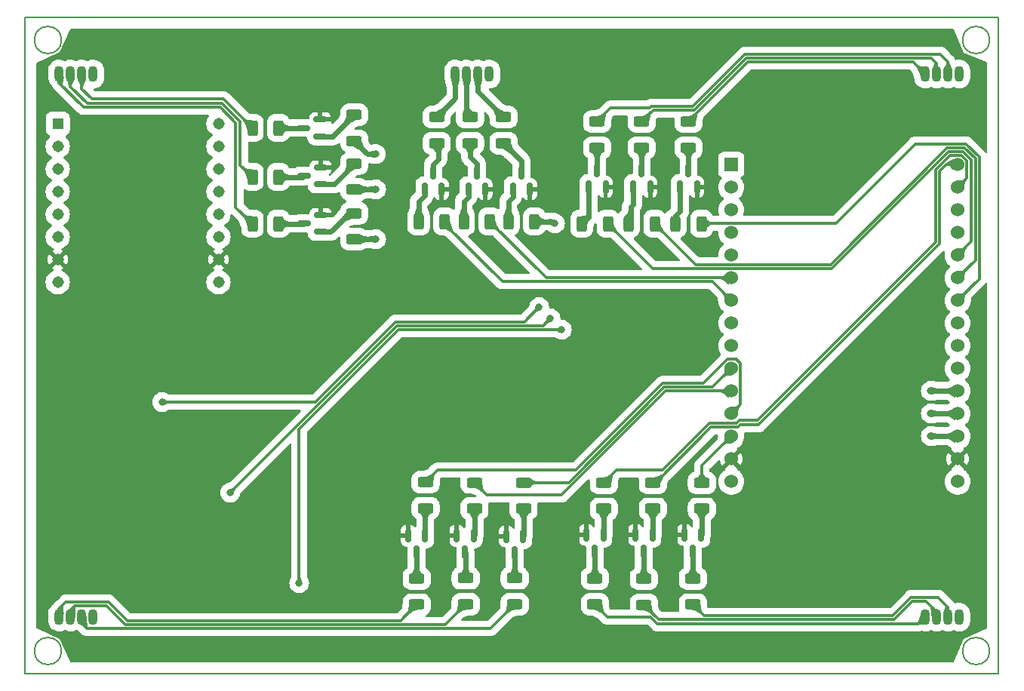
<source format=gbl>
%TF.GenerationSoftware,KiCad,Pcbnew,7.0.2-6a45011f42~172~ubuntu22.10.1*%
%TF.CreationDate,2023-07-27T16:52:50+05:00*%
%TF.ProjectId,id4,6964342e-6b69-4636-9164-5f7063625858,1*%
%TF.SameCoordinates,Original*%
%TF.FileFunction,Copper,L2,Bot*%
%TF.FilePolarity,Positive*%
%FSLAX46Y46*%
G04 Gerber Fmt 4.6, Leading zero omitted, Abs format (unit mm)*
G04 Created by KiCad (PCBNEW 7.0.2-6a45011f42~172~ubuntu22.10.1) date 2023-07-27 16:52:50*
%MOMM*%
%LPD*%
G01*
G04 APERTURE LIST*
G04 Aperture macros list*
%AMRoundRect*
0 Rectangle with rounded corners*
0 $1 Rounding radius*
0 $2 $3 $4 $5 $6 $7 $8 $9 X,Y pos of 4 corners*
0 Add a 4 corners polygon primitive as box body*
4,1,4,$2,$3,$4,$5,$6,$7,$8,$9,$2,$3,0*
0 Add four circle primitives for the rounded corners*
1,1,$1+$1,$2,$3*
1,1,$1+$1,$4,$5*
1,1,$1+$1,$6,$7*
1,1,$1+$1,$8,$9*
0 Add four rect primitives between the rounded corners*
20,1,$1+$1,$2,$3,$4,$5,0*
20,1,$1+$1,$4,$5,$6,$7,0*
20,1,$1+$1,$6,$7,$8,$9,0*
20,1,$1+$1,$8,$9,$2,$3,0*%
G04 Aperture macros list end*
%TA.AperFunction,ComponentPad*%
%ADD10O,1.070000X1.800000*%
%TD*%
%TA.AperFunction,ComponentPad*%
%ADD11R,1.308000X1.308000*%
%TD*%
%TA.AperFunction,ComponentPad*%
%ADD12C,1.308000*%
%TD*%
%TA.AperFunction,ComponentPad*%
%ADD13R,1.524000X1.524000*%
%TD*%
%TA.AperFunction,ComponentPad*%
%ADD14C,1.524000*%
%TD*%
%TA.AperFunction,SMDPad,CuDef*%
%ADD15RoundRect,0.150000X-0.150000X0.587500X-0.150000X-0.587500X0.150000X-0.587500X0.150000X0.587500X0*%
%TD*%
%TA.AperFunction,SMDPad,CuDef*%
%ADD16RoundRect,0.250000X0.625000X-0.312500X0.625000X0.312500X-0.625000X0.312500X-0.625000X-0.312500X0*%
%TD*%
%TA.AperFunction,SMDPad,CuDef*%
%ADD17RoundRect,0.250000X0.312500X0.625000X-0.312500X0.625000X-0.312500X-0.625000X0.312500X-0.625000X0*%
%TD*%
%TA.AperFunction,SMDPad,CuDef*%
%ADD18RoundRect,0.250000X-0.625000X0.312500X-0.625000X-0.312500X0.625000X-0.312500X0.625000X0.312500X0*%
%TD*%
%TA.AperFunction,SMDPad,CuDef*%
%ADD19RoundRect,0.150000X0.150000X-0.587500X0.150000X0.587500X-0.150000X0.587500X-0.150000X-0.587500X0*%
%TD*%
%TA.AperFunction,SMDPad,CuDef*%
%ADD20RoundRect,0.250000X-0.312500X-0.625000X0.312500X-0.625000X0.312500X0.625000X-0.312500X0.625000X0*%
%TD*%
%TA.AperFunction,SMDPad,CuDef*%
%ADD21RoundRect,0.150000X0.587500X0.150000X-0.587500X0.150000X-0.587500X-0.150000X0.587500X-0.150000X0*%
%TD*%
%TA.AperFunction,ViaPad*%
%ADD22C,0.800000*%
%TD*%
%TA.AperFunction,Conductor*%
%ADD23C,0.600000*%
%TD*%
%TA.AperFunction,Conductor*%
%ADD24C,0.300000*%
%TD*%
%TA.AperFunction,Profile*%
%ADD25C,0.150000*%
%TD*%
%TA.AperFunction,Profile*%
%ADD26C,0.200000*%
%TD*%
G04 APERTURE END LIST*
D10*
%TO.P,D1,1,RK*%
%TO.N,Net-(D1-RK)*%
X120650000Y-59690000D03*
%TO.P,D1,2,GK*%
%TO.N,Net-(D1-GK)*%
X121920000Y-59690000D03*
%TO.P,D1,3,BK*%
%TO.N,Net-(D1-BK)*%
X123190000Y-59690000D03*
%TO.P,D1,4,A*%
%TO.N,VCC_5*%
X124460000Y-59690000D03*
%TD*%
%TO.P,D5,1,RK*%
%TO.N,Net-(D5-RK)*%
X120650000Y-120650000D03*
%TO.P,D5,2,GK*%
%TO.N,Net-(D5-GK)*%
X121920000Y-120650000D03*
%TO.P,D5,3,BK*%
%TO.N,Net-(D5-BK)*%
X123190000Y-120650000D03*
%TO.P,D5,4,A*%
%TO.N,VCC_5*%
X124460000Y-120650000D03*
%TD*%
%TO.P,D4,1,RK*%
%TO.N,Net-(D4-RK)*%
X217805000Y-120650000D03*
%TO.P,D4,2,GK*%
%TO.N,Net-(D4-GK)*%
X219075000Y-120650000D03*
%TO.P,D4,3,BK*%
%TO.N,Net-(D4-BK)*%
X220345000Y-120650000D03*
%TO.P,D4,4,A*%
%TO.N,VCC_5*%
X221615000Y-120650000D03*
%TD*%
%TO.P,D3,1,RK*%
%TO.N,Net-(D3-RK)*%
X217805000Y-59690000D03*
%TO.P,D3,2,GK*%
%TO.N,Net-(D3-GK)*%
X219075000Y-59690000D03*
%TO.P,D3,3,BK*%
%TO.N,Net-(D3-BK)*%
X220345000Y-59690000D03*
%TO.P,D3,4,A*%
%TO.N,VCC_5*%
X221615000Y-59690000D03*
%TD*%
D11*
%TO.P,U2,1,VCC*%
%TO.N,VCC_5*%
X120483000Y-65278000D03*
D12*
%TO.P,U2,2,RX*%
%TO.N,GPIO_17*%
X120483000Y-67818000D03*
%TO.P,U2,3,TX*%
%TO.N,GPIO_16*%
X120483000Y-70358000D03*
%TO.P,U2,4,DAC_R*%
%TO.N,unconnected-(U2-DAC_R-Pad4)*%
X120483000Y-72898000D03*
%TO.P,U2,5,DAC_L*%
%TO.N,unconnected-(U2-DAC_L-Pad5)*%
X120483000Y-75438000D03*
%TO.P,U2,6,SPK1*%
%TO.N,Net-(U2-SPK1)*%
X120483000Y-77978000D03*
%TO.P,U2,7,GND*%
%TO.N,GND*%
X120483000Y-80518000D03*
%TO.P,U2,8,SPK2*%
%TO.N,Net-(U2-SPK2)*%
X120483000Y-83058000D03*
%TO.P,U2,9,IO1*%
%TO.N,unconnected-(U2-IO1-Pad9)*%
X138517000Y-83058000D03*
%TO.P,U2,10,GND*%
%TO.N,GND*%
X138517000Y-80518000D03*
%TO.P,U2,11,IO2*%
%TO.N,unconnected-(U2-IO2-Pad11)*%
X138517000Y-77978000D03*
%TO.P,U2,12,ADKEY1*%
%TO.N,unconnected-(U2-ADKEY1-Pad12)*%
X138517000Y-75438000D03*
%TO.P,U2,13,ADKEY2*%
%TO.N,unconnected-(U2-ADKEY2-Pad13)*%
X138517000Y-72898000D03*
%TO.P,U2,14,USB+*%
%TO.N,unconnected-(U2-USB+-Pad14)*%
X138517000Y-70358000D03*
%TO.P,U2,15,USB-*%
%TO.N,unconnected-(U2-USB--Pad15)*%
X138517000Y-67818000D03*
%TO.P,U2,16,BUSY*%
%TO.N,GPIO_36*%
X138517000Y-65278000D03*
%TD*%
D13*
%TO.P,U1,1,EN*%
%TO.N,unconnected-(U1-EN-Pad1)*%
X196050000Y-69875800D03*
D14*
%TO.P,U1,2,SENSOR_VP*%
%TO.N,GPIO_36*%
X196050000Y-72415800D03*
%TO.P,U1,3,SENSOR_VN*%
%TO.N,GPIO_39*%
X196050000Y-74955800D03*
%TO.P,U1,4,IO34*%
%TO.N,GPIO_34*%
X196050000Y-77495800D03*
%TO.P,U1,5,IO35*%
%TO.N,GPIO_35*%
X196050000Y-80035800D03*
%TO.P,U1,6,IO32*%
%TO.N,GPIO_32*%
X196050000Y-82575800D03*
%TO.P,U1,7,IO33*%
%TO.N,GPIO_33*%
X196050000Y-85115800D03*
%TO.P,U1,8,IO25*%
%TO.N,unconnected-(U1-IO25-Pad8)*%
X196050000Y-87655800D03*
%TO.P,U1,9,IO26*%
%TO.N,unconnected-(U1-IO26-Pad9)*%
X196050000Y-90195800D03*
%TO.P,U1,10,IO27*%
%TO.N,GPIO_27*%
X196050000Y-92735800D03*
%TO.P,U1,11,IO14*%
%TO.N,GPIO_14*%
X196050000Y-95275800D03*
%TO.P,U1,12,IO12*%
%TO.N,GPIO_12*%
X196050000Y-97815800D03*
%TO.P,U1,13,IO13*%
%TO.N,GPIO_13*%
X196050000Y-100355800D03*
%TO.P,U1,14,GND*%
%TO.N,GND*%
X196050000Y-102895800D03*
%TO.P,U1,15,VIN*%
%TO.N,VCC_5*%
X196050000Y-105435800D03*
%TO.P,U1,16,3V3*%
%TO.N,unconnected-(U1-3V3-Pad16)*%
X221450000Y-105435800D03*
%TO.P,U1,17,GND*%
%TO.N,GND*%
X221450000Y-102895800D03*
%TO.P,U1,18,IO15*%
%TO.N,GPIO_15*%
X221450000Y-100355800D03*
%TO.P,U1,19,IO2*%
%TO.N,GPIO_2*%
X221450000Y-97815800D03*
%TO.P,U1,20,IO4*%
%TO.N,GPIO_4*%
X221450000Y-95275800D03*
%TO.P,U1,21,IO16*%
%TO.N,GPIO_16*%
X221450000Y-92735800D03*
%TO.P,U1,22,IO17*%
%TO.N,GPIO_17*%
X221450000Y-90195800D03*
%TO.P,U1,23,IO5*%
%TO.N,GPIO_5*%
X221450000Y-87655800D03*
%TO.P,U1,24,IO18*%
%TO.N,GPIO_18*%
X221450000Y-85115800D03*
%TO.P,U1,25,IO19*%
%TO.N,GPIO_19*%
X221450000Y-82575800D03*
%TO.P,U1,26,IO21*%
%TO.N,GPIO_21*%
X221450000Y-80035800D03*
%TO.P,U1,27,RXD0/IO3*%
%TO.N,unconnected-(U1-RXD0{slash}IO3-Pad27)*%
X221450000Y-77495800D03*
%TO.P,U1,28,TXD0/IO1*%
%TO.N,unconnected-(U1-TXD0{slash}IO1-Pad28)*%
X221450000Y-74955800D03*
%TO.P,U1,29,IO22*%
%TO.N,GPIO_22*%
X221450000Y-72415800D03*
%TO.P,U1,30,IO23*%
%TO.N,GPIO_23*%
X221450000Y-69875800D03*
%TD*%
D10*
%TO.P,D2,1,RK*%
%TO.N,Net-(D2-RK)*%
X165100000Y-59690000D03*
%TO.P,D2,2,GK*%
%TO.N,Net-(D2-GK)*%
X166370000Y-59690000D03*
%TO.P,D2,3,BK*%
%TO.N,Net-(D2-BK)*%
X167640000Y-59690000D03*
%TO.P,D2,4,A*%
%TO.N,VCC_5*%
X168910000Y-59690000D03*
%TD*%
D15*
%TO.P,Q4,1,E*%
%TO.N,GND*%
X179800000Y-111397500D03*
%TO.P,Q4,2,B*%
%TO.N,Net-(Q4-B)*%
X181700000Y-111397500D03*
%TO.P,Q4,3,C*%
%TO.N,Net-(Q4-C)*%
X180750000Y-113272500D03*
%TD*%
D16*
%TO.P,R5,1*%
%TO.N,GPIO_2*%
X153750000Y-72662000D03*
%TO.P,R5,2*%
%TO.N,Net-(Q3-B)*%
X153750000Y-69737000D03*
%TD*%
D17*
%TO.P,R18,1*%
%TO.N,GPIO_21*%
X182212500Y-76500000D03*
%TO.P,R18,2*%
%TO.N,Net-(Q9-B)*%
X179287500Y-76500000D03*
%TD*%
D18*
%TO.P,R21,1*%
%TO.N,Net-(D2-BK)*%
X170500000Y-64537500D03*
%TO.P,R21,2*%
%TO.N,Net-(Q12-C)*%
X170500000Y-67462500D03*
%TD*%
D19*
%TO.P,Q7,1,E*%
%TO.N,GND*%
X192200000Y-72375000D03*
%TO.P,Q7,2,B*%
%TO.N,Net-(Q7-B)*%
X190300000Y-72375000D03*
%TO.P,Q7,3,C*%
%TO.N,Net-(Q7-C)*%
X191250000Y-70500000D03*
%TD*%
D17*
%TO.P,R23,1*%
%TO.N,GPIO_32*%
X168962500Y-76250000D03*
%TO.P,R23,2*%
%TO.N,Net-(Q11-B)*%
X166037500Y-76250000D03*
%TD*%
D16*
%TO.P,R27,1*%
%TO.N,Net-(D5-BK)*%
X171750000Y-119212500D03*
%TO.P,R27,2*%
%TO.N,Net-(Q15-C)*%
X171750000Y-116287500D03*
%TD*%
D18*
%TO.P,R13,1*%
%TO.N,Net-(D3-RK)*%
X191250000Y-65037500D03*
%TO.P,R13,2*%
%TO.N,Net-(Q7-C)*%
X191250000Y-67962500D03*
%TD*%
D19*
%TO.P,Q10,1,E*%
%TO.N,GND*%
X163547200Y-72625000D03*
%TO.P,Q10,2,B*%
%TO.N,Net-(Q10-B)*%
X161647200Y-72625000D03*
%TO.P,Q10,3,C*%
%TO.N,Net-(Q10-C)*%
X162597200Y-70750000D03*
%TD*%
D16*
%TO.P,R6,1*%
%TO.N,GPIO_4*%
X153750000Y-67212500D03*
%TO.P,R6,2*%
%TO.N,Net-(Q2-B)*%
X153750000Y-64287500D03*
%TD*%
%TO.P,R26,1*%
%TO.N,Net-(D5-GK)*%
X166250000Y-119212500D03*
%TO.P,R26,2*%
%TO.N,Net-(Q14-C)*%
X166250000Y-116287500D03*
%TD*%
D17*
%TO.P,R22,1*%
%TO.N,GPIO_33*%
X163887500Y-76250000D03*
%TO.P,R22,2*%
%TO.N,Net-(Q10-B)*%
X160962500Y-76250000D03*
%TD*%
D19*
%TO.P,Q9,1,E*%
%TO.N,GND*%
X181950000Y-72375000D03*
%TO.P,Q9,2,B*%
%TO.N,Net-(Q9-B)*%
X180050000Y-72375000D03*
%TO.P,Q9,3,C*%
%TO.N,Net-(Q9-C)*%
X181000000Y-70500000D03*
%TD*%
D15*
%TO.P,Q15,1,E*%
%TO.N,GND*%
X170800000Y-111562500D03*
%TO.P,Q15,2,B*%
%TO.N,Net-(Q15-B)*%
X172700000Y-111562500D03*
%TO.P,Q15,3,C*%
%TO.N,Net-(Q15-C)*%
X171750000Y-113437500D03*
%TD*%
D20*
%TO.P,R3,1*%
%TO.N,Net-(D1-BK)*%
X142325000Y-65750000D03*
%TO.P,R3,2*%
%TO.N,Net-(Q2-C)*%
X145250000Y-65750000D03*
%TD*%
D18*
%TO.P,R14,1*%
%TO.N,Net-(D3-GK)*%
X186000000Y-65037500D03*
%TO.P,R14,2*%
%TO.N,Net-(Q8-C)*%
X186000000Y-67962500D03*
%TD*%
D17*
%TO.P,R17,1*%
%TO.N,GPIO_19*%
X187462500Y-76500000D03*
%TO.P,R17,2*%
%TO.N,Net-(Q8-B)*%
X184537500Y-76500000D03*
%TD*%
%TO.P,R24,1*%
%TO.N,GPIO_5*%
X173962500Y-76250000D03*
%TO.P,R24,2*%
%TO.N,Net-(Q12-B)*%
X171037500Y-76250000D03*
%TD*%
D21*
%TO.P,Q3,1,E*%
%TO.N,GND*%
X149975500Y-70188000D03*
%TO.P,Q3,2,B*%
%TO.N,Net-(Q3-B)*%
X149975500Y-72088000D03*
%TO.P,Q3,3,C*%
%TO.N,Net-(Q3-C)*%
X148100500Y-71138000D03*
%TD*%
D19*
%TO.P,Q8,1,E*%
%TO.N,GND*%
X186950000Y-72375000D03*
%TO.P,Q8,2,B*%
%TO.N,Net-(Q8-B)*%
X185050000Y-72375000D03*
%TO.P,Q8,3,C*%
%TO.N,Net-(Q8-C)*%
X186000000Y-70500000D03*
%TD*%
D16*
%TO.P,R25,1*%
%TO.N,Net-(D5-RK)*%
X160750000Y-119250000D03*
%TO.P,R25,2*%
%TO.N,Net-(Q13-C)*%
X160750000Y-116325000D03*
%TD*%
D20*
%TO.P,R1,1*%
%TO.N,Net-(D1-RK)*%
X142325000Y-76500000D03*
%TO.P,R1,2*%
%TO.N,Net-(Q1-C)*%
X145250000Y-76500000D03*
%TD*%
D18*
%TO.P,R15,1*%
%TO.N,Net-(D3-BK)*%
X181000000Y-65037500D03*
%TO.P,R15,2*%
%TO.N,Net-(Q9-C)*%
X181000000Y-67962500D03*
%TD*%
%TO.P,R30,1*%
%TO.N,GPIO_27*%
X172750000Y-105537500D03*
%TO.P,R30,2*%
%TO.N,Net-(Q15-B)*%
X172750000Y-108462500D03*
%TD*%
%TO.P,R12,1*%
%TO.N,GPIO_13*%
X192750000Y-105575000D03*
%TO.P,R12,2*%
%TO.N,Net-(Q6-B)*%
X192750000Y-108500000D03*
%TD*%
D20*
%TO.P,R2,1*%
%TO.N,Net-(D1-GK)*%
X142325000Y-71250000D03*
%TO.P,R2,2*%
%TO.N,Net-(Q3-C)*%
X145250000Y-71250000D03*
%TD*%
D18*
%TO.P,R10,1*%
%TO.N,GPIO_22*%
X181750000Y-105575000D03*
%TO.P,R10,2*%
%TO.N,Net-(Q4-B)*%
X181750000Y-108500000D03*
%TD*%
%TO.P,R20,1*%
%TO.N,Net-(D2-GK)*%
X166750000Y-64537500D03*
%TO.P,R20,2*%
%TO.N,Net-(Q11-C)*%
X166750000Y-67462500D03*
%TD*%
D15*
%TO.P,Q6,1,E*%
%TO.N,GND*%
X190800000Y-111397500D03*
%TO.P,Q6,2,B*%
%TO.N,Net-(Q6-B)*%
X192700000Y-111397500D03*
%TO.P,Q6,3,C*%
%TO.N,Net-(Q6-C)*%
X191750000Y-113272500D03*
%TD*%
D17*
%TO.P,R16,1*%
%TO.N,GPIO_18*%
X192712500Y-76500000D03*
%TO.P,R16,2*%
%TO.N,Net-(Q7-B)*%
X189787500Y-76500000D03*
%TD*%
D16*
%TO.P,R8,1*%
%TO.N,Net-(D4-GK)*%
X186250000Y-119272500D03*
%TO.P,R8,2*%
%TO.N,Net-(Q5-C)*%
X186250000Y-116347500D03*
%TD*%
%TO.P,R4,1*%
%TO.N,GPIO_15*%
X153750000Y-78250000D03*
%TO.P,R4,2*%
%TO.N,Net-(Q1-B)*%
X153750000Y-75325000D03*
%TD*%
D18*
%TO.P,R28,1*%
%TO.N,GPIO_12*%
X161750000Y-105500000D03*
%TO.P,R28,2*%
%TO.N,Net-(Q13-B)*%
X161750000Y-108425000D03*
%TD*%
D16*
%TO.P,R7,1*%
%TO.N,Net-(D4-RK)*%
X180750000Y-119235000D03*
%TO.P,R7,2*%
%TO.N,Net-(Q4-C)*%
X180750000Y-116310000D03*
%TD*%
D15*
%TO.P,Q14,1,E*%
%TO.N,GND*%
X165250000Y-111500000D03*
%TO.P,Q14,2,B*%
%TO.N,Net-(Q14-B)*%
X167150000Y-111500000D03*
%TO.P,Q14,3,C*%
%TO.N,Net-(Q14-C)*%
X166200000Y-113375000D03*
%TD*%
D18*
%TO.P,R11,1*%
%TO.N,GPIO_23*%
X187250000Y-105575000D03*
%TO.P,R11,2*%
%TO.N,Net-(Q5-B)*%
X187250000Y-108500000D03*
%TD*%
D19*
%TO.P,Q11,1,E*%
%TO.N,GND*%
X168450000Y-72625000D03*
%TO.P,Q11,2,B*%
%TO.N,Net-(Q11-B)*%
X166550000Y-72625000D03*
%TO.P,Q11,3,C*%
%TO.N,Net-(Q11-C)*%
X167500000Y-70750000D03*
%TD*%
D15*
%TO.P,Q5,1,E*%
%TO.N,GND*%
X185300000Y-111397500D03*
%TO.P,Q5,2,B*%
%TO.N,Net-(Q5-B)*%
X187200000Y-111397500D03*
%TO.P,Q5,3,C*%
%TO.N,Net-(Q5-C)*%
X186250000Y-113272500D03*
%TD*%
D18*
%TO.P,R19,1*%
%TO.N,Net-(D2-RK)*%
X163000000Y-64537500D03*
%TO.P,R19,2*%
%TO.N,Net-(Q10-C)*%
X163000000Y-67462500D03*
%TD*%
D15*
%TO.P,Q13,1,E*%
%TO.N,GND*%
X159800000Y-111500000D03*
%TO.P,Q13,2,B*%
%TO.N,Net-(Q13-B)*%
X161700000Y-111500000D03*
%TO.P,Q13,3,C*%
%TO.N,Net-(Q13-C)*%
X160750000Y-113375000D03*
%TD*%
D21*
%TO.P,Q1,1,E*%
%TO.N,GND*%
X149975500Y-75522000D03*
%TO.P,Q1,2,B*%
%TO.N,Net-(Q1-B)*%
X149975500Y-77422000D03*
%TO.P,Q1,3,C*%
%TO.N,Net-(Q1-C)*%
X148100500Y-76472000D03*
%TD*%
D18*
%TO.P,R29,1*%
%TO.N,GPIO_14*%
X167250000Y-105537500D03*
%TO.P,R29,2*%
%TO.N,Net-(Q14-B)*%
X167250000Y-108462500D03*
%TD*%
D16*
%TO.P,R9,1*%
%TO.N,Net-(D4-BK)*%
X191750000Y-119250000D03*
%TO.P,R9,2*%
%TO.N,Net-(Q6-C)*%
X191750000Y-116325000D03*
%TD*%
D19*
%TO.P,Q12,1,E*%
%TO.N,GND*%
X173450000Y-72625000D03*
%TO.P,Q12,2,B*%
%TO.N,Net-(Q12-B)*%
X171550000Y-72625000D03*
%TO.P,Q12,3,C*%
%TO.N,Net-(Q12-C)*%
X172500000Y-70750000D03*
%TD*%
D21*
%TO.P,Q2,1,E*%
%TO.N,GND*%
X149937500Y-64800000D03*
%TO.P,Q2,2,B*%
%TO.N,Net-(Q2-B)*%
X149937500Y-66700000D03*
%TO.P,Q2,3,C*%
%TO.N,Net-(Q2-C)*%
X148062500Y-65750000D03*
%TD*%
D22*
%TO.N,GPIO_15*%
X218440000Y-100330000D03*
X156210000Y-78232000D03*
%TO.N,GPIO_2*%
X218440000Y-97790000D03*
X156210000Y-72644000D03*
%TO.N,GPIO_4*%
X156184600Y-68681600D03*
X218440000Y-95250000D03*
%TO.N,GPIO_5*%
X176276000Y-76454000D03*
%TO.N,GPIO_35*%
X147574000Y-116840000D03*
X177038000Y-88392000D03*
%TO.N,GPIO_39*%
X132207000Y-96520000D03*
X174498000Y-85852000D03*
%TO.N,GPIO_34*%
X175768000Y-87122000D03*
X139827000Y-106680000D03*
%TD*%
D23*
%TO.N,Net-(Q2-B)*%
X149937500Y-66700000D02*
X151333600Y-66700000D01*
X151333600Y-66700000D02*
X153746100Y-64287500D01*
X153746100Y-64287500D02*
X153750000Y-64287500D01*
%TO.N,Net-(Q1-B)*%
X149975500Y-77422000D02*
X151101800Y-77422000D01*
X151101800Y-77422000D02*
X153198800Y-75325000D01*
X153198800Y-75325000D02*
X153750000Y-75325000D01*
%TO.N,Net-(Q3-B)*%
X149975500Y-72088000D02*
X151508200Y-72088000D01*
X151508200Y-72088000D02*
X153750000Y-69846200D01*
X153750000Y-69846200D02*
X153750000Y-69737000D01*
%TO.N,GPIO_5*%
X173962500Y-76250000D02*
X176072000Y-76250000D01*
X176072000Y-76250000D02*
X176276000Y-76454000D01*
D24*
%TO.N,Net-(D1-RK)*%
X140462000Y-65153235D02*
X140462000Y-74637000D01*
X123377980Y-63417000D02*
X138725765Y-63417000D01*
X120650000Y-60689020D02*
X123377980Y-63417000D01*
X120650000Y-59690000D02*
X120650000Y-60689020D01*
X140462000Y-74637000D02*
X142325000Y-76500000D01*
X138725765Y-63417000D02*
X140462000Y-65153235D01*
%TO.N,Net-(D1-GK)*%
X138901805Y-62992000D02*
X140970000Y-65060195D01*
X123825000Y-62992000D02*
X138901805Y-62992000D01*
X140970000Y-65060195D02*
X140970000Y-69895000D01*
X121920000Y-59690000D02*
X121920000Y-61087000D01*
X140970000Y-69895000D02*
X142325000Y-71250000D01*
X121920000Y-61087000D02*
X123825000Y-62992000D01*
%TO.N,Net-(D1-BK)*%
X123190000Y-59690000D02*
X123190000Y-61341000D01*
X139059000Y-62484000D02*
X142325000Y-65750000D01*
X123190000Y-61341000D02*
X124333000Y-62484000D01*
X124333000Y-62484000D02*
X139059000Y-62484000D01*
D23*
%TO.N,Net-(D2-RK)*%
X165100000Y-62437500D02*
X165100000Y-59690000D01*
X163000000Y-64537500D02*
X165100000Y-62437500D01*
%TO.N,Net-(D2-GK)*%
X166370000Y-64157500D02*
X166750000Y-64537500D01*
X166370000Y-59690000D02*
X166370000Y-64157500D01*
%TO.N,Net-(D2-BK)*%
X167640000Y-59690000D02*
X167640000Y-61677500D01*
X167640000Y-61677500D02*
X170500000Y-64537500D01*
D24*
%TO.N,Net-(D3-RK)*%
X216452000Y-58337000D02*
X197950500Y-58337000D01*
X197950500Y-58337000D02*
X191250000Y-65037500D01*
X217805000Y-59690000D02*
X216452000Y-58337000D01*
%TO.N,Net-(D3-GK)*%
X219075000Y-58507000D02*
X218480000Y-57912000D01*
X191932460Y-63754000D02*
X187283500Y-63754000D01*
X218480000Y-57912000D02*
X197774460Y-57912000D01*
X219075000Y-59690000D02*
X219075000Y-58507000D01*
X197774460Y-57912000D02*
X191932460Y-63754000D01*
X187283500Y-63754000D02*
X186000000Y-65037500D01*
%TO.N,Net-(D3-BK)*%
X181000000Y-65037500D02*
X182537500Y-63500000D01*
X219539000Y-57487000D02*
X220345000Y-58293000D01*
X197598420Y-57487000D02*
X219539000Y-57487000D01*
X182537500Y-63500000D02*
X186936459Y-63500000D01*
X191756420Y-63329000D02*
X197598420Y-57487000D01*
X186936459Y-63500000D02*
X187107459Y-63329000D01*
X187107459Y-63329000D02*
X191756420Y-63329000D01*
X220345000Y-58293000D02*
X220345000Y-59690000D01*
%TO.N,Net-(D4-RK)*%
X187026460Y-120650000D02*
X182165000Y-120650000D01*
X187788460Y-121412000D02*
X187026460Y-120650000D01*
X182165000Y-120650000D02*
X180750000Y-119235000D01*
X217805000Y-120650000D02*
X217043000Y-121412000D01*
X217043000Y-121412000D02*
X187788460Y-121412000D01*
%TO.N,Net-(D4-GK)*%
X216408000Y-118872000D02*
X214376000Y-120904000D01*
X214376000Y-120904000D02*
X187881500Y-120904000D01*
X187881500Y-120904000D02*
X186250000Y-119272500D01*
X219075000Y-120015000D02*
X217932000Y-118872000D01*
X217932000Y-118872000D02*
X216408000Y-118872000D01*
X219075000Y-120650000D02*
X219075000Y-120015000D01*
%TO.N,Net-(D4-BK)*%
X192979000Y-120479000D02*
X214199960Y-120479000D01*
X219285000Y-118447000D02*
X220345000Y-119507000D01*
X216231960Y-118447000D02*
X219285000Y-118447000D01*
X191750000Y-119250000D02*
X192979000Y-120479000D01*
X220345000Y-119507000D02*
X220345000Y-120650000D01*
X214199960Y-120479000D02*
X216231960Y-118447000D01*
D23*
%TO.N,Net-(Q1-C)*%
X145250000Y-76500000D02*
X148072500Y-76500000D01*
X148072500Y-76500000D02*
X148100500Y-76472000D01*
%TO.N,Net-(Q2-C)*%
X145250000Y-65750000D02*
X148062500Y-65750000D01*
%TO.N,Net-(Q3-C)*%
X147988500Y-71250000D02*
X148100500Y-71138000D01*
X145250000Y-71250000D02*
X147988500Y-71250000D01*
%TO.N,Net-(Q4-B)*%
X181750000Y-108500000D02*
X181750000Y-111347500D01*
X181750000Y-111347500D02*
X181700000Y-111397500D01*
%TO.N,Net-(Q4-C)*%
X180750000Y-113272500D02*
X180750000Y-116310000D01*
%TO.N,Net-(Q5-B)*%
X187250000Y-111347500D02*
X187200000Y-111397500D01*
X187250000Y-108500000D02*
X187250000Y-111347500D01*
%TO.N,Net-(Q5-C)*%
X186250000Y-113272500D02*
X186250000Y-116347500D01*
%TO.N,Net-(Q6-B)*%
X192750000Y-108500000D02*
X192750000Y-111347500D01*
X192750000Y-111347500D02*
X192700000Y-111397500D01*
%TO.N,Net-(Q6-C)*%
X191750000Y-113272500D02*
X191750000Y-116325000D01*
%TO.N,Net-(Q7-B)*%
X190300000Y-75130000D02*
X189787500Y-75642500D01*
X190300000Y-72375000D02*
X190300000Y-75130000D01*
X189787500Y-75642500D02*
X189787500Y-76500000D01*
%TO.N,Net-(Q7-C)*%
X191250000Y-70500000D02*
X191250000Y-67962500D01*
%TO.N,Net-(Q8-B)*%
X184785000Y-76252500D02*
X184537500Y-76500000D01*
X185050000Y-72375000D02*
X185050000Y-74295000D01*
X185050000Y-74295000D02*
X184785000Y-74560000D01*
X184785000Y-74560000D02*
X184785000Y-76252500D01*
%TO.N,Net-(Q8-C)*%
X186000000Y-70500000D02*
X186000000Y-67962500D01*
%TO.N,Net-(Q9-B)*%
X180050000Y-72375000D02*
X180050000Y-75737500D01*
X180050000Y-75737500D02*
X179287500Y-76500000D01*
%TO.N,Net-(Q9-C)*%
X181000000Y-70500000D02*
X181000000Y-67962500D01*
%TO.N,Net-(Q10-B)*%
X160962500Y-74037500D02*
X160962500Y-76250000D01*
X161647200Y-72625000D02*
X161647200Y-73352800D01*
X161647200Y-73352800D02*
X160962500Y-74037500D01*
%TO.N,Net-(Q10-C)*%
X162597200Y-69812800D02*
X163195000Y-69215000D01*
X163195000Y-69215000D02*
X163195000Y-67657500D01*
X163195000Y-67657500D02*
X163000000Y-67462500D01*
X162597200Y-70750000D02*
X162597200Y-69812800D01*
%TO.N,Net-(Q11-B)*%
X166550000Y-73450000D02*
X166037500Y-73962500D01*
X166037500Y-73962500D02*
X166037500Y-76250000D01*
X166550000Y-72625000D02*
X166550000Y-73450000D01*
%TO.N,Net-(Q11-C)*%
X167500000Y-69750000D02*
X167500000Y-70750000D01*
X166750000Y-69000000D02*
X167500000Y-69750000D01*
X166750000Y-67462500D02*
X166750000Y-69000000D01*
%TO.N,Net-(Q12-B)*%
X171550000Y-73450000D02*
X171037500Y-73962500D01*
X171550000Y-72625000D02*
X171550000Y-73450000D01*
X171037500Y-73962500D02*
X171037500Y-76250000D01*
%TO.N,Net-(Q12-C)*%
X172500000Y-69462500D02*
X172500000Y-70750000D01*
X170500000Y-67462500D02*
X172500000Y-69462500D01*
%TO.N,Net-(Q13-B)*%
X161700000Y-111500000D02*
X161700000Y-108475000D01*
X161700000Y-108475000D02*
X161750000Y-108425000D01*
%TO.N,Net-(Q13-C)*%
X160750000Y-116325000D02*
X160750000Y-113375000D01*
%TO.N,Net-(Q14-B)*%
X167250000Y-108462500D02*
X167250000Y-111400000D01*
X167250000Y-111400000D02*
X167150000Y-111500000D01*
%TO.N,Net-(Q14-C)*%
X166250000Y-113425000D02*
X166200000Y-113375000D01*
X166250000Y-116287500D02*
X166250000Y-113425000D01*
%TO.N,Net-(Q15-B)*%
X172750000Y-111512500D02*
X172700000Y-111562500D01*
X172750000Y-108462500D02*
X172750000Y-111512500D01*
%TO.N,Net-(Q15-C)*%
X171750000Y-116287500D02*
X171750000Y-113437500D01*
%TO.N,GPIO_15*%
X218465800Y-100355800D02*
X218440000Y-100330000D01*
X221450000Y-100355800D02*
X218465800Y-100355800D01*
X153768000Y-78232000D02*
X153750000Y-78250000D01*
X156210000Y-78232000D02*
X153768000Y-78232000D01*
%TO.N,GPIO_2*%
X221450000Y-97815800D02*
X218465800Y-97815800D01*
X153768000Y-72644000D02*
X153750000Y-72662000D01*
X156210000Y-72644000D02*
X153768000Y-72644000D01*
X218465800Y-97815800D02*
X218440000Y-97790000D01*
%TO.N,GPIO_4*%
X156184600Y-68681600D02*
X155219100Y-68681600D01*
X155219100Y-68681600D02*
X153750000Y-67212500D01*
X218440000Y-95250000D02*
X218465800Y-95275800D01*
X218465800Y-95275800D02*
X221450000Y-95275800D01*
D24*
%TO.N,GPIO_33*%
X170376800Y-83000800D02*
X193935000Y-83000800D01*
X193935000Y-83000800D02*
X196050000Y-85115800D01*
X163887500Y-76250000D02*
X163887500Y-76511500D01*
X163887500Y-76511500D02*
X170376800Y-83000800D01*
%TO.N,GPIO_32*%
X175288300Y-82575800D02*
X196050000Y-82575800D01*
X168962500Y-76250000D02*
X175288300Y-82575800D01*
%TO.N,GPIO_18*%
X192712500Y-76500000D02*
X192753700Y-76458800D01*
X192753700Y-76458800D02*
X207776800Y-76458800D01*
X223862000Y-69018140D02*
X223862000Y-82703800D01*
X207776800Y-76458800D02*
X216671800Y-67563800D01*
X223862000Y-82703800D02*
X221450000Y-85115800D01*
X216671800Y-67563800D02*
X222407660Y-67563800D01*
X222407660Y-67563800D02*
X223862000Y-69018140D01*
%TO.N,GPIO_19*%
X220276080Y-67988800D02*
X222231620Y-67988800D01*
X207192080Y-81072800D02*
X220276080Y-67988800D01*
X223437000Y-80588800D02*
X221450000Y-82575800D01*
X192035300Y-81072800D02*
X207192080Y-81072800D01*
X187462500Y-76500000D02*
X192035300Y-81072800D01*
X222231620Y-67988800D02*
X223437000Y-69194180D01*
X223437000Y-69194180D02*
X223437000Y-80588800D01*
%TO.N,GPIO_21*%
X220452120Y-68413800D02*
X222055580Y-68413800D01*
X187246500Y-81534000D02*
X207331920Y-81534000D01*
X182212500Y-76500000D02*
X187246500Y-81534000D01*
X222055580Y-68413800D02*
X223012000Y-69370220D01*
X223012000Y-69370220D02*
X223012000Y-78473800D01*
X207331920Y-81534000D02*
X220452120Y-68413800D01*
X223012000Y-78473800D02*
X221450000Y-80035800D01*
%TO.N,GPIO_22*%
X222487000Y-69446260D02*
X222487000Y-71378800D01*
X220628160Y-68838800D02*
X221879540Y-68838800D01*
X199042960Y-98552000D02*
X219031000Y-78563960D01*
X196655581Y-98893800D02*
X196997381Y-98552000D01*
X222487000Y-71378800D02*
X221450000Y-72415800D01*
X193621160Y-98893800D02*
X196655581Y-98893800D01*
X221879540Y-68838800D02*
X222487000Y-69446260D01*
X219031000Y-70435960D02*
X220628160Y-68838800D01*
X188374960Y-104140000D02*
X193621160Y-98893800D01*
X219031000Y-78563960D02*
X219031000Y-70435960D01*
X181750000Y-105575000D02*
X183185000Y-104140000D01*
X196997381Y-98552000D02*
X199042960Y-98552000D01*
X183185000Y-104140000D02*
X188374960Y-104140000D01*
%TO.N,GPIO_23*%
X220192200Y-69875800D02*
X221450000Y-69875800D01*
X187250000Y-105575000D02*
X187541000Y-105575000D01*
X196831621Y-99318800D02*
X197090421Y-99060000D01*
X197090421Y-99060000D02*
X199136000Y-99060000D01*
X219456000Y-70612000D02*
X220192200Y-69875800D01*
X193797200Y-99318800D02*
X196831621Y-99318800D01*
X219456000Y-78740000D02*
X219456000Y-70612000D01*
X187541000Y-105575000D02*
X193797200Y-99318800D01*
X199136000Y-99060000D02*
X219456000Y-78740000D01*
%TO.N,GPIO_13*%
X192750000Y-105575000D02*
X192750000Y-103655800D01*
X192750000Y-103655800D02*
X196050000Y-100355800D01*
%TO.N,GPIO_12*%
X192893460Y-94425800D02*
X195620460Y-91698800D01*
X188344119Y-94425800D02*
X192893460Y-94425800D01*
X195620460Y-91698800D02*
X196600800Y-91698800D01*
X197104000Y-92202000D02*
X197104000Y-96761800D01*
X178629920Y-104140000D02*
X188344119Y-94425800D01*
X197104000Y-96761800D02*
X196050000Y-97815800D01*
X163110000Y-104140000D02*
X178629920Y-104140000D01*
X161750000Y-105500000D02*
X163110000Y-104140000D01*
X196600800Y-91698800D02*
X197104000Y-92202000D01*
%TO.N,GPIO_14*%
X167250000Y-105537500D02*
X168646500Y-106934000D01*
X168646500Y-106934000D02*
X177038000Y-106934000D01*
X177038000Y-106934000D02*
X188696200Y-95275800D01*
X188696200Y-95275800D02*
X196050000Y-95275800D01*
%TO.N,GPIO_27*%
X177833460Y-105537500D02*
X188520160Y-94850800D01*
X188520160Y-94850800D02*
X193935000Y-94850800D01*
X172750000Y-105537500D02*
X177833460Y-105537500D01*
X193935000Y-94850800D02*
X196050000Y-92735800D01*
%TO.N,GPIO_35*%
X147574000Y-99534040D02*
X147574000Y-116840000D01*
X177038000Y-88392000D02*
X158716040Y-88392000D01*
X158716040Y-88392000D02*
X147574000Y-99534040D01*
%TO.N,GPIO_39*%
X158363960Y-87542000D02*
X149385960Y-96520000D01*
X149385960Y-96520000D02*
X132207000Y-96520000D01*
X174498000Y-85852000D02*
X172808000Y-87542000D01*
X172808000Y-87542000D02*
X158363960Y-87542000D01*
%TO.N,GPIO_34*%
X175768000Y-87122000D02*
X174923000Y-87967000D01*
X158540000Y-87967000D02*
X139827000Y-106680000D01*
X174923000Y-87967000D02*
X158540000Y-87967000D01*
%TO.N,Net-(D5-RK)*%
X121412000Y-118955000D02*
X126160040Y-118955000D01*
X128275040Y-121070000D02*
X158930000Y-121070000D01*
X120650000Y-120650000D02*
X120650000Y-119717000D01*
X120650000Y-119717000D02*
X121412000Y-118955000D01*
X158930000Y-121070000D02*
X160750000Y-119250000D01*
X126160040Y-118955000D02*
X128275040Y-121070000D01*
%TO.N,Net-(D5-GK)*%
X163967500Y-121495000D02*
X166250000Y-119212500D01*
X122428000Y-119380000D02*
X125984000Y-119380000D01*
X128099000Y-121495000D02*
X163967500Y-121495000D01*
X125984000Y-119380000D02*
X128099000Y-121495000D01*
X121920000Y-119888000D02*
X122428000Y-119380000D01*
X121920000Y-120650000D02*
X121920000Y-119888000D01*
%TO.N,Net-(D5-BK)*%
X169042500Y-121920000D02*
X171750000Y-119212500D01*
X123190000Y-121340500D02*
X123769500Y-121920000D01*
X123190000Y-120650000D02*
X123190000Y-121340500D01*
X123769500Y-121920000D02*
X169042500Y-121920000D01*
%TD*%
%TA.AperFunction,Conductor*%
%TO.N,GND*%
G36*
X220965274Y-54629685D02*
G01*
X221011029Y-54682489D01*
X221012204Y-54685143D01*
X222123000Y-57277000D01*
X224638660Y-58355140D01*
X224714846Y-58387791D01*
X224768711Y-58432292D01*
X224789966Y-58498850D01*
X224790000Y-58501765D01*
X224789999Y-68464198D01*
X224770314Y-68531237D01*
X224717510Y-68576992D01*
X224648352Y-68586936D01*
X224584796Y-68557911D01*
X224559751Y-68528128D01*
X224543070Y-68500404D01*
X224543067Y-68500400D01*
X224543010Y-68500306D01*
X224528882Y-68482234D01*
X224472748Y-68426100D01*
X224470406Y-68423694D01*
X224464192Y-68417134D01*
X224415849Y-68366099D01*
X224415847Y-68366098D01*
X224415770Y-68366016D01*
X224397877Y-68351229D01*
X223718871Y-67672223D01*
X223037060Y-66990411D01*
X223030233Y-66983005D01*
X222996001Y-66942704D01*
X222995999Y-66942702D01*
X222995997Y-66942700D01*
X222932827Y-66894679D01*
X222930282Y-66892689D01*
X222868414Y-66842958D01*
X222868411Y-66842956D01*
X222868326Y-66842888D01*
X222848834Y-66830797D01*
X222776742Y-66797443D01*
X222773717Y-66795993D01*
X222702567Y-66760707D01*
X222680940Y-66753092D01*
X222603393Y-66736023D01*
X222600124Y-66735257D01*
X222523046Y-66716089D01*
X222500276Y-66713300D01*
X222500157Y-66713300D01*
X222420887Y-66713300D01*
X222417530Y-66713255D01*
X222338108Y-66711103D01*
X222315010Y-66713300D01*
X216711406Y-66713300D01*
X216701343Y-66712891D01*
X216679384Y-66711103D01*
X216648633Y-66708599D01*
X216648632Y-66708599D01*
X216648631Y-66708599D01*
X216570064Y-66719302D01*
X216566736Y-66719710D01*
X216502308Y-66726717D01*
X216487890Y-66728286D01*
X216487889Y-66728286D01*
X216487772Y-66728299D01*
X216465436Y-66733534D01*
X216390905Y-66760914D01*
X216387742Y-66762028D01*
X216312467Y-66787392D01*
X216291778Y-66797307D01*
X216224826Y-66840100D01*
X216221976Y-66841867D01*
X216153969Y-66882786D01*
X216135896Y-66896915D01*
X216079759Y-66953051D01*
X216077356Y-66955389D01*
X216019675Y-67010029D01*
X216004894Y-67027915D01*
X207460830Y-75571981D01*
X207399507Y-75605466D01*
X207373149Y-75608300D01*
X197550593Y-75608300D01*
X197483554Y-75588615D01*
X197437799Y-75535811D01*
X197427855Y-75466653D01*
X197437038Y-75434488D01*
X197437730Y-75432911D01*
X197437998Y-75432300D01*
X197497497Y-75197345D01*
X197517512Y-74955800D01*
X197497497Y-74714255D01*
X197437998Y-74479300D01*
X197340638Y-74257341D01*
X197208073Y-74054435D01*
X197043919Y-73876116D01*
X197022698Y-73859599D01*
X196925123Y-73783653D01*
X196884310Y-73726943D01*
X196880635Y-73657170D01*
X196915267Y-73596487D01*
X196925123Y-73587947D01*
X196980455Y-73544880D01*
X197043919Y-73495484D01*
X197208073Y-73317165D01*
X197340638Y-73114259D01*
X197437998Y-72892300D01*
X197497497Y-72657345D01*
X197517512Y-72415800D01*
X197497497Y-72174255D01*
X197437998Y-71939300D01*
X197340638Y-71717341D01*
X197208073Y-71514435D01*
X197134858Y-71434902D01*
X197103937Y-71372249D01*
X197111797Y-71302823D01*
X197155944Y-71248668D01*
X197161923Y-71244814D01*
X197247185Y-71193272D01*
X197367472Y-71072985D01*
X197455478Y-70927406D01*
X197506086Y-70764996D01*
X197512500Y-70694416D01*
X197512500Y-69057184D01*
X197506086Y-68986604D01*
X197455478Y-68824194D01*
X197367472Y-68678615D01*
X197367471Y-68678613D01*
X197247186Y-68558328D01*
X197151205Y-68500306D01*
X197101606Y-68470322D01*
X196939196Y-68419714D01*
X196939193Y-68419713D01*
X196871424Y-68413555D01*
X196871420Y-68413554D01*
X196868616Y-68413300D01*
X195231384Y-68413300D01*
X195228580Y-68413554D01*
X195228575Y-68413555D01*
X195160806Y-68419713D01*
X195084310Y-68443550D01*
X194998394Y-68470322D01*
X194998392Y-68470322D01*
X194998392Y-68470323D01*
X194852813Y-68558328D01*
X194732528Y-68678613D01*
X194645123Y-68823200D01*
X194644522Y-68824194D01*
X194621290Y-68898749D01*
X194593913Y-68986606D01*
X194590137Y-69028165D01*
X194587500Y-69057184D01*
X194587500Y-70694416D01*
X194587754Y-70697220D01*
X194587755Y-70697224D01*
X194593913Y-70764993D01*
X194593914Y-70764996D01*
X194644522Y-70927406D01*
X194644523Y-70927407D01*
X194732528Y-71072986D01*
X194852814Y-71193272D01*
X194938059Y-71244804D01*
X194985247Y-71296331D01*
X194997086Y-71365191D01*
X194969818Y-71429519D01*
X194965140Y-71434903D01*
X194891930Y-71514430D01*
X194759360Y-71717343D01*
X194662003Y-71939297D01*
X194602502Y-72174259D01*
X194582487Y-72415799D01*
X194602502Y-72657340D01*
X194602502Y-72657343D01*
X194602503Y-72657345D01*
X194650551Y-72847083D01*
X194662003Y-72892302D01*
X194759360Y-73114256D01*
X194759362Y-73114259D01*
X194891927Y-73317165D01*
X195056081Y-73495484D01*
X195076101Y-73511066D01*
X195174877Y-73587947D01*
X195215690Y-73644657D01*
X195219365Y-73714430D01*
X195184733Y-73775113D01*
X195174877Y-73783653D01*
X195056084Y-73876113D01*
X195056081Y-73876115D01*
X195056081Y-73876116D01*
X194891927Y-74054435D01*
X194853850Y-74112716D01*
X194759360Y-74257343D01*
X194662003Y-74479297D01*
X194662002Y-74479300D01*
X194621608Y-74638813D01*
X194602502Y-74714259D01*
X194582487Y-74955800D01*
X194602502Y-75197340D01*
X194602502Y-75197343D01*
X194602503Y-75197345D01*
X194626663Y-75292749D01*
X194662002Y-75432301D01*
X194662962Y-75434488D01*
X194663379Y-75437737D01*
X194664525Y-75442261D01*
X194663978Y-75442399D01*
X194671866Y-75503788D01*
X194641890Y-75566901D01*
X194582551Y-75603788D01*
X194549407Y-75608300D01*
X194030829Y-75608300D01*
X193963790Y-75588615D01*
X193918035Y-75535811D01*
X193912855Y-75521779D01*
X193912238Y-75520598D01*
X193912237Y-75520594D01*
X193822734Y-75349249D01*
X193700571Y-75199429D01*
X193550751Y-75077266D01*
X193404278Y-75000755D01*
X193379405Y-74987762D01*
X193263616Y-74954631D01*
X193193552Y-74934583D01*
X193171355Y-74932609D01*
X193082868Y-74924742D01*
X193082852Y-74924741D01*
X193080138Y-74924500D01*
X192344862Y-74924500D01*
X192342148Y-74924741D01*
X192342131Y-74924742D01*
X192242546Y-74933596D01*
X192231448Y-74934583D01*
X192197468Y-74944306D01*
X192045594Y-74987762D01*
X191939117Y-75043382D01*
X191874249Y-75077266D01*
X191724429Y-75199429D01*
X191602266Y-75349249D01*
X191577734Y-75396213D01*
X191512762Y-75520594D01*
X191476307Y-75648000D01*
X191462754Y-75695368D01*
X191459583Y-75706449D01*
X191449742Y-75817131D01*
X191449741Y-75817148D01*
X191449500Y-75819862D01*
X191449500Y-77180138D01*
X191449741Y-77182852D01*
X191449742Y-77182868D01*
X191456650Y-77260557D01*
X191459583Y-77293552D01*
X191477087Y-77354724D01*
X191512762Y-77479405D01*
X191532412Y-77517023D01*
X191602266Y-77650751D01*
X191724429Y-77800571D01*
X191874249Y-77922734D01*
X192045594Y-78012237D01*
X192231448Y-78065417D01*
X192344862Y-78075500D01*
X192347605Y-78075500D01*
X193077395Y-78075500D01*
X193080138Y-78075500D01*
X193193552Y-78065417D01*
X193379406Y-78012237D01*
X193550751Y-77922734D01*
X193700571Y-77800571D01*
X193822734Y-77650751D01*
X193912237Y-77479406D01*
X193935190Y-77399187D01*
X193972558Y-77340150D01*
X194035911Y-77310687D01*
X194054406Y-77309300D01*
X194463242Y-77309300D01*
X194530281Y-77328985D01*
X194576036Y-77381789D01*
X194586818Y-77443540D01*
X194582487Y-77495800D01*
X194602502Y-77737340D01*
X194602502Y-77737343D01*
X194602503Y-77737345D01*
X194655696Y-77947399D01*
X194662003Y-77972302D01*
X194759360Y-78194256D01*
X194759362Y-78194259D01*
X194891927Y-78397165D01*
X195056081Y-78575484D01*
X195056084Y-78575486D01*
X195174877Y-78667947D01*
X195215690Y-78724657D01*
X195219365Y-78794430D01*
X195184733Y-78855113D01*
X195174877Y-78863653D01*
X195056084Y-78956113D01*
X194891928Y-79134434D01*
X194759360Y-79337343D01*
X194662003Y-79559297D01*
X194602502Y-79794259D01*
X194582487Y-80035799D01*
X194586818Y-80088060D01*
X194572737Y-80156496D01*
X194523892Y-80206455D01*
X194463242Y-80222300D01*
X192438951Y-80222300D01*
X192371912Y-80202615D01*
X192351270Y-80185981D01*
X190388074Y-78222785D01*
X190354589Y-78161462D01*
X190359573Y-78091770D01*
X190401445Y-78035837D01*
X190441642Y-78015888D01*
X190454406Y-78012237D01*
X190625751Y-77922734D01*
X190775571Y-77800571D01*
X190897734Y-77650751D01*
X190987237Y-77479406D01*
X191040417Y-77293552D01*
X191050500Y-77180138D01*
X191050499Y-75841999D01*
X191070185Y-75774960D01*
X191072723Y-75771165D01*
X191096766Y-75736619D01*
X191102405Y-75729141D01*
X191139697Y-75683408D01*
X191153786Y-75656433D01*
X191161908Y-75643027D01*
X191179295Y-75618049D01*
X191202568Y-75563815D01*
X191206590Y-75555346D01*
X191233909Y-75503049D01*
X191234925Y-75499500D01*
X191242275Y-75473808D01*
X191247539Y-75459019D01*
X191259540Y-75431058D01*
X191271417Y-75373256D01*
X191273652Y-75364148D01*
X191289886Y-75307418D01*
X191292196Y-75277078D01*
X191294376Y-75261540D01*
X191300500Y-75231742D01*
X191300500Y-75172754D01*
X191300858Y-75163339D01*
X191302328Y-75144031D01*
X191305337Y-75104524D01*
X191301493Y-75074339D01*
X191300500Y-75058676D01*
X191300500Y-73425343D01*
X191320185Y-73358304D01*
X191372989Y-73312549D01*
X191442147Y-73302605D01*
X191505703Y-73331630D01*
X191531232Y-73362222D01*
X191532317Y-73364057D01*
X191648442Y-73480182D01*
X191789799Y-73563780D01*
X191947511Y-73609599D01*
X191949999Y-73609795D01*
X191950000Y-73609795D01*
X191950000Y-72625000D01*
X192450000Y-72625000D01*
X192450000Y-73609795D01*
X192452488Y-73609599D01*
X192610200Y-73563780D01*
X192751557Y-73480182D01*
X192867682Y-73364057D01*
X192951282Y-73222697D01*
X192997099Y-73064993D01*
X192999808Y-73030576D01*
X193000000Y-73025696D01*
X193000000Y-72625000D01*
X192450000Y-72625000D01*
X191950000Y-72625000D01*
X191950000Y-72249000D01*
X191969685Y-72181961D01*
X192022489Y-72136206D01*
X192074000Y-72125000D01*
X193000000Y-72125000D01*
X193000000Y-71724303D01*
X192999808Y-71719423D01*
X192997099Y-71685006D01*
X192951282Y-71527302D01*
X192867682Y-71385942D01*
X192751557Y-71269817D01*
X192610197Y-71186217D01*
X192452493Y-71140400D01*
X192418076Y-71137691D01*
X192413197Y-71137500D01*
X192374500Y-71137500D01*
X192307461Y-71117815D01*
X192261706Y-71065011D01*
X192250500Y-71013500D01*
X192250500Y-69813884D01*
X192250499Y-69813878D01*
X192250499Y-69511029D01*
X192250499Y-69226340D01*
X192270184Y-69159305D01*
X192317089Y-69116435D01*
X192387568Y-69079620D01*
X192400751Y-69072734D01*
X192550571Y-68950571D01*
X192672734Y-68800751D01*
X192762237Y-68629406D01*
X192815417Y-68443552D01*
X192825500Y-68330138D01*
X192825500Y-67594862D01*
X192815417Y-67481448D01*
X192762237Y-67295594D01*
X192672734Y-67124249D01*
X192550571Y-66974429D01*
X192400751Y-66852266D01*
X192243615Y-66770185D01*
X192229405Y-66762762D01*
X192121902Y-66732002D01*
X192043552Y-66709583D01*
X192021355Y-66707609D01*
X191932868Y-66699742D01*
X191932852Y-66699741D01*
X191930138Y-66699500D01*
X190569862Y-66699500D01*
X190567148Y-66699741D01*
X190567131Y-66699742D01*
X190467546Y-66708596D01*
X190456448Y-66709583D01*
X190422482Y-66719302D01*
X190270594Y-66762762D01*
X190175172Y-66812607D01*
X190099249Y-66852266D01*
X189949429Y-66974429D01*
X189827266Y-67124249D01*
X189804935Y-67166999D01*
X189737762Y-67295594D01*
X189703024Y-67416999D01*
X189685169Y-67479402D01*
X189684583Y-67481449D01*
X189674742Y-67592131D01*
X189674741Y-67592148D01*
X189674500Y-67594862D01*
X189674500Y-68330138D01*
X189674741Y-68332852D01*
X189674742Y-68332868D01*
X189677697Y-68366099D01*
X189684583Y-68443552D01*
X189696955Y-68486789D01*
X189737762Y-68629405D01*
X189763468Y-68678615D01*
X189827266Y-68800751D01*
X189949429Y-68950571D01*
X190074686Y-69052705D01*
X190099249Y-69072734D01*
X190182911Y-69116435D01*
X190233218Y-69164921D01*
X190249500Y-69226344D01*
X190249500Y-70813000D01*
X190229815Y-70880039D01*
X190177011Y-70925794D01*
X190125500Y-70937000D01*
X190076046Y-70937000D01*
X190073979Y-70937140D01*
X190073954Y-70937141D01*
X190034505Y-70939816D01*
X189854977Y-70984463D01*
X189689248Y-71066657D01*
X189545060Y-71182560D01*
X189429157Y-71326748D01*
X189346963Y-71492477D01*
X189302316Y-71672005D01*
X189299641Y-71711454D01*
X189299640Y-71711479D01*
X189299500Y-71713546D01*
X189299500Y-71715642D01*
X189299500Y-71715643D01*
X189299500Y-74664217D01*
X189279815Y-74731256D01*
X189263181Y-74751898D01*
X189090144Y-74924934D01*
X189087896Y-74927126D01*
X189024449Y-74987438D01*
X188990750Y-75035854D01*
X188985073Y-75043382D01*
X188979623Y-75050065D01*
X188957831Y-75067840D01*
X188959020Y-75069298D01*
X188799431Y-75199427D01*
X188799429Y-75199429D01*
X188758893Y-75249142D01*
X188721101Y-75295490D01*
X188663480Y-75335006D01*
X188593642Y-75337097D01*
X188533759Y-75301099D01*
X188528899Y-75295490D01*
X188507716Y-75269511D01*
X188450571Y-75199429D01*
X188300751Y-75077266D01*
X188154278Y-75000755D01*
X188129405Y-74987762D01*
X188013616Y-74954631D01*
X187943552Y-74934583D01*
X187921355Y-74932609D01*
X187832868Y-74924742D01*
X187832852Y-74924741D01*
X187830138Y-74924500D01*
X187094862Y-74924500D01*
X187092148Y-74924741D01*
X187092131Y-74924742D01*
X186992546Y-74933596D01*
X186981448Y-74934583D01*
X186947468Y-74944306D01*
X186795594Y-74987762D01*
X186689117Y-75043382D01*
X186624249Y-75077266D01*
X186474429Y-75199429D01*
X186352266Y-75349249D01*
X186327734Y-75396213D01*
X186262762Y-75520594D01*
X186226307Y-75648000D01*
X186212754Y-75695368D01*
X186209583Y-75706449D01*
X186199742Y-75817131D01*
X186199741Y-75817148D01*
X186199500Y-75819862D01*
X186199500Y-77180138D01*
X186199741Y-77182852D01*
X186199742Y-77182868D01*
X186206650Y-77260557D01*
X186209583Y-77293552D01*
X186227087Y-77354724D01*
X186262762Y-77479405D01*
X186282412Y-77517023D01*
X186352266Y-77650751D01*
X186474429Y-77800571D01*
X186624249Y-77922734D01*
X186795594Y-78012237D01*
X186981448Y-78065417D01*
X187094862Y-78075500D01*
X187769396Y-78075500D01*
X187806774Y-78081268D01*
X187813774Y-78083481D01*
X187821714Y-78086291D01*
X187837630Y-78092540D01*
X187879993Y-78120281D01*
X190231531Y-80471819D01*
X190265016Y-80533142D01*
X190260032Y-80602834D01*
X190218160Y-80658767D01*
X190152696Y-80683184D01*
X190143850Y-80683500D01*
X187650151Y-80683500D01*
X187583112Y-80663815D01*
X187562470Y-80647181D01*
X185138074Y-78222785D01*
X185104589Y-78161462D01*
X185109573Y-78091770D01*
X185151445Y-78035837D01*
X185191642Y-78015888D01*
X185204406Y-78012237D01*
X185375751Y-77922734D01*
X185525571Y-77800571D01*
X185647734Y-77650751D01*
X185737237Y-77479406D01*
X185790417Y-77293552D01*
X185800500Y-77180138D01*
X185800500Y-75906576D01*
X185801055Y-75894857D01*
X185805136Y-75851872D01*
X185803788Y-75800437D01*
X185803091Y-75772000D01*
X185802313Y-75740261D01*
X185800834Y-75676031D01*
X185799351Y-75607762D01*
X185797866Y-75535472D01*
X185796379Y-75459172D01*
X185796328Y-75456448D01*
X185794890Y-75378872D01*
X185794745Y-75370703D01*
X185793399Y-75294582D01*
X185792741Y-75255622D01*
X185791908Y-75206304D01*
X185790594Y-75125097D01*
X185785976Y-75072537D01*
X185785500Y-75061684D01*
X185785500Y-75028550D01*
X185805185Y-74961511D01*
X185807725Y-74957714D01*
X185817057Y-74944306D01*
X185846753Y-74901639D01*
X185852408Y-74894138D01*
X185889698Y-74848407D01*
X185903786Y-74821435D01*
X185911911Y-74808024D01*
X185929295Y-74783049D01*
X185952568Y-74728815D01*
X185956598Y-74720331D01*
X185959081Y-74715579D01*
X185983909Y-74668049D01*
X185992278Y-74638797D01*
X185997534Y-74624032D01*
X186009540Y-74596058D01*
X186021418Y-74538256D01*
X186023651Y-74529156D01*
X186039887Y-74472418D01*
X186042197Y-74442077D01*
X186044376Y-74426535D01*
X186050500Y-74396741D01*
X186050500Y-74337757D01*
X186050858Y-74328342D01*
X186051047Y-74325860D01*
X186055337Y-74269523D01*
X186051493Y-74239338D01*
X186050500Y-74223675D01*
X186050500Y-73425343D01*
X186070185Y-73358304D01*
X186122989Y-73312549D01*
X186192147Y-73302605D01*
X186255703Y-73331630D01*
X186281232Y-73362222D01*
X186282317Y-73364057D01*
X186398442Y-73480182D01*
X186539799Y-73563780D01*
X186697511Y-73609599D01*
X186699999Y-73609795D01*
X186700000Y-73609794D01*
X186700000Y-72625000D01*
X187200000Y-72625000D01*
X187200000Y-73609795D01*
X187202488Y-73609599D01*
X187360200Y-73563780D01*
X187501557Y-73480182D01*
X187617682Y-73364057D01*
X187701282Y-73222697D01*
X187747099Y-73064993D01*
X187749808Y-73030576D01*
X187750000Y-73025696D01*
X187750000Y-72625000D01*
X187200000Y-72625000D01*
X186700000Y-72625000D01*
X186700000Y-72249000D01*
X186719685Y-72181961D01*
X186772489Y-72136206D01*
X186824000Y-72125000D01*
X187750000Y-72125000D01*
X187750000Y-71724303D01*
X187749808Y-71719423D01*
X187747099Y-71685006D01*
X187701282Y-71527302D01*
X187617682Y-71385942D01*
X187501557Y-71269817D01*
X187360197Y-71186217D01*
X187202493Y-71140400D01*
X187168076Y-71137691D01*
X187163197Y-71137500D01*
X187124500Y-71137500D01*
X187057461Y-71117815D01*
X187011706Y-71065011D01*
X187000500Y-71013500D01*
X187000500Y-69226344D01*
X187020185Y-69159305D01*
X187067089Y-69116435D01*
X187073536Y-69113067D01*
X187150751Y-69072734D01*
X187300571Y-68950571D01*
X187422734Y-68800751D01*
X187512237Y-68629406D01*
X187565417Y-68443552D01*
X187575500Y-68330138D01*
X187575500Y-67594862D01*
X187565417Y-67481448D01*
X187512237Y-67295594D01*
X187422734Y-67124249D01*
X187300571Y-66974429D01*
X187150751Y-66852266D01*
X186993615Y-66770185D01*
X186979405Y-66762762D01*
X186871902Y-66732002D01*
X186793552Y-66709583D01*
X186771355Y-66707609D01*
X186682868Y-66699742D01*
X186682852Y-66699741D01*
X186680138Y-66699500D01*
X185319862Y-66699500D01*
X185317148Y-66699741D01*
X185317131Y-66699742D01*
X185217546Y-66708596D01*
X185206448Y-66709583D01*
X185172482Y-66719302D01*
X185020594Y-66762762D01*
X184925172Y-66812607D01*
X184849249Y-66852266D01*
X184699429Y-66974429D01*
X184577266Y-67124249D01*
X184554935Y-67166999D01*
X184487762Y-67295594D01*
X184453024Y-67416999D01*
X184435169Y-67479402D01*
X184434583Y-67481449D01*
X184424742Y-67592131D01*
X184424741Y-67592148D01*
X184424500Y-67594862D01*
X184424500Y-68330138D01*
X184424741Y-68332852D01*
X184424742Y-68332868D01*
X184427697Y-68366099D01*
X184434583Y-68443552D01*
X184446955Y-68486789D01*
X184487762Y-68629405D01*
X184513468Y-68678615D01*
X184577266Y-68800751D01*
X184699429Y-68950571D01*
X184824686Y-69052705D01*
X184849249Y-69072734D01*
X184932911Y-69116435D01*
X184983218Y-69164921D01*
X184999500Y-69226344D01*
X184999500Y-70813000D01*
X184979815Y-70880039D01*
X184927011Y-70925794D01*
X184875500Y-70937000D01*
X184826046Y-70937000D01*
X184823979Y-70937140D01*
X184823954Y-70937141D01*
X184784505Y-70939816D01*
X184604977Y-70984463D01*
X184439248Y-71066657D01*
X184295060Y-71182560D01*
X184179157Y-71326748D01*
X184096963Y-71492477D01*
X184052316Y-71672005D01*
X184049641Y-71711454D01*
X184049640Y-71711479D01*
X184049500Y-71713546D01*
X184049500Y-71715642D01*
X184049500Y-71715643D01*
X184049500Y-73826448D01*
X184029815Y-73893487D01*
X184027274Y-73897286D01*
X183988245Y-73953360D01*
X183982573Y-73960882D01*
X183945301Y-74006593D01*
X183931210Y-74033566D01*
X183923082Y-74046983D01*
X183905705Y-74071950D01*
X183882439Y-74126165D01*
X183878399Y-74134671D01*
X183851090Y-74186952D01*
X183842720Y-74216201D01*
X183837459Y-74230978D01*
X183825460Y-74258942D01*
X183813587Y-74316713D01*
X183811342Y-74325860D01*
X183795113Y-74382580D01*
X183792802Y-74412925D01*
X183790622Y-74428466D01*
X183784500Y-74458258D01*
X183784500Y-74517241D01*
X183784142Y-74526655D01*
X183779663Y-74585477D01*
X183783506Y-74615651D01*
X183784500Y-74631317D01*
X183784500Y-74902478D01*
X183765614Y-74968258D01*
X183747292Y-74997536D01*
X183745208Y-75000755D01*
X183724973Y-75030970D01*
X183722426Y-75034630D01*
X183703068Y-75061401D01*
X183700165Y-75065254D01*
X183684567Y-75085147D01*
X183681170Y-75089292D01*
X183680687Y-75089856D01*
X183664866Y-75105300D01*
X183549428Y-75199429D01*
X183471100Y-75295490D01*
X183413479Y-75335006D01*
X183343641Y-75337097D01*
X183283758Y-75301099D01*
X183278916Y-75295512D01*
X183200571Y-75199429D01*
X183050751Y-75077266D01*
X182904278Y-75000755D01*
X182879405Y-74987762D01*
X182763616Y-74954631D01*
X182693552Y-74934583D01*
X182671355Y-74932609D01*
X182582868Y-74924742D01*
X182582852Y-74924741D01*
X182580138Y-74924500D01*
X181844862Y-74924500D01*
X181842148Y-74924741D01*
X181842131Y-74924742D01*
X181742546Y-74933596D01*
X181731448Y-74934583D01*
X181697468Y-74944306D01*
X181545594Y-74987762D01*
X181439117Y-75043382D01*
X181374249Y-75077266D01*
X181252859Y-75176246D01*
X181188465Y-75203355D01*
X181119635Y-75191346D01*
X181068224Y-75144031D01*
X181050500Y-75080144D01*
X181050500Y-73425343D01*
X181070185Y-73358304D01*
X181122989Y-73312549D01*
X181192147Y-73302605D01*
X181255703Y-73331630D01*
X181281232Y-73362222D01*
X181282317Y-73364057D01*
X181398442Y-73480182D01*
X181539802Y-73563782D01*
X181697505Y-73609599D01*
X181699998Y-73609795D01*
X181699999Y-73609795D01*
X181700000Y-72625000D01*
X182200000Y-72625000D01*
X182200000Y-73609795D01*
X182202488Y-73609599D01*
X182360200Y-73563780D01*
X182501557Y-73480182D01*
X182617682Y-73364057D01*
X182701282Y-73222697D01*
X182747099Y-73064993D01*
X182749808Y-73030576D01*
X182750000Y-73025696D01*
X182750000Y-72625000D01*
X182200000Y-72625000D01*
X181700000Y-72625000D01*
X181700000Y-72249000D01*
X181719685Y-72181960D01*
X181772489Y-72136206D01*
X181824000Y-72125000D01*
X182750000Y-72125000D01*
X182750000Y-71724303D01*
X182749808Y-71719423D01*
X182747099Y-71685006D01*
X182701282Y-71527302D01*
X182617682Y-71385942D01*
X182501557Y-71269817D01*
X182360197Y-71186217D01*
X182202493Y-71140400D01*
X182168076Y-71137691D01*
X182163197Y-71137500D01*
X182124500Y-71137500D01*
X182057461Y-71117815D01*
X182011706Y-71065011D01*
X182000500Y-71013500D01*
X182000500Y-69226344D01*
X182020185Y-69159305D01*
X182067089Y-69116435D01*
X182073536Y-69113067D01*
X182150751Y-69072734D01*
X182300571Y-68950571D01*
X182422734Y-68800751D01*
X182512237Y-68629406D01*
X182565417Y-68443552D01*
X182575500Y-68330138D01*
X182575500Y-67594862D01*
X182565417Y-67481448D01*
X182512237Y-67295594D01*
X182422734Y-67124249D01*
X182300571Y-66974429D01*
X182150751Y-66852266D01*
X181993615Y-66770185D01*
X181979405Y-66762762D01*
X181871902Y-66732002D01*
X181793552Y-66709583D01*
X181771355Y-66707609D01*
X181682868Y-66699742D01*
X181682852Y-66699741D01*
X181680138Y-66699500D01*
X180319862Y-66699500D01*
X180317148Y-66699741D01*
X180317131Y-66699742D01*
X180217546Y-66708596D01*
X180206448Y-66709583D01*
X180172482Y-66719302D01*
X180020594Y-66762762D01*
X179925172Y-66812607D01*
X179849249Y-66852266D01*
X179699429Y-66974429D01*
X179577266Y-67124249D01*
X179554935Y-67166999D01*
X179487762Y-67295594D01*
X179453024Y-67416999D01*
X179435169Y-67479402D01*
X179434583Y-67481449D01*
X179424742Y-67592131D01*
X179424741Y-67592148D01*
X179424500Y-67594862D01*
X179424500Y-68330138D01*
X179424741Y-68332852D01*
X179424742Y-68332868D01*
X179427697Y-68366099D01*
X179434583Y-68443552D01*
X179446955Y-68486789D01*
X179487762Y-68629405D01*
X179513468Y-68678615D01*
X179577266Y-68800751D01*
X179699429Y-68950571D01*
X179824686Y-69052705D01*
X179849249Y-69072734D01*
X179932911Y-69116435D01*
X179983218Y-69164921D01*
X179999500Y-69226344D01*
X179999500Y-70813000D01*
X179979815Y-70880039D01*
X179927011Y-70925794D01*
X179875500Y-70937000D01*
X179826046Y-70937000D01*
X179823979Y-70937140D01*
X179823954Y-70937141D01*
X179784505Y-70939816D01*
X179604977Y-70984463D01*
X179439248Y-71066657D01*
X179295060Y-71182560D01*
X179179157Y-71326748D01*
X179096963Y-71492477D01*
X179052316Y-71672005D01*
X179049641Y-71711454D01*
X179049640Y-71711479D01*
X179049500Y-71713546D01*
X179049500Y-71715642D01*
X179049500Y-71715643D01*
X179049500Y-74800500D01*
X179029815Y-74867539D01*
X178977011Y-74913294D01*
X178925500Y-74924500D01*
X178919862Y-74924500D01*
X178917148Y-74924741D01*
X178917131Y-74924742D01*
X178817546Y-74933596D01*
X178806448Y-74934583D01*
X178772468Y-74944306D01*
X178620594Y-74987762D01*
X178514117Y-75043382D01*
X178449249Y-75077266D01*
X178299429Y-75199429D01*
X178177266Y-75349249D01*
X178152734Y-75396213D01*
X178087762Y-75520594D01*
X178051307Y-75648000D01*
X178037754Y-75695368D01*
X178034583Y-75706449D01*
X178024742Y-75817131D01*
X178024741Y-75817148D01*
X178024500Y-75819862D01*
X178024500Y-77180138D01*
X178024741Y-77182852D01*
X178024742Y-77182868D01*
X178031650Y-77260557D01*
X178034583Y-77293552D01*
X178052087Y-77354724D01*
X178087762Y-77479405D01*
X178107412Y-77517023D01*
X178177266Y-77650751D01*
X178299429Y-77800571D01*
X178449249Y-77922734D01*
X178620594Y-78012237D01*
X178806448Y-78065417D01*
X178919862Y-78075500D01*
X178922605Y-78075500D01*
X179652395Y-78075500D01*
X179655138Y-78075500D01*
X179768552Y-78065417D01*
X179954406Y-78012237D01*
X180125751Y-77922734D01*
X180275571Y-77800571D01*
X180397734Y-77650751D01*
X180487237Y-77479406D01*
X180540417Y-77293552D01*
X180550500Y-77180138D01*
X180550500Y-76855955D01*
X180558201Y-76812939D01*
X180559213Y-76810203D01*
X180606600Y-76685810D01*
X180653767Y-76565700D01*
X180655941Y-76560333D01*
X180683162Y-76519257D01*
X180737820Y-76464600D01*
X180799143Y-76431116D01*
X180868835Y-76436101D01*
X180924768Y-76477972D01*
X180949184Y-76543437D01*
X180949500Y-76552281D01*
X180949500Y-77180138D01*
X180949741Y-77182852D01*
X180949742Y-77182868D01*
X180956650Y-77260557D01*
X180959583Y-77293552D01*
X180977087Y-77354724D01*
X181012762Y-77479405D01*
X181032412Y-77517023D01*
X181102266Y-77650751D01*
X181224429Y-77800571D01*
X181374249Y-77922734D01*
X181545594Y-78012237D01*
X181731448Y-78065417D01*
X181844862Y-78075500D01*
X182519396Y-78075500D01*
X182556774Y-78081268D01*
X182563774Y-78083481D01*
X182571712Y-78086290D01*
X182587626Y-78092538D01*
X182629991Y-78120280D01*
X186023330Y-81513619D01*
X186056815Y-81574942D01*
X186051831Y-81644634D01*
X186009959Y-81700567D01*
X185944495Y-81724984D01*
X185935649Y-81725300D01*
X175691950Y-81725300D01*
X175624911Y-81705615D01*
X175604269Y-81688981D01*
X171806154Y-77890866D01*
X171772669Y-77829543D01*
X171777653Y-77759851D01*
X171819525Y-77703918D01*
X171836417Y-77693279D01*
X171875751Y-77672734D01*
X172025571Y-77550571D01*
X172147734Y-77400751D01*
X172237237Y-77229406D01*
X172290417Y-77043552D01*
X172300500Y-76930138D01*
X172699500Y-76930138D01*
X172699741Y-76932852D01*
X172699742Y-76932868D01*
X172702805Y-76967315D01*
X172709583Y-77043552D01*
X172728163Y-77108486D01*
X172762762Y-77229405D01*
X172784064Y-77270185D01*
X172852266Y-77400751D01*
X172974429Y-77550571D01*
X173124249Y-77672734D01*
X173295594Y-77762237D01*
X173481448Y-77815417D01*
X173594862Y-77825500D01*
X173597605Y-77825500D01*
X174327395Y-77825500D01*
X174330138Y-77825500D01*
X174443552Y-77815417D01*
X174629406Y-77762237D01*
X174800751Y-77672734D01*
X174950571Y-77550571D01*
X175072734Y-77400751D01*
X175116435Y-77317088D01*
X175164921Y-77266782D01*
X175226344Y-77250500D01*
X175430231Y-77250500D01*
X175497270Y-77270185D01*
X175503932Y-77274788D01*
X175514651Y-77282731D01*
X175514704Y-77282770D01*
X175551521Y-77309300D01*
X175562438Y-77317167D01*
X175566241Y-77319907D01*
X175567318Y-77320656D01*
X175591361Y-77337195D01*
X175592494Y-77337948D01*
X175592209Y-77337752D01*
X175593352Y-77338477D01*
X175618194Y-77354024D01*
X175619352Y-77354724D01*
X175681246Y-77391623D01*
X175682562Y-77392375D01*
X175711382Y-77408605D01*
X175712719Y-77409327D01*
X175712392Y-77409142D01*
X175713728Y-77409821D01*
X175743182Y-77424561D01*
X175744555Y-77425218D01*
X175811445Y-77456686D01*
X175825697Y-77463201D01*
X175826177Y-77463414D01*
X175903093Y-77489830D01*
X175907545Y-77491456D01*
X175973544Y-77517024D01*
X176174024Y-77554500D01*
X176174026Y-77554500D01*
X176377974Y-77554500D01*
X176377976Y-77554500D01*
X176578456Y-77517024D01*
X176768637Y-77443348D01*
X176942041Y-77335981D01*
X177058948Y-77229406D01*
X177092763Y-77198580D01*
X177099457Y-77189716D01*
X177215673Y-77035821D01*
X177215673Y-77035819D01*
X177215675Y-77035818D01*
X177266937Y-76932868D01*
X177306582Y-76853250D01*
X177362397Y-76657083D01*
X177381215Y-76454000D01*
X177362397Y-76250917D01*
X177306582Y-76054750D01*
X177275289Y-75991905D01*
X177215675Y-75872181D01*
X177092763Y-75709419D01*
X176942041Y-75572018D01*
X176768635Y-75464650D01*
X176623442Y-75408402D01*
X176610820Y-75402682D01*
X176598437Y-75396213D01*
X176585017Y-75388083D01*
X176563014Y-75372769D01*
X176560049Y-75370705D01*
X176560048Y-75370704D01*
X176560046Y-75370703D01*
X176505845Y-75347443D01*
X176497336Y-75343402D01*
X176445053Y-75316092D01*
X176438353Y-75314175D01*
X176415798Y-75307721D01*
X176401020Y-75302459D01*
X176373058Y-75290460D01*
X176315272Y-75278583D01*
X176306128Y-75276338D01*
X176249421Y-75260113D01*
X176219075Y-75257802D01*
X176203534Y-75255622D01*
X176173742Y-75249500D01*
X176173741Y-75249500D01*
X176114758Y-75249500D01*
X176105344Y-75249142D01*
X176086341Y-75247695D01*
X176046524Y-75244663D01*
X176046523Y-75244663D01*
X176046522Y-75244663D01*
X176016349Y-75248506D01*
X176000683Y-75249500D01*
X175698978Y-75249500D01*
X175689301Y-75249122D01*
X175684691Y-75248761D01*
X175684687Y-75248760D01*
X175684600Y-75248754D01*
X175683862Y-75248709D01*
X175661771Y-75247716D01*
X175661211Y-75247691D01*
X175574037Y-75245245D01*
X175562195Y-75244913D01*
X175561905Y-75244909D01*
X175559380Y-75245082D01*
X175559363Y-75245083D01*
X175499367Y-75249208D01*
X175490863Y-75249500D01*
X175226344Y-75249500D01*
X175159305Y-75229815D01*
X175116435Y-75182911D01*
X175111129Y-75172754D01*
X175072734Y-75099249D01*
X174950571Y-74949429D01*
X174800751Y-74827266D01*
X174665684Y-74756713D01*
X174629405Y-74737762D01*
X174526247Y-74708245D01*
X174443552Y-74684583D01*
X174421355Y-74682609D01*
X174332868Y-74674742D01*
X174332852Y-74674741D01*
X174330138Y-74674500D01*
X173594862Y-74674500D01*
X173592148Y-74674741D01*
X173592131Y-74674742D01*
X173492546Y-74683596D01*
X173481448Y-74684583D01*
X173440100Y-74696414D01*
X173295594Y-74737762D01*
X173208898Y-74783049D01*
X173124249Y-74827266D01*
X172974429Y-74949429D01*
X172852266Y-75099249D01*
X172845709Y-75111802D01*
X172762762Y-75270594D01*
X172724047Y-75405900D01*
X172711627Y-75449307D01*
X172709583Y-75456449D01*
X172699742Y-75567131D01*
X172699741Y-75567148D01*
X172699500Y-75569862D01*
X172699500Y-76930138D01*
X172300500Y-76930138D01*
X172300500Y-75569862D01*
X172290417Y-75456448D01*
X172268072Y-75378358D01*
X172264771Y-75363358D01*
X172264731Y-75363106D01*
X172264532Y-75361826D01*
X172260625Y-75351161D01*
X172257853Y-75342647D01*
X172250255Y-75316091D01*
X172237237Y-75270594D01*
X172220513Y-75238577D01*
X172213997Y-75223835D01*
X172206045Y-75202121D01*
X172191449Y-75173590D01*
X172189716Y-75170065D01*
X172175315Y-75139514D01*
X172173899Y-75136398D01*
X172158261Y-75100692D01*
X172157075Y-75097890D01*
X172139120Y-75053993D01*
X172131635Y-75034630D01*
X172123197Y-75012796D01*
X172102573Y-74956105D01*
X172081804Y-74895536D01*
X172060560Y-74830094D01*
X172043494Y-74774740D01*
X172038000Y-74738248D01*
X172038000Y-74428282D01*
X172057685Y-74361243D01*
X172074315Y-74340605D01*
X172247409Y-74167510D01*
X172249579Y-74165394D01*
X172313053Y-74105059D01*
X172346763Y-74056624D01*
X172352405Y-74049141D01*
X172389697Y-74003408D01*
X172403786Y-73976433D01*
X172411908Y-73963027D01*
X172429295Y-73938049D01*
X172452568Y-73883815D01*
X172456590Y-73875346D01*
X172483909Y-73823049D01*
X172492275Y-73793808D01*
X172497539Y-73779019D01*
X172509540Y-73751058D01*
X172521417Y-73693256D01*
X172523655Y-73684136D01*
X172539886Y-73627418D01*
X172539886Y-73627413D01*
X172542243Y-73619178D01*
X172579611Y-73560140D01*
X172642965Y-73530678D01*
X172712190Y-73540144D01*
X172765309Y-73585534D01*
X172768189Y-73590169D01*
X172782316Y-73614056D01*
X172898442Y-73730182D01*
X173039799Y-73813780D01*
X173197511Y-73859599D01*
X173200000Y-73859795D01*
X173200000Y-72875000D01*
X173699999Y-72875000D01*
X173699999Y-73859796D01*
X173702492Y-73859600D01*
X173860197Y-73813782D01*
X174001557Y-73730182D01*
X174117682Y-73614057D01*
X174201282Y-73472697D01*
X174247099Y-73314993D01*
X174249808Y-73280576D01*
X174250000Y-73275696D01*
X174250000Y-72875000D01*
X173699999Y-72875000D01*
X173200000Y-72875000D01*
X173200000Y-72499000D01*
X173219685Y-72431961D01*
X173272489Y-72386206D01*
X173324000Y-72375000D01*
X174250000Y-72375000D01*
X174250000Y-71974303D01*
X174249808Y-71969423D01*
X174247099Y-71935006D01*
X174201282Y-71777302D01*
X174117682Y-71635942D01*
X174001557Y-71519817D01*
X173860197Y-71436217D01*
X173702493Y-71390400D01*
X173668076Y-71387691D01*
X173663197Y-71387500D01*
X173624500Y-71387500D01*
X173557461Y-71367815D01*
X173511706Y-71315011D01*
X173500500Y-71263500D01*
X173500500Y-69476760D01*
X173500540Y-69473618D01*
X173502757Y-69386138D01*
X173501471Y-69378965D01*
X173492349Y-69328073D01*
X173491041Y-69318742D01*
X173485074Y-69260062D01*
X173475962Y-69231020D01*
X173472226Y-69215797D01*
X173466858Y-69185847D01*
X173444976Y-69131066D01*
X173441816Y-69122189D01*
X173424159Y-69065912D01*
X173409395Y-69039312D01*
X173402660Y-69025131D01*
X173401052Y-69021105D01*
X173391377Y-68996883D01*
X173358917Y-68947631D01*
X173354036Y-68939574D01*
X173325409Y-68887998D01*
X173305582Y-68864903D01*
X173296146Y-68852388D01*
X173279402Y-68826981D01*
X173279400Y-68826979D01*
X173279399Y-68826977D01*
X173237693Y-68785272D01*
X173231287Y-68778360D01*
X173192864Y-68733602D01*
X173168804Y-68714978D01*
X173157026Y-68704605D01*
X172222357Y-67769936D01*
X172198313Y-67736045D01*
X172192847Y-67724689D01*
X172191452Y-67721685D01*
X172182975Y-67702757D01*
X172174944Y-67684823D01*
X172173738Y-67682038D01*
X172154974Y-67637219D01*
X172149802Y-67624159D01*
X172138255Y-67594996D01*
X172117633Y-67539712D01*
X172116796Y-67537464D01*
X172095166Y-67475989D01*
X172081848Y-67436041D01*
X172075500Y-67396892D01*
X172075500Y-67097605D01*
X172075500Y-67097604D01*
X172075500Y-67094862D01*
X172065417Y-66981448D01*
X172012237Y-66795594D01*
X171922734Y-66624249D01*
X171800571Y-66474429D01*
X171650751Y-66352266D01*
X171508484Y-66277952D01*
X171479405Y-66262762D01*
X171376247Y-66233245D01*
X171293552Y-66209583D01*
X171271355Y-66207609D01*
X171182868Y-66199742D01*
X171182852Y-66199741D01*
X171180138Y-66199500D01*
X169819862Y-66199500D01*
X169817148Y-66199741D01*
X169817131Y-66199742D01*
X169717546Y-66208596D01*
X169706448Y-66209583D01*
X169665100Y-66221414D01*
X169520594Y-66262762D01*
X169404635Y-66323334D01*
X169349249Y-66352266D01*
X169199429Y-66474429D01*
X169077266Y-66624249D01*
X169072956Y-66632500D01*
X168987762Y-66795594D01*
X168951034Y-66923954D01*
X168936592Y-66974429D01*
X168934583Y-66981449D01*
X168924742Y-67092131D01*
X168924741Y-67092148D01*
X168924500Y-67094862D01*
X168924500Y-67830138D01*
X168924741Y-67832852D01*
X168924742Y-67832868D01*
X168928880Y-67879405D01*
X168934583Y-67943552D01*
X168958245Y-68026247D01*
X168987762Y-68129405D01*
X168987763Y-68129406D01*
X169077266Y-68300751D01*
X169199429Y-68450571D01*
X169349249Y-68572734D01*
X169520594Y-68662237D01*
X169706448Y-68715417D01*
X169819862Y-68725500D01*
X170084319Y-68725500D01*
X170135769Y-68736678D01*
X170147231Y-68741905D01*
X170151098Y-68743750D01*
X170221133Y-68778676D01*
X170224703Y-68780531D01*
X170293460Y-68817667D01*
X170296891Y-68819590D01*
X170368015Y-68860988D01*
X170371189Y-68862903D01*
X170443834Y-68908252D01*
X170446907Y-68910236D01*
X170521616Y-68960053D01*
X170524509Y-68962041D01*
X170599255Y-69015024D01*
X170602000Y-69017028D01*
X170677867Y-69073993D01*
X170680454Y-69075989D01*
X170756278Y-69136110D01*
X170756300Y-69136126D01*
X170757428Y-69137021D01*
X170758599Y-69137863D01*
X170759279Y-69138377D01*
X170772221Y-69149641D01*
X171463181Y-69840601D01*
X171496666Y-69901924D01*
X171499500Y-69928282D01*
X171499500Y-71063000D01*
X171479815Y-71130039D01*
X171427011Y-71175794D01*
X171375500Y-71187000D01*
X171326046Y-71187000D01*
X171323979Y-71187140D01*
X171323954Y-71187141D01*
X171284505Y-71189816D01*
X171104977Y-71234463D01*
X170939248Y-71316657D01*
X170795060Y-71432560D01*
X170679157Y-71576748D01*
X170596963Y-71742477D01*
X170552316Y-71922005D01*
X170549641Y-71961454D01*
X170549640Y-71961479D01*
X170549500Y-71963546D01*
X170549500Y-71965643D01*
X170549500Y-72984216D01*
X170529815Y-73051255D01*
X170513181Y-73071897D01*
X170340144Y-73244934D01*
X170337896Y-73247126D01*
X170274449Y-73307438D01*
X170240745Y-73355861D01*
X170235073Y-73363382D01*
X170197801Y-73409093D01*
X170183710Y-73436066D01*
X170175582Y-73449483D01*
X170158205Y-73474450D01*
X170134939Y-73528665D01*
X170130899Y-73537171D01*
X170103590Y-73589452D01*
X170095220Y-73618701D01*
X170089959Y-73633478D01*
X170077960Y-73661442D01*
X170066087Y-73719213D01*
X170063842Y-73728360D01*
X170047613Y-73785080D01*
X170045302Y-73815425D01*
X170043122Y-73830966D01*
X170037000Y-73860758D01*
X170037000Y-73919741D01*
X170036642Y-73929155D01*
X170032163Y-73987977D01*
X170036006Y-74018151D01*
X170037000Y-74033817D01*
X170037000Y-74738152D01*
X170031565Y-74774461D01*
X170026506Y-74790981D01*
X169988054Y-74849318D01*
X169924167Y-74877606D01*
X169855128Y-74866863D01*
X169829584Y-74850776D01*
X169800751Y-74827266D01*
X169665684Y-74756713D01*
X169629405Y-74737762D01*
X169526247Y-74708245D01*
X169443552Y-74684583D01*
X169421355Y-74682609D01*
X169332868Y-74674742D01*
X169332852Y-74674741D01*
X169330138Y-74674500D01*
X168594862Y-74674500D01*
X168592148Y-74674741D01*
X168592131Y-74674742D01*
X168492546Y-74683596D01*
X168481448Y-74684583D01*
X168440100Y-74696414D01*
X168295594Y-74737762D01*
X168208898Y-74783049D01*
X168124249Y-74827266D01*
X167974429Y-74949429D01*
X167852266Y-75099249D01*
X167845709Y-75111802D01*
X167762762Y-75270594D01*
X167724047Y-75405900D01*
X167711627Y-75449307D01*
X167709583Y-75456449D01*
X167699742Y-75567131D01*
X167699741Y-75567148D01*
X167699500Y-75569862D01*
X167699500Y-76930138D01*
X167699741Y-76932852D01*
X167699742Y-76932868D01*
X167702805Y-76967315D01*
X167709583Y-77043552D01*
X167728163Y-77108486D01*
X167762762Y-77229405D01*
X167784064Y-77270185D01*
X167852266Y-77400751D01*
X167974429Y-77550571D01*
X168124249Y-77672734D01*
X168295594Y-77762237D01*
X168481448Y-77815417D01*
X168594862Y-77825500D01*
X169269396Y-77825500D01*
X169306774Y-77831268D01*
X169313774Y-77833481D01*
X169321712Y-77836290D01*
X169337626Y-77842538D01*
X169379991Y-77870280D01*
X173448330Y-81938619D01*
X173481815Y-81999942D01*
X173476831Y-82069634D01*
X173434959Y-82125567D01*
X173369495Y-82149984D01*
X173360649Y-82150300D01*
X170780451Y-82150300D01*
X170713412Y-82130615D01*
X170692770Y-82113981D01*
X166570818Y-77992029D01*
X166537333Y-77930706D01*
X166542317Y-77861014D01*
X166584189Y-77805081D01*
X166624382Y-77785134D01*
X166704406Y-77762237D01*
X166875751Y-77672734D01*
X167025571Y-77550571D01*
X167147734Y-77400751D01*
X167237237Y-77229406D01*
X167290417Y-77043552D01*
X167300500Y-76930138D01*
X167300500Y-75569862D01*
X167290417Y-75456448D01*
X167268072Y-75378358D01*
X167264771Y-75363358D01*
X167264731Y-75363106D01*
X167264532Y-75361826D01*
X167260625Y-75351161D01*
X167257853Y-75342647D01*
X167250255Y-75316091D01*
X167237237Y-75270594D01*
X167220513Y-75238577D01*
X167213997Y-75223835D01*
X167206045Y-75202121D01*
X167191449Y-75173590D01*
X167189716Y-75170065D01*
X167175315Y-75139514D01*
X167173899Y-75136398D01*
X167158261Y-75100692D01*
X167157075Y-75097890D01*
X167139120Y-75053993D01*
X167131635Y-75034630D01*
X167123197Y-75012796D01*
X167102573Y-74956105D01*
X167081804Y-74895536D01*
X167060560Y-74830094D01*
X167043494Y-74774740D01*
X167038000Y-74738248D01*
X167038000Y-74428282D01*
X167057685Y-74361243D01*
X167074315Y-74340605D01*
X167247409Y-74167510D01*
X167249579Y-74165394D01*
X167313053Y-74105059D01*
X167346763Y-74056624D01*
X167352405Y-74049141D01*
X167389697Y-74003408D01*
X167403786Y-73976433D01*
X167411908Y-73963027D01*
X167429295Y-73938049D01*
X167452568Y-73883815D01*
X167456590Y-73875346D01*
X167483909Y-73823049D01*
X167492275Y-73793808D01*
X167497539Y-73779019D01*
X167509540Y-73751058D01*
X167521417Y-73693256D01*
X167523655Y-73684136D01*
X167539886Y-73627418D01*
X167539886Y-73627413D01*
X167542243Y-73619178D01*
X167579611Y-73560140D01*
X167642965Y-73530678D01*
X167712190Y-73540144D01*
X167765309Y-73585534D01*
X167768189Y-73590169D01*
X167782316Y-73614056D01*
X167898442Y-73730182D01*
X168039799Y-73813780D01*
X168197511Y-73859599D01*
X168199999Y-73859795D01*
X168200000Y-73859795D01*
X168200000Y-72875000D01*
X168700000Y-72875000D01*
X168700000Y-73859795D01*
X168702488Y-73859599D01*
X168860200Y-73813780D01*
X169001557Y-73730182D01*
X169117682Y-73614057D01*
X169201282Y-73472697D01*
X169247099Y-73314993D01*
X169249808Y-73280576D01*
X169250000Y-73275696D01*
X169250000Y-72875000D01*
X168700000Y-72875000D01*
X168200000Y-72875000D01*
X168200000Y-72499000D01*
X168219685Y-72431961D01*
X168272489Y-72386206D01*
X168324000Y-72375000D01*
X169250000Y-72375000D01*
X169250000Y-71974303D01*
X169249808Y-71969423D01*
X169247099Y-71935006D01*
X169201282Y-71777302D01*
X169117682Y-71635942D01*
X169001557Y-71519817D01*
X168860197Y-71436217D01*
X168702493Y-71390400D01*
X168668076Y-71387691D01*
X168663197Y-71387500D01*
X168624500Y-71387500D01*
X168557461Y-71367815D01*
X168511706Y-71315011D01*
X168500500Y-71263500D01*
X168500500Y-69764238D01*
X168500540Y-69761096D01*
X168502756Y-69673638D01*
X168502756Y-69673637D01*
X168492349Y-69615576D01*
X168491042Y-69606253D01*
X168485074Y-69547562D01*
X168475967Y-69518537D01*
X168472223Y-69503286D01*
X168467469Y-69476760D01*
X168466858Y-69473347D01*
X168466857Y-69473345D01*
X168466857Y-69473343D01*
X168444976Y-69418565D01*
X168441816Y-69409689D01*
X168427026Y-69362551D01*
X168424159Y-69353412D01*
X168409395Y-69326812D01*
X168402660Y-69312631D01*
X168397528Y-69299783D01*
X168391377Y-69284383D01*
X168358917Y-69235131D01*
X168354036Y-69227074D01*
X168346603Y-69213682D01*
X168325409Y-69175498D01*
X168305582Y-69152403D01*
X168296146Y-69139888D01*
X168279402Y-69114481D01*
X168279400Y-69114479D01*
X168279399Y-69114477D01*
X168237700Y-69072779D01*
X168231294Y-69065867D01*
X168192868Y-69021106D01*
X168168805Y-69002480D01*
X168157026Y-68992105D01*
X168039646Y-68874725D01*
X167907958Y-68743038D01*
X167874474Y-68681716D01*
X167879458Y-68612025D01*
X167917277Y-68559258D01*
X168050571Y-68450571D01*
X168172734Y-68300751D01*
X168262237Y-68129406D01*
X168315417Y-67943552D01*
X168325500Y-67830138D01*
X168325500Y-67094862D01*
X168315417Y-66981448D01*
X168262237Y-66795594D01*
X168172734Y-66624249D01*
X168050571Y-66474429D01*
X167900751Y-66352266D01*
X167758484Y-66277952D01*
X167729405Y-66262762D01*
X167626247Y-66233245D01*
X167543552Y-66209583D01*
X167521355Y-66207609D01*
X167432868Y-66199742D01*
X167432852Y-66199741D01*
X167430138Y-66199500D01*
X166069862Y-66199500D01*
X166067148Y-66199741D01*
X166067131Y-66199742D01*
X165967546Y-66208596D01*
X165956448Y-66209583D01*
X165915100Y-66221414D01*
X165770594Y-66262762D01*
X165654635Y-66323334D01*
X165599249Y-66352266D01*
X165449429Y-66474429D01*
X165327266Y-66624249D01*
X165322956Y-66632500D01*
X165237762Y-66795594D01*
X165201034Y-66923954D01*
X165186592Y-66974429D01*
X165184583Y-66981449D01*
X165174742Y-67092131D01*
X165174741Y-67092148D01*
X165174500Y-67094862D01*
X165174500Y-67830138D01*
X165174741Y-67832852D01*
X165174742Y-67832868D01*
X165178880Y-67879405D01*
X165184583Y-67943552D01*
X165208245Y-68026247D01*
X165237762Y-68129405D01*
X165237763Y-68129406D01*
X165327266Y-68300751D01*
X165449429Y-68450571D01*
X165555748Y-68537263D01*
X165599249Y-68572734D01*
X165682911Y-68616435D01*
X165733218Y-68664921D01*
X165749500Y-68726344D01*
X165749500Y-68985721D01*
X165749460Y-68988863D01*
X165747242Y-69076362D01*
X165757648Y-69134420D01*
X165758957Y-69143749D01*
X165764926Y-69202438D01*
X165774033Y-69231467D01*
X165777772Y-69246702D01*
X165783141Y-69276652D01*
X165805020Y-69331425D01*
X165808180Y-69340300D01*
X165824532Y-69392418D01*
X165825841Y-69396588D01*
X165840607Y-69423191D01*
X165847337Y-69437364D01*
X165858622Y-69465617D01*
X165891080Y-69514867D01*
X165895961Y-69522923D01*
X165924590Y-69574501D01*
X165944404Y-69597581D01*
X165953856Y-69610116D01*
X165970506Y-69635380D01*
X165970599Y-69635520D01*
X166012299Y-69677220D01*
X166018704Y-69684130D01*
X166041874Y-69711120D01*
X166057137Y-69728898D01*
X166081193Y-69747519D01*
X166092972Y-69757893D01*
X166284509Y-69949430D01*
X166463181Y-70128101D01*
X166496666Y-70189424D01*
X166499500Y-70215782D01*
X166499500Y-71063000D01*
X166479815Y-71130039D01*
X166427011Y-71175794D01*
X166375500Y-71187000D01*
X166326046Y-71187000D01*
X166323979Y-71187140D01*
X166323954Y-71187141D01*
X166284505Y-71189816D01*
X166104977Y-71234463D01*
X165939248Y-71316657D01*
X165795060Y-71432560D01*
X165679157Y-71576748D01*
X165596963Y-71742477D01*
X165552316Y-71922005D01*
X165549641Y-71961454D01*
X165549640Y-71961479D01*
X165549500Y-71963546D01*
X165549500Y-71965643D01*
X165549500Y-72984216D01*
X165529815Y-73051255D01*
X165513181Y-73071897D01*
X165340144Y-73244934D01*
X165337896Y-73247126D01*
X165274449Y-73307438D01*
X165240745Y-73355861D01*
X165235073Y-73363382D01*
X165197801Y-73409093D01*
X165183710Y-73436066D01*
X165175582Y-73449483D01*
X165158205Y-73474450D01*
X165134939Y-73528665D01*
X165130899Y-73537171D01*
X165103590Y-73589452D01*
X165095220Y-73618701D01*
X165089959Y-73633478D01*
X165077960Y-73661442D01*
X165066087Y-73719213D01*
X165063842Y-73728360D01*
X165047613Y-73785080D01*
X165045302Y-73815425D01*
X165043122Y-73830966D01*
X165037000Y-73860758D01*
X165037000Y-73919741D01*
X165036642Y-73929155D01*
X165032163Y-73987977D01*
X165036006Y-74018151D01*
X165037000Y-74033817D01*
X165037000Y-74738152D01*
X165031566Y-74774458D01*
X165023592Y-74800500D01*
X165017542Y-74820257D01*
X165010717Y-74841455D01*
X164971438Y-74899205D01*
X164907147Y-74926562D01*
X164838271Y-74914817D01*
X164814347Y-74899507D01*
X164775142Y-74867539D01*
X164725751Y-74827266D01*
X164640078Y-74782514D01*
X164554405Y-74737762D01*
X164451247Y-74708245D01*
X164368552Y-74684583D01*
X164346355Y-74682609D01*
X164257868Y-74674742D01*
X164257852Y-74674741D01*
X164255138Y-74674500D01*
X163519862Y-74674500D01*
X163517148Y-74674741D01*
X163517131Y-74674742D01*
X163417546Y-74683596D01*
X163406448Y-74684583D01*
X163365100Y-74696414D01*
X163220594Y-74737762D01*
X163133898Y-74783049D01*
X163049249Y-74827266D01*
X162899429Y-74949429D01*
X162777266Y-75099249D01*
X162770709Y-75111802D01*
X162687762Y-75270594D01*
X162649047Y-75405900D01*
X162636627Y-75449307D01*
X162634583Y-75456449D01*
X162624742Y-75567131D01*
X162624741Y-75567148D01*
X162624500Y-75569862D01*
X162624500Y-76930138D01*
X162624741Y-76932852D01*
X162624742Y-76932868D01*
X162627805Y-76967315D01*
X162634583Y-77043552D01*
X162653163Y-77108486D01*
X162687762Y-77229405D01*
X162709064Y-77270185D01*
X162777266Y-77400751D01*
X162899429Y-77550571D01*
X163049249Y-77672734D01*
X163220594Y-77762237D01*
X163406448Y-77815417D01*
X163519862Y-77825500D01*
X163766886Y-77825500D01*
X163786336Y-77827035D01*
X163788895Y-77827441D01*
X163792562Y-77828253D01*
X163829470Y-77831845D01*
X163838857Y-77833123D01*
X163840900Y-77833481D01*
X163856701Y-77836250D01*
X163865690Y-77838172D01*
X163886415Y-77843417D01*
X163894929Y-77845900D01*
X163919202Y-77853932D01*
X163927147Y-77856866D01*
X163955473Y-77868445D01*
X163962771Y-77871707D01*
X163995325Y-77887549D01*
X164002009Y-77891058D01*
X164038835Y-77911846D01*
X164044892Y-77915497D01*
X164085882Y-77941825D01*
X164091336Y-77945536D01*
X164136300Y-77977919D01*
X164141178Y-77981619D01*
X164195299Y-78024808D01*
X164196456Y-78025731D01*
X164197636Y-78026584D01*
X164198824Y-78027487D01*
X164197565Y-78026553D01*
X164212437Y-78039226D01*
X169747398Y-83574187D01*
X169754225Y-83581592D01*
X169788463Y-83621900D01*
X169851606Y-83669900D01*
X169854166Y-83671901D01*
X169916046Y-83721642D01*
X169916136Y-83721714D01*
X169935623Y-83733801D01*
X169935733Y-83733852D01*
X169935736Y-83733854D01*
X170007769Y-83767180D01*
X170010743Y-83768606D01*
X170081892Y-83803892D01*
X170103516Y-83811506D01*
X170103631Y-83811531D01*
X170103633Y-83811532D01*
X170181091Y-83828581D01*
X170184354Y-83829346D01*
X170261413Y-83848511D01*
X170284185Y-83851300D01*
X170284303Y-83851300D01*
X170363573Y-83851300D01*
X170366930Y-83851345D01*
X170446232Y-83853493D01*
X170446233Y-83853492D01*
X170446351Y-83853496D01*
X170469450Y-83851300D01*
X193531349Y-83851300D01*
X193598388Y-83870985D01*
X193619030Y-83887619D01*
X194507424Y-84776012D01*
X194522133Y-84793747D01*
X194528451Y-84802997D01*
X194530927Y-84805820D01*
X194532922Y-84808391D01*
X194558457Y-84873427D01*
X194558883Y-84888249D01*
X194558618Y-84896766D01*
X194558309Y-84911907D01*
X194557333Y-85013029D01*
X194557320Y-85014329D01*
X194557328Y-85015601D01*
X194557645Y-85043590D01*
X194557680Y-85044884D01*
X194557675Y-85044532D01*
X194557738Y-85045844D01*
X194559255Y-85074331D01*
X194559345Y-85075628D01*
X194567591Y-85186564D01*
X194567772Y-85188421D01*
X194572017Y-85228853D01*
X194572254Y-85230703D01*
X194572207Y-85230258D01*
X194572508Y-85232160D01*
X194579311Y-85272907D01*
X194579665Y-85274769D01*
X194604289Y-85398901D01*
X194604747Y-85400943D01*
X194615070Y-85445085D01*
X194615593Y-85447095D01*
X194615470Y-85446571D01*
X194616051Y-85448534D01*
X194629127Y-85491336D01*
X194629780Y-85493300D01*
X194655714Y-85569140D01*
X194658580Y-85578789D01*
X194662003Y-85592303D01*
X194667278Y-85604329D01*
X194671060Y-85614042D01*
X194674390Y-85623787D01*
X194681239Y-85642856D01*
X194681242Y-85642864D01*
X194681774Y-85644344D01*
X194682023Y-85645005D01*
X194683246Y-85647528D01*
X194683253Y-85647544D01*
X194713542Y-85710023D01*
X194715518Y-85714305D01*
X194759360Y-85814256D01*
X194759362Y-85814259D01*
X194891927Y-86017165D01*
X195056081Y-86195484D01*
X195056084Y-86195486D01*
X195174877Y-86287947D01*
X195215690Y-86344657D01*
X195219365Y-86414430D01*
X195184733Y-86475113D01*
X195174877Y-86483653D01*
X195056084Y-86576113D01*
X195056081Y-86576115D01*
X195056081Y-86576116D01*
X194891927Y-86754435D01*
X194878120Y-86775568D01*
X194759360Y-86957343D01*
X194662003Y-87179297D01*
X194602502Y-87414259D01*
X194582487Y-87655800D01*
X194602502Y-87897340D01*
X194602502Y-87897343D01*
X194602503Y-87897345D01*
X194626662Y-87992748D01*
X194662003Y-88132302D01*
X194759360Y-88354256D01*
X194759362Y-88354259D01*
X194891927Y-88557165D01*
X195056081Y-88735484D01*
X195056084Y-88735486D01*
X195174877Y-88827947D01*
X195215690Y-88884657D01*
X195219365Y-88954430D01*
X195184733Y-89015113D01*
X195174877Y-89023653D01*
X195056084Y-89116113D01*
X195056081Y-89116115D01*
X195056081Y-89116116D01*
X194891927Y-89294435D01*
X194852820Y-89354293D01*
X194759360Y-89497343D01*
X194662003Y-89719297D01*
X194602502Y-89954259D01*
X194582487Y-90195799D01*
X194602502Y-90437340D01*
X194662003Y-90672302D01*
X194759362Y-90894260D01*
X194887186Y-91089908D01*
X194907374Y-91156798D01*
X194888195Y-91223983D01*
X194871059Y-91245411D01*
X192577490Y-93538981D01*
X192516167Y-93572466D01*
X192489809Y-93575300D01*
X188383725Y-93575300D01*
X188373662Y-93574891D01*
X188358023Y-93573617D01*
X188320952Y-93570599D01*
X188320951Y-93570599D01*
X188320950Y-93570599D01*
X188242383Y-93581302D01*
X188239055Y-93581710D01*
X188174627Y-93588717D01*
X188160209Y-93590286D01*
X188160208Y-93590286D01*
X188160091Y-93590299D01*
X188137755Y-93595534D01*
X188063224Y-93622914D01*
X188060061Y-93624028D01*
X187984786Y-93649392D01*
X187964097Y-93659307D01*
X187897145Y-93702100D01*
X187894295Y-93703867D01*
X187826288Y-93744786D01*
X187808215Y-93758915D01*
X187752078Y-93815051D01*
X187749675Y-93817389D01*
X187691994Y-93872029D01*
X187677213Y-93889915D01*
X178313951Y-103253181D01*
X178252628Y-103286666D01*
X178226270Y-103289500D01*
X163149606Y-103289500D01*
X163139543Y-103289091D01*
X163109761Y-103286666D01*
X163086833Y-103284799D01*
X163086832Y-103284799D01*
X163008285Y-103295500D01*
X163004956Y-103295908D01*
X162925978Y-103304498D01*
X162903638Y-103309733D01*
X162829105Y-103337115D01*
X162825941Y-103338229D01*
X162750670Y-103363591D01*
X162729984Y-103373503D01*
X162663081Y-103416267D01*
X162660229Y-103418036D01*
X162592174Y-103458983D01*
X162574092Y-103473120D01*
X162517977Y-103529234D01*
X162515573Y-103531573D01*
X162457878Y-103586226D01*
X162443091Y-103604119D01*
X162135162Y-103912048D01*
X162119108Y-103925587D01*
X162087780Y-103947757D01*
X162061936Y-103966045D01*
X162057763Y-103968872D01*
X161982534Y-104017644D01*
X161978011Y-104020441D01*
X161905200Y-104063327D01*
X161900307Y-104066062D01*
X161829967Y-104103318D01*
X161824705Y-104105947D01*
X161756853Y-104137861D01*
X161751233Y-104140335D01*
X161685880Y-104167196D01*
X161679888Y-104169480D01*
X161616869Y-104191643D01*
X161610527Y-104193684D01*
X161549703Y-104211467D01*
X161543049Y-104213213D01*
X161484205Y-104226926D01*
X161477288Y-104228332D01*
X161462602Y-104230883D01*
X161437925Y-104235170D01*
X161416704Y-104237000D01*
X161069862Y-104237000D01*
X161067148Y-104237241D01*
X161067131Y-104237242D01*
X160967546Y-104246096D01*
X160956448Y-104247083D01*
X160915100Y-104258914D01*
X160770594Y-104300262D01*
X160663669Y-104356116D01*
X160599249Y-104389766D01*
X160507268Y-104464767D01*
X160449429Y-104511929D01*
X160327267Y-104661748D01*
X160237762Y-104833094D01*
X160196414Y-104977600D01*
X160187091Y-105010185D01*
X160184583Y-105018949D01*
X160174742Y-105129631D01*
X160174741Y-105129648D01*
X160174500Y-105132362D01*
X160174500Y-105867638D01*
X160174741Y-105870352D01*
X160174742Y-105870368D01*
X160181691Y-105948518D01*
X160184583Y-105981052D01*
X160203505Y-106047181D01*
X160237762Y-106166905D01*
X160237763Y-106166906D01*
X160327266Y-106338251D01*
X160449429Y-106488071D01*
X160599249Y-106610234D01*
X160770594Y-106699737D01*
X160956448Y-106752917D01*
X161069862Y-106763000D01*
X161072605Y-106763000D01*
X162427395Y-106763000D01*
X162430138Y-106763000D01*
X162543552Y-106752917D01*
X162729406Y-106699737D01*
X162900751Y-106610234D01*
X163050571Y-106488071D01*
X163172734Y-106338251D01*
X163262237Y-106166906D01*
X163315417Y-105981052D01*
X163325500Y-105867638D01*
X163325500Y-105515615D01*
X163326863Y-105497283D01*
X163336474Y-105432987D01*
X163350052Y-105347289D01*
X163363395Y-105268101D01*
X163373826Y-105210105D01*
X163376440Y-105195573D01*
X163383760Y-105157601D01*
X163389081Y-105129999D01*
X163397537Y-105089257D01*
X163430442Y-105027640D01*
X163491451Y-104993585D01*
X163518937Y-104990500D01*
X165554933Y-104990500D01*
X165621972Y-105010185D01*
X165667727Y-105062989D01*
X165678446Y-105125482D01*
X165674742Y-105167134D01*
X165674741Y-105167145D01*
X165674500Y-105169862D01*
X165674500Y-105905138D01*
X165674741Y-105907852D01*
X165674742Y-105907868D01*
X165678956Y-105955259D01*
X165684583Y-106018552D01*
X165698529Y-106067289D01*
X165737762Y-106204405D01*
X165737763Y-106204406D01*
X165827266Y-106375751D01*
X165949429Y-106525571D01*
X166099249Y-106647734D01*
X166270594Y-106737237D01*
X166456448Y-106790417D01*
X166569862Y-106800500D01*
X166916712Y-106800500D01*
X166937926Y-106802328D01*
X166977326Y-106809172D01*
X166984182Y-106810566D01*
X167043065Y-106824288D01*
X167049700Y-106826030D01*
X167110527Y-106843814D01*
X167116853Y-106845849D01*
X167179897Y-106868020D01*
X167185846Y-106870287D01*
X167251267Y-106897176D01*
X167256820Y-106899621D01*
X167324731Y-106931563D01*
X167329967Y-106934180D01*
X167389896Y-106965922D01*
X167439925Y-107014695D01*
X167455643Y-107082774D01*
X167432060Y-107148543D01*
X167376663Y-107191122D01*
X167331857Y-107199500D01*
X166569862Y-107199500D01*
X166567148Y-107199741D01*
X166567131Y-107199742D01*
X166467546Y-107208596D01*
X166456448Y-107209583D01*
X166415100Y-107221414D01*
X166270594Y-107262762D01*
X166171039Y-107314766D01*
X166099249Y-107352266D01*
X165949429Y-107474429D01*
X165827266Y-107624249D01*
X165807678Y-107661748D01*
X165737762Y-107795594D01*
X165684583Y-107981449D01*
X165674742Y-108092131D01*
X165674741Y-108092148D01*
X165674500Y-108094862D01*
X165674500Y-108830138D01*
X165674741Y-108832852D01*
X165674742Y-108832868D01*
X165681249Y-108906050D01*
X165684583Y-108943552D01*
X165708245Y-109026247D01*
X165737762Y-109129405D01*
X165737763Y-109129406D01*
X165827266Y-109300751D01*
X165949429Y-109450571D01*
X166074822Y-109552816D01*
X166099249Y-109572734D01*
X166182911Y-109616435D01*
X166233218Y-109664921D01*
X166249500Y-109726344D01*
X166249500Y-110482487D01*
X166236588Y-110537582D01*
X166199832Y-110611693D01*
X166152411Y-110663006D01*
X166084775Y-110680534D01*
X166018400Y-110658714D01*
X165982012Y-110619719D01*
X165917682Y-110510942D01*
X165801557Y-110394817D01*
X165660200Y-110311219D01*
X165502487Y-110265400D01*
X165500000Y-110265203D01*
X165500000Y-111626000D01*
X165480315Y-111693039D01*
X165427511Y-111738794D01*
X165376000Y-111750000D01*
X164450000Y-111750000D01*
X164450000Y-112150696D01*
X164450191Y-112155576D01*
X164452900Y-112189993D01*
X164498717Y-112347697D01*
X164582317Y-112489057D01*
X164698442Y-112605182D01*
X164839802Y-112688782D01*
X164997506Y-112734599D01*
X165031923Y-112737308D01*
X165036803Y-112737500D01*
X165075500Y-112737500D01*
X165142539Y-112757185D01*
X165188294Y-112809989D01*
X165199500Y-112861500D01*
X165199500Y-113360721D01*
X165199460Y-113363863D01*
X165197242Y-113451359D01*
X165197555Y-113453102D01*
X165199500Y-113474980D01*
X165199500Y-114036454D01*
X165199640Y-114038521D01*
X165199641Y-114038545D01*
X165202316Y-114077994D01*
X165245835Y-114252985D01*
X165249500Y-114282911D01*
X165249500Y-115023655D01*
X165229815Y-115090694D01*
X165182913Y-115133563D01*
X165099250Y-115177265D01*
X164949429Y-115299429D01*
X164827267Y-115449248D01*
X164737762Y-115620594D01*
X164684583Y-115806449D01*
X164674742Y-115917131D01*
X164674741Y-115917148D01*
X164674500Y-115919862D01*
X164674500Y-116655138D01*
X164674741Y-116657852D01*
X164674742Y-116657868D01*
X164679590Y-116712394D01*
X164684583Y-116768552D01*
X164701751Y-116828550D01*
X164737762Y-116954405D01*
X164737763Y-116954406D01*
X164827266Y-117125751D01*
X164949429Y-117275571D01*
X165099249Y-117397734D01*
X165270594Y-117487237D01*
X165456448Y-117540417D01*
X165569862Y-117550500D01*
X165572605Y-117550500D01*
X166927395Y-117550500D01*
X166930138Y-117550500D01*
X167043552Y-117540417D01*
X167229406Y-117487237D01*
X167400751Y-117397734D01*
X167550571Y-117275571D01*
X167672734Y-117125751D01*
X167762237Y-116954406D01*
X167815417Y-116768552D01*
X167825500Y-116655138D01*
X167825500Y-115919862D01*
X167815417Y-115806448D01*
X167762237Y-115620594D01*
X167672734Y-115449249D01*
X167550571Y-115299429D01*
X167474335Y-115237266D01*
X167400752Y-115177266D01*
X167317088Y-115133563D01*
X167266781Y-115085076D01*
X167250500Y-115023655D01*
X167250500Y-114252985D01*
X167250500Y-113439198D01*
X167250537Y-113436217D01*
X167252757Y-113348637D01*
X167242344Y-113290545D01*
X167241042Y-113281260D01*
X167235074Y-113222562D01*
X167225962Y-113193524D01*
X167222224Y-113178291D01*
X167216858Y-113148348D01*
X167216857Y-113148345D01*
X167209346Y-113129540D01*
X167200500Y-113083545D01*
X167200500Y-113062000D01*
X167220185Y-112994961D01*
X167272989Y-112949206D01*
X167324500Y-112938000D01*
X167371856Y-112938000D01*
X167373954Y-112938000D01*
X167415495Y-112935183D01*
X167595021Y-112890537D01*
X167760753Y-112808342D01*
X167904940Y-112692440D01*
X168020842Y-112548253D01*
X168103037Y-112382521D01*
X168147683Y-112202995D01*
X168150500Y-112161454D01*
X168150500Y-111867441D01*
X168164593Y-111810027D01*
X168183909Y-111773049D01*
X168192275Y-111743808D01*
X168197539Y-111729019D01*
X168209540Y-111701058D01*
X168221417Y-111643256D01*
X168223652Y-111634148D01*
X168239886Y-111577418D01*
X168242196Y-111547078D01*
X168244376Y-111531540D01*
X168250500Y-111501742D01*
X168250500Y-111442754D01*
X168250858Y-111433339D01*
X168251647Y-111422976D01*
X168255337Y-111374524D01*
X168251493Y-111344339D01*
X168250500Y-111328676D01*
X168250500Y-111312500D01*
X170000000Y-111312500D01*
X170550000Y-111312500D01*
X170550000Y-110327703D01*
X170547512Y-110327900D01*
X170389799Y-110373719D01*
X170248442Y-110457317D01*
X170132317Y-110573442D01*
X170048717Y-110714802D01*
X170002900Y-110872506D01*
X170000191Y-110906923D01*
X170000000Y-110911803D01*
X170000000Y-111312500D01*
X168250500Y-111312500D01*
X168250500Y-109726344D01*
X168270185Y-109659305D01*
X168317089Y-109616435D01*
X168346060Y-109601302D01*
X168400751Y-109572734D01*
X168550571Y-109450571D01*
X168672734Y-109300751D01*
X168762237Y-109129406D01*
X168815417Y-108943552D01*
X168825500Y-108830138D01*
X168825500Y-108094862D01*
X168815417Y-107981448D01*
X168804304Y-107942610D01*
X168804787Y-107872744D01*
X168842967Y-107814228D01*
X168906722Y-107785643D01*
X168923520Y-107784500D01*
X171076480Y-107784500D01*
X171143519Y-107804185D01*
X171189274Y-107856989D01*
X171199218Y-107926147D01*
X171195697Y-107942604D01*
X171195313Y-107943949D01*
X171184583Y-107981449D01*
X171174742Y-108092131D01*
X171174741Y-108092148D01*
X171174500Y-108094862D01*
X171174500Y-108830138D01*
X171174741Y-108832852D01*
X171174742Y-108832868D01*
X171181249Y-108906050D01*
X171184583Y-108943552D01*
X171208245Y-109026247D01*
X171237762Y-109129405D01*
X171237763Y-109129406D01*
X171327266Y-109300751D01*
X171449429Y-109450571D01*
X171574822Y-109552816D01*
X171599249Y-109572734D01*
X171682911Y-109616435D01*
X171733218Y-109664921D01*
X171749500Y-109726344D01*
X171749500Y-110596702D01*
X171729815Y-110663741D01*
X171677011Y-110709496D01*
X171607853Y-110719440D01*
X171544297Y-110690415D01*
X171518768Y-110659823D01*
X171467682Y-110573442D01*
X171351557Y-110457317D01*
X171210200Y-110373719D01*
X171052487Y-110327900D01*
X171050000Y-110327703D01*
X171050000Y-111688500D01*
X171030315Y-111755539D01*
X170977511Y-111801294D01*
X170926000Y-111812500D01*
X170000000Y-111812500D01*
X170000000Y-112213196D01*
X170000191Y-112218076D01*
X170002900Y-112252493D01*
X170048717Y-112410197D01*
X170132317Y-112551557D01*
X170248442Y-112667682D01*
X170389802Y-112751282D01*
X170547506Y-112797099D01*
X170581923Y-112799808D01*
X170586803Y-112800000D01*
X170625500Y-112800000D01*
X170692539Y-112819685D01*
X170738294Y-112872489D01*
X170749500Y-112924000D01*
X170749500Y-115023655D01*
X170729815Y-115090694D01*
X170682913Y-115133563D01*
X170599250Y-115177265D01*
X170449429Y-115299429D01*
X170327267Y-115449248D01*
X170237762Y-115620594D01*
X170184583Y-115806449D01*
X170174742Y-115917131D01*
X170174741Y-115917148D01*
X170174500Y-115919862D01*
X170174500Y-116655138D01*
X170174741Y-116657852D01*
X170174742Y-116657868D01*
X170179590Y-116712394D01*
X170184583Y-116768552D01*
X170201751Y-116828550D01*
X170237762Y-116954405D01*
X170237763Y-116954406D01*
X170327266Y-117125751D01*
X170449429Y-117275571D01*
X170599249Y-117397734D01*
X170770594Y-117487237D01*
X170956448Y-117540417D01*
X171069862Y-117550500D01*
X171072605Y-117550500D01*
X172427395Y-117550500D01*
X172430138Y-117550500D01*
X172543552Y-117540417D01*
X172729406Y-117487237D01*
X172900751Y-117397734D01*
X173050571Y-117275571D01*
X173172734Y-117125751D01*
X173262237Y-116954406D01*
X173315417Y-116768552D01*
X173325500Y-116655138D01*
X173325500Y-115919862D01*
X173315417Y-115806448D01*
X173262237Y-115620594D01*
X173172734Y-115449249D01*
X173050571Y-115299429D01*
X172974335Y-115237266D01*
X172900752Y-115177266D01*
X172817088Y-115133563D01*
X172766781Y-115085076D01*
X172750500Y-115023655D01*
X172750500Y-113124500D01*
X172770185Y-113057461D01*
X172822989Y-113011706D01*
X172874500Y-113000500D01*
X172921856Y-113000500D01*
X172923954Y-113000500D01*
X172965495Y-112997683D01*
X173145021Y-112953037D01*
X173310753Y-112870842D01*
X173454940Y-112754940D01*
X173570842Y-112610753D01*
X173653037Y-112445021D01*
X173697683Y-112265495D01*
X173700500Y-112223954D01*
X173700500Y-112048196D01*
X179000000Y-112048196D01*
X179000191Y-112053076D01*
X179002900Y-112087493D01*
X179048717Y-112245197D01*
X179132317Y-112386557D01*
X179248442Y-112502682D01*
X179389802Y-112586282D01*
X179547506Y-112632099D01*
X179581923Y-112634808D01*
X179586803Y-112635000D01*
X179625500Y-112635000D01*
X179692539Y-112654685D01*
X179738294Y-112707489D01*
X179749500Y-112759000D01*
X179749500Y-115046155D01*
X179729815Y-115113194D01*
X179682913Y-115156063D01*
X179599250Y-115199765D01*
X179599248Y-115199766D01*
X179599249Y-115199766D01*
X179449429Y-115321929D01*
X179327266Y-115471749D01*
X179319431Y-115486749D01*
X179237762Y-115643094D01*
X179184583Y-115828949D01*
X179174742Y-115939631D01*
X179174741Y-115939648D01*
X179174500Y-115942362D01*
X179174500Y-116677638D01*
X179174741Y-116680352D01*
X179174742Y-116680368D01*
X179182582Y-116768550D01*
X179184583Y-116791052D01*
X179198589Y-116839999D01*
X179237762Y-116976905D01*
X179245598Y-116991906D01*
X179327266Y-117148251D01*
X179449429Y-117298071D01*
X179599249Y-117420234D01*
X179770594Y-117509737D01*
X179956448Y-117562917D01*
X180069862Y-117573000D01*
X180072605Y-117573000D01*
X181427395Y-117573000D01*
X181430138Y-117573000D01*
X181543552Y-117562917D01*
X181729406Y-117509737D01*
X181900751Y-117420234D01*
X182050571Y-117298071D01*
X182172734Y-117148251D01*
X182262237Y-116976906D01*
X182315417Y-116791052D01*
X182325500Y-116677638D01*
X182325500Y-115942362D01*
X182315417Y-115828948D01*
X182262237Y-115643094D01*
X182172734Y-115471749D01*
X182050571Y-115321929D01*
X181946740Y-115237265D01*
X181900752Y-115199766D01*
X181817088Y-115156063D01*
X181766781Y-115107576D01*
X181750500Y-115046155D01*
X181750500Y-112959500D01*
X181770185Y-112892461D01*
X181822989Y-112846706D01*
X181874500Y-112835500D01*
X181921856Y-112835500D01*
X181923954Y-112835500D01*
X181965495Y-112832683D01*
X182145021Y-112788037D01*
X182310753Y-112705842D01*
X182454940Y-112589940D01*
X182570842Y-112445753D01*
X182653037Y-112280021D01*
X182697683Y-112100495D01*
X182700500Y-112058954D01*
X182700500Y-112048196D01*
X184500000Y-112048196D01*
X184500191Y-112053076D01*
X184502900Y-112087493D01*
X184548717Y-112245197D01*
X184632317Y-112386557D01*
X184748442Y-112502682D01*
X184889802Y-112586282D01*
X185047506Y-112632099D01*
X185081923Y-112634808D01*
X185086803Y-112635000D01*
X185125500Y-112635000D01*
X185192539Y-112654685D01*
X185238294Y-112707489D01*
X185249500Y-112759000D01*
X185249500Y-115083655D01*
X185229815Y-115150694D01*
X185182913Y-115193563D01*
X185099250Y-115237265D01*
X185099248Y-115237266D01*
X185099249Y-115237266D01*
X184949429Y-115359429D01*
X184845613Y-115486749D01*
X184827267Y-115509248D01*
X184737762Y-115680594D01*
X184684583Y-115866449D01*
X184674742Y-115977131D01*
X184674741Y-115977148D01*
X184674500Y-115979862D01*
X184674500Y-116715138D01*
X184674741Y-116717852D01*
X184674742Y-116717868D01*
X184681249Y-116791050D01*
X184684583Y-116828552D01*
X184687859Y-116840000D01*
X184737762Y-117014405D01*
X184766694Y-117069792D01*
X184827266Y-117185751D01*
X184949429Y-117335571D01*
X185099249Y-117457734D01*
X185270594Y-117547237D01*
X185456448Y-117600417D01*
X185569862Y-117610500D01*
X185572605Y-117610500D01*
X186927395Y-117610500D01*
X186930138Y-117610500D01*
X187043552Y-117600417D01*
X187229406Y-117547237D01*
X187400751Y-117457734D01*
X187550571Y-117335571D01*
X187672734Y-117185751D01*
X187762237Y-117014406D01*
X187815417Y-116828552D01*
X187825500Y-116715138D01*
X187825500Y-115979862D01*
X187815417Y-115866448D01*
X187762237Y-115680594D01*
X187672734Y-115509249D01*
X187550571Y-115359429D01*
X187504578Y-115321926D01*
X187400752Y-115237266D01*
X187317088Y-115193563D01*
X187266781Y-115145076D01*
X187250500Y-115083655D01*
X187250500Y-112959500D01*
X187270185Y-112892461D01*
X187322989Y-112846706D01*
X187374500Y-112835500D01*
X187421856Y-112835500D01*
X187423954Y-112835500D01*
X187465495Y-112832683D01*
X187645021Y-112788037D01*
X187810753Y-112705842D01*
X187954940Y-112589940D01*
X188070842Y-112445753D01*
X188153037Y-112280021D01*
X188197683Y-112100495D01*
X188200500Y-112058954D01*
X188200500Y-112048196D01*
X190000000Y-112048196D01*
X190000191Y-112053076D01*
X190002900Y-112087493D01*
X190048717Y-112245197D01*
X190132317Y-112386557D01*
X190248442Y-112502682D01*
X190389802Y-112586282D01*
X190547506Y-112632099D01*
X190581923Y-112634808D01*
X190586803Y-112635000D01*
X190625500Y-112635000D01*
X190692539Y-112654685D01*
X190738294Y-112707489D01*
X190749500Y-112759000D01*
X190749500Y-115061155D01*
X190729815Y-115128194D01*
X190682913Y-115171063D01*
X190599250Y-115214765D01*
X190599248Y-115214766D01*
X190599249Y-115214766D01*
X190449429Y-115336929D01*
X190357844Y-115449249D01*
X190327267Y-115486748D01*
X190237762Y-115658094D01*
X190184583Y-115843949D01*
X190174742Y-115954631D01*
X190174741Y-115954648D01*
X190174500Y-115957362D01*
X190174500Y-116692638D01*
X190174741Y-116695352D01*
X190174742Y-116695368D01*
X190176256Y-116712394D01*
X190184583Y-116806052D01*
X190194297Y-116839999D01*
X190237762Y-116991905D01*
X190237763Y-116991906D01*
X190327266Y-117163251D01*
X190449429Y-117313071D01*
X190599249Y-117435234D01*
X190770594Y-117524737D01*
X190956448Y-117577917D01*
X191069862Y-117588000D01*
X191072605Y-117588000D01*
X192427395Y-117588000D01*
X192430138Y-117588000D01*
X192543552Y-117577917D01*
X192729406Y-117524737D01*
X192900751Y-117435234D01*
X193050571Y-117313071D01*
X193172734Y-117163251D01*
X193262237Y-116991906D01*
X193315417Y-116806052D01*
X193325500Y-116692638D01*
X193325500Y-115957362D01*
X193315417Y-115843948D01*
X193262237Y-115658094D01*
X193172734Y-115486749D01*
X193050571Y-115336929D01*
X193004578Y-115299426D01*
X192900752Y-115214766D01*
X192817088Y-115171063D01*
X192766781Y-115122576D01*
X192750500Y-115061155D01*
X192750500Y-112959500D01*
X192770185Y-112892461D01*
X192822989Y-112846706D01*
X192874500Y-112835500D01*
X192921856Y-112835500D01*
X192923954Y-112835500D01*
X192965495Y-112832683D01*
X193145021Y-112788037D01*
X193310753Y-112705842D01*
X193454940Y-112589940D01*
X193570842Y-112445753D01*
X193653037Y-112280021D01*
X193697683Y-112100495D01*
X193700500Y-112058954D01*
X193700500Y-111695104D01*
X193707506Y-111661014D01*
X193707001Y-111660911D01*
X193709538Y-111648560D01*
X193709540Y-111648558D01*
X193721418Y-111590756D01*
X193723651Y-111581656D01*
X193739887Y-111524918D01*
X193742197Y-111494577D01*
X193744376Y-111479035D01*
X193750500Y-111449241D01*
X193750500Y-111390256D01*
X193750858Y-111380842D01*
X193751339Y-111374524D01*
X193755337Y-111322023D01*
X193751493Y-111291838D01*
X193750500Y-111276175D01*
X193750500Y-109763844D01*
X193770185Y-109696805D01*
X193817089Y-109653935D01*
X193861212Y-109630887D01*
X193900751Y-109610234D01*
X194050571Y-109488071D01*
X194172734Y-109338251D01*
X194262237Y-109166906D01*
X194315417Y-108981052D01*
X194325500Y-108867638D01*
X194325500Y-108132362D01*
X194315417Y-108018948D01*
X194262237Y-107833094D01*
X194172734Y-107661749D01*
X194050571Y-107511929D01*
X193900751Y-107389766D01*
X193757171Y-107314766D01*
X193729405Y-107300262D01*
X193626247Y-107270745D01*
X193543552Y-107247083D01*
X193521355Y-107245109D01*
X193432868Y-107237242D01*
X193432852Y-107237241D01*
X193430138Y-107237000D01*
X192069862Y-107237000D01*
X192067148Y-107237241D01*
X192067131Y-107237242D01*
X191967546Y-107246096D01*
X191956448Y-107247083D01*
X191915100Y-107258914D01*
X191770594Y-107300262D01*
X191671039Y-107352266D01*
X191599249Y-107389766D01*
X191449429Y-107511929D01*
X191327266Y-107661749D01*
X191304963Y-107704446D01*
X191237762Y-107833094D01*
X191184583Y-108018949D01*
X191174742Y-108129631D01*
X191174741Y-108129648D01*
X191174500Y-108132362D01*
X191174500Y-108867638D01*
X191174741Y-108870352D01*
X191174742Y-108870368D01*
X191177915Y-108906050D01*
X191184583Y-108981052D01*
X191208245Y-109063747D01*
X191237762Y-109166905D01*
X191237763Y-109166906D01*
X191327266Y-109338251D01*
X191449429Y-109488071D01*
X191588295Y-109601302D01*
X191599249Y-109610234D01*
X191682910Y-109653935D01*
X191733218Y-109702422D01*
X191749499Y-109763844D01*
X191749499Y-110431700D01*
X191729814Y-110498739D01*
X191677010Y-110544494D01*
X191607852Y-110554438D01*
X191544296Y-110525413D01*
X191518767Y-110494821D01*
X191467682Y-110408442D01*
X191351557Y-110292317D01*
X191210200Y-110208719D01*
X191052487Y-110162900D01*
X191049999Y-110162703D01*
X191050000Y-111523500D01*
X191030315Y-111590539D01*
X190977511Y-111636294D01*
X190926000Y-111647500D01*
X190000000Y-111647500D01*
X190000000Y-112048196D01*
X188200500Y-112048196D01*
X188200500Y-111695105D01*
X188207506Y-111661014D01*
X188207001Y-111660911D01*
X188209538Y-111648560D01*
X188209540Y-111648558D01*
X188221418Y-111590756D01*
X188223651Y-111581656D01*
X188239887Y-111524918D01*
X188242197Y-111494577D01*
X188244376Y-111479035D01*
X188250500Y-111449241D01*
X188250500Y-111390256D01*
X188250858Y-111380842D01*
X188251339Y-111374524D01*
X188255337Y-111322023D01*
X188251493Y-111291838D01*
X188250500Y-111276175D01*
X188250500Y-111147500D01*
X190000000Y-111147500D01*
X190550000Y-111147500D01*
X190550000Y-110162703D01*
X190547512Y-110162900D01*
X190389799Y-110208719D01*
X190248442Y-110292317D01*
X190132317Y-110408442D01*
X190048717Y-110549802D01*
X190002900Y-110707506D01*
X190000191Y-110741923D01*
X190000000Y-110746803D01*
X190000000Y-111147500D01*
X188250500Y-111147500D01*
X188250500Y-109763844D01*
X188270185Y-109696805D01*
X188317089Y-109653935D01*
X188361212Y-109630887D01*
X188400751Y-109610234D01*
X188550571Y-109488071D01*
X188672734Y-109338251D01*
X188762237Y-109166906D01*
X188815417Y-108981052D01*
X188825500Y-108867638D01*
X188825500Y-108132362D01*
X188815417Y-108018948D01*
X188762237Y-107833094D01*
X188672734Y-107661749D01*
X188550571Y-107511929D01*
X188400751Y-107389766D01*
X188257171Y-107314766D01*
X188229405Y-107300262D01*
X188126247Y-107270745D01*
X188043552Y-107247083D01*
X188021355Y-107245109D01*
X187932868Y-107237242D01*
X187932852Y-107237241D01*
X187930138Y-107237000D01*
X186569862Y-107237000D01*
X186567148Y-107237241D01*
X186567131Y-107237242D01*
X186467546Y-107246096D01*
X186456448Y-107247083D01*
X186415100Y-107258914D01*
X186270594Y-107300262D01*
X186171039Y-107352266D01*
X186099249Y-107389766D01*
X185949429Y-107511929D01*
X185827266Y-107661749D01*
X185804963Y-107704446D01*
X185737762Y-107833094D01*
X185684583Y-108018949D01*
X185674742Y-108129631D01*
X185674741Y-108129648D01*
X185674500Y-108132362D01*
X185674500Y-108867638D01*
X185674741Y-108870352D01*
X185674742Y-108870368D01*
X185677915Y-108906050D01*
X185684583Y-108981052D01*
X185708245Y-109063747D01*
X185737762Y-109166905D01*
X185737763Y-109166906D01*
X185827266Y-109338251D01*
X185949429Y-109488071D01*
X186088295Y-109601302D01*
X186099249Y-109610234D01*
X186182911Y-109653935D01*
X186233218Y-109702421D01*
X186249500Y-109763844D01*
X186249500Y-110431702D01*
X186229815Y-110498741D01*
X186177011Y-110544496D01*
X186107853Y-110554440D01*
X186044297Y-110525415D01*
X186018768Y-110494823D01*
X185967682Y-110408442D01*
X185851557Y-110292317D01*
X185710200Y-110208719D01*
X185552487Y-110162900D01*
X185550000Y-110162703D01*
X185550000Y-111523500D01*
X185530315Y-111590539D01*
X185477511Y-111636294D01*
X185426000Y-111647500D01*
X184500000Y-111647500D01*
X184500000Y-112048196D01*
X182700500Y-112048196D01*
X182700500Y-111695105D01*
X182707506Y-111661014D01*
X182707001Y-111660911D01*
X182709538Y-111648560D01*
X182709540Y-111648558D01*
X182721418Y-111590756D01*
X182723651Y-111581656D01*
X182739887Y-111524918D01*
X182742197Y-111494577D01*
X182744376Y-111479035D01*
X182750500Y-111449241D01*
X182750500Y-111390256D01*
X182750858Y-111380842D01*
X182751339Y-111374524D01*
X182755337Y-111322023D01*
X182751493Y-111291838D01*
X182750500Y-111276175D01*
X182750500Y-111147500D01*
X184500000Y-111147500D01*
X185050000Y-111147500D01*
X185050000Y-110162703D01*
X185047512Y-110162900D01*
X184889799Y-110208719D01*
X184748442Y-110292317D01*
X184632317Y-110408442D01*
X184548717Y-110549802D01*
X184502900Y-110707506D01*
X184500191Y-110741923D01*
X184500000Y-110746803D01*
X184500000Y-111147500D01*
X182750500Y-111147500D01*
X182750500Y-109763844D01*
X182770185Y-109696805D01*
X182817089Y-109653935D01*
X182861212Y-109630887D01*
X182900751Y-109610234D01*
X183050571Y-109488071D01*
X183172734Y-109338251D01*
X183262237Y-109166906D01*
X183315417Y-108981052D01*
X183325500Y-108867638D01*
X183325500Y-108132362D01*
X183315417Y-108018948D01*
X183262237Y-107833094D01*
X183172734Y-107661749D01*
X183050571Y-107511929D01*
X182900751Y-107389766D01*
X182757171Y-107314766D01*
X182729405Y-107300262D01*
X182626247Y-107270745D01*
X182543552Y-107247083D01*
X182521355Y-107245109D01*
X182432868Y-107237242D01*
X182432852Y-107237241D01*
X182430138Y-107237000D01*
X181069862Y-107237000D01*
X181067148Y-107237241D01*
X181067131Y-107237242D01*
X180967546Y-107246096D01*
X180956448Y-107247083D01*
X180915100Y-107258914D01*
X180770594Y-107300262D01*
X180671039Y-107352266D01*
X180599249Y-107389766D01*
X180449429Y-107511929D01*
X180327266Y-107661749D01*
X180304963Y-107704446D01*
X180237762Y-107833094D01*
X180184583Y-108018949D01*
X180174742Y-108129631D01*
X180174741Y-108129648D01*
X180174500Y-108132362D01*
X180174500Y-108867638D01*
X180174741Y-108870352D01*
X180174742Y-108870368D01*
X180177915Y-108906050D01*
X180184583Y-108981052D01*
X180208245Y-109063747D01*
X180237762Y-109166905D01*
X180237763Y-109166906D01*
X180327266Y-109338251D01*
X180449429Y-109488071D01*
X180588295Y-109601302D01*
X180599249Y-109610234D01*
X180682911Y-109653935D01*
X180733218Y-109702421D01*
X180749500Y-109763844D01*
X180749500Y-110431702D01*
X180729815Y-110498741D01*
X180677011Y-110544496D01*
X180607853Y-110554440D01*
X180544297Y-110525415D01*
X180518768Y-110494823D01*
X180467682Y-110408442D01*
X180351557Y-110292317D01*
X180210197Y-110208717D01*
X180052491Y-110162899D01*
X180049999Y-110162702D01*
X180050000Y-111523500D01*
X180030315Y-111590539D01*
X179977512Y-111636294D01*
X179926000Y-111647500D01*
X179000000Y-111647500D01*
X179000000Y-112048196D01*
X173700500Y-112048196D01*
X173700500Y-111860105D01*
X173707506Y-111826014D01*
X173707001Y-111825911D01*
X173709538Y-111813560D01*
X173709540Y-111813558D01*
X173721418Y-111755756D01*
X173723651Y-111746656D01*
X173739887Y-111689918D01*
X173742197Y-111659577D01*
X173744376Y-111644035D01*
X173750500Y-111614241D01*
X173750500Y-111555256D01*
X173750858Y-111545842D01*
X173755337Y-111487023D01*
X173751493Y-111456838D01*
X173750500Y-111441175D01*
X173750500Y-111147500D01*
X179000000Y-111147500D01*
X179550000Y-111147500D01*
X179550000Y-110162703D01*
X179547512Y-110162900D01*
X179389799Y-110208719D01*
X179248442Y-110292317D01*
X179132317Y-110408442D01*
X179048717Y-110549802D01*
X179002900Y-110707506D01*
X179000191Y-110741923D01*
X179000000Y-110746803D01*
X179000000Y-111147500D01*
X173750500Y-111147500D01*
X173750500Y-110596702D01*
X173750500Y-109726340D01*
X173770184Y-109659305D01*
X173817089Y-109616435D01*
X173900749Y-109572735D01*
X173900748Y-109572735D01*
X173900751Y-109572734D01*
X174050571Y-109450571D01*
X174172734Y-109300751D01*
X174262237Y-109129406D01*
X174315417Y-108943552D01*
X174325500Y-108830138D01*
X174325500Y-108094862D01*
X174315417Y-107981448D01*
X174304304Y-107942610D01*
X174304787Y-107872744D01*
X174342967Y-107814228D01*
X174406722Y-107785643D01*
X174423520Y-107784500D01*
X176998394Y-107784500D01*
X177008457Y-107784909D01*
X177012124Y-107785207D01*
X177061167Y-107789201D01*
X177139748Y-107778493D01*
X177143074Y-107778086D01*
X177175583Y-107774551D01*
X177222031Y-107769501D01*
X177244351Y-107764269D01*
X177244463Y-107764227D01*
X177244468Y-107764227D01*
X177318983Y-107736851D01*
X177322033Y-107735777D01*
X177397221Y-107710444D01*
X177397224Y-107710441D01*
X177397340Y-107710403D01*
X177418020Y-107700492D01*
X177418110Y-107700433D01*
X177418116Y-107700432D01*
X177485004Y-107657677D01*
X177487742Y-107655978D01*
X177555736Y-107615070D01*
X177555735Y-107615070D01*
X177555836Y-107615010D01*
X177573899Y-107600889D01*
X177573986Y-107600801D01*
X177573989Y-107600800D01*
X177630091Y-107544696D01*
X177632422Y-107542427D01*
X177690041Y-107487849D01*
X177690042Y-107487847D01*
X177690127Y-107487767D01*
X177704905Y-107469882D01*
X179962818Y-105211969D01*
X180024142Y-105178484D01*
X180093834Y-105183468D01*
X180149767Y-105225340D01*
X180174184Y-105290804D01*
X180174500Y-105299650D01*
X180174500Y-105942638D01*
X180174741Y-105945352D01*
X180174742Y-105945368D01*
X180181114Y-106017038D01*
X180184583Y-106056052D01*
X180192437Y-106083500D01*
X180237762Y-106241905D01*
X180237763Y-106241906D01*
X180327266Y-106413251D01*
X180449429Y-106563071D01*
X180599249Y-106685234D01*
X180770594Y-106774737D01*
X180956448Y-106827917D01*
X181069862Y-106838000D01*
X181072605Y-106838000D01*
X182427395Y-106838000D01*
X182430138Y-106838000D01*
X182543552Y-106827917D01*
X182729406Y-106774737D01*
X182900751Y-106685234D01*
X183050571Y-106563071D01*
X183172734Y-106413251D01*
X183262237Y-106241906D01*
X183315417Y-106056052D01*
X183325500Y-105942638D01*
X183325500Y-105590614D01*
X183326863Y-105572283D01*
X183336474Y-105507987D01*
X183350052Y-105422289D01*
X183362310Y-105349539D01*
X183363395Y-105343101D01*
X183372801Y-105290804D01*
X183376440Y-105270573D01*
X183381376Y-105244961D01*
X183389081Y-105204999D01*
X183398921Y-105157590D01*
X183431827Y-105095968D01*
X183432521Y-105095267D01*
X183500971Y-105026817D01*
X183562296Y-104993333D01*
X183588652Y-104990500D01*
X185558267Y-104990500D01*
X185625306Y-105010185D01*
X185671061Y-105062989D01*
X185681779Y-105125479D01*
X185681411Y-105129631D01*
X185674742Y-105204631D01*
X185674741Y-105204648D01*
X185674500Y-105207362D01*
X185674500Y-105942638D01*
X185674741Y-105945352D01*
X185674742Y-105945368D01*
X185681114Y-106017038D01*
X185684583Y-106056052D01*
X185692437Y-106083500D01*
X185737762Y-106241905D01*
X185737763Y-106241906D01*
X185827266Y-106413251D01*
X185949429Y-106563071D01*
X186099249Y-106685234D01*
X186270594Y-106774737D01*
X186456448Y-106827917D01*
X186569862Y-106838000D01*
X186572605Y-106838000D01*
X187927395Y-106838000D01*
X187930138Y-106838000D01*
X188043552Y-106827917D01*
X188229406Y-106774737D01*
X188400751Y-106685234D01*
X188550571Y-106563071D01*
X188672734Y-106413251D01*
X188762237Y-106241906D01*
X188815417Y-106056052D01*
X188825500Y-105942638D01*
X188825500Y-105780118D01*
X188833175Y-105737174D01*
X188858484Y-105668633D01*
X188859367Y-105666320D01*
X188890045Y-105588326D01*
X188891102Y-105585727D01*
X188920426Y-105516032D01*
X188921721Y-105513068D01*
X188924978Y-105505867D01*
X188949451Y-105451758D01*
X188951006Y-105448452D01*
X188976772Y-105395753D01*
X188978670Y-105392032D01*
X189001250Y-105349539D01*
X189003612Y-105345298D01*
X189023728Y-105310816D01*
X189026626Y-105306098D01*
X189041962Y-105282352D01*
X189045613Y-105277014D01*
X189049852Y-105271152D01*
X189062636Y-105256151D01*
X194113168Y-100205619D01*
X194174492Y-100172134D01*
X194200850Y-100169300D01*
X194442636Y-100169300D01*
X194509675Y-100188985D01*
X194555430Y-100241789D01*
X194566295Y-100302485D01*
X194559255Y-100397271D01*
X194559176Y-100398610D01*
X194557676Y-100427020D01*
X194557628Y-100428320D01*
X194557646Y-100427960D01*
X194557626Y-100429228D01*
X194557320Y-100457270D01*
X194557326Y-100458562D01*
X194558307Y-100559571D01*
X194558616Y-100574761D01*
X194558640Y-100575531D01*
X194558884Y-100583358D01*
X194541290Y-100650953D01*
X194530548Y-100666148D01*
X194529641Y-100667244D01*
X194528450Y-100668603D01*
X194527353Y-100670013D01*
X194527333Y-100670038D01*
X194512368Y-100689285D01*
X194502161Y-100700848D01*
X192176610Y-103026399D01*
X192169208Y-103033224D01*
X192128898Y-103067464D01*
X192080922Y-103130573D01*
X192078859Y-103133212D01*
X192029086Y-103195135D01*
X192016998Y-103214624D01*
X192016946Y-103214735D01*
X192016946Y-103214736D01*
X191988232Y-103276800D01*
X191983644Y-103286716D01*
X191982194Y-103289741D01*
X191946908Y-103360890D01*
X191939293Y-103382519D01*
X191922219Y-103460083D01*
X191921453Y-103463349D01*
X191902289Y-103540410D01*
X191899500Y-103563190D01*
X191899500Y-103642572D01*
X191899455Y-103645929D01*
X191897303Y-103725350D01*
X191899500Y-103748450D01*
X191899500Y-104244882D01*
X191879815Y-104311921D01*
X191827011Y-104357676D01*
X191809613Y-104364097D01*
X191770598Y-104375260D01*
X191658204Y-104433970D01*
X191599249Y-104464766D01*
X191599247Y-104464767D01*
X191599248Y-104464767D01*
X191449429Y-104586929D01*
X191327267Y-104736748D01*
X191237762Y-104908094D01*
X191184583Y-105093949D01*
X191174742Y-105204631D01*
X191174741Y-105204648D01*
X191174500Y-105207362D01*
X191174500Y-105942638D01*
X191174741Y-105945352D01*
X191174742Y-105945368D01*
X191181114Y-106017038D01*
X191184583Y-106056052D01*
X191192437Y-106083500D01*
X191237762Y-106241905D01*
X191237763Y-106241906D01*
X191327266Y-106413251D01*
X191449429Y-106563071D01*
X191599249Y-106685234D01*
X191770594Y-106774737D01*
X191956448Y-106827917D01*
X192069862Y-106838000D01*
X192072605Y-106838000D01*
X193427395Y-106838000D01*
X193430138Y-106838000D01*
X193543552Y-106827917D01*
X193729406Y-106774737D01*
X193900751Y-106685234D01*
X194050571Y-106563071D01*
X194172734Y-106413251D01*
X194262237Y-106241906D01*
X194315417Y-106056052D01*
X194325500Y-105942638D01*
X194325500Y-105207362D01*
X194315417Y-105093948D01*
X194262237Y-104908094D01*
X194172734Y-104736749D01*
X194050571Y-104586929D01*
X193900751Y-104464766D01*
X193729406Y-104375263D01*
X193729403Y-104375262D01*
X193729401Y-104375261D01*
X193690386Y-104364097D01*
X193631349Y-104326730D01*
X193601886Y-104263376D01*
X193600499Y-104244882D01*
X193600499Y-104157660D01*
X193600499Y-104059447D01*
X193620184Y-103992411D01*
X193636813Y-103971774D01*
X194589487Y-103019099D01*
X194650805Y-102985618D01*
X194720496Y-102990602D01*
X194776430Y-103032473D01*
X194800691Y-103095973D01*
X194802424Y-103115778D01*
X194859579Y-103329081D01*
X194952898Y-103529206D01*
X194998258Y-103593987D01*
X195665096Y-102927149D01*
X195665051Y-102927698D01*
X195696266Y-103050962D01*
X195765813Y-103157412D01*
X195866157Y-103235513D01*
X195986422Y-103276800D01*
X196022553Y-103276800D01*
X195351811Y-103947541D01*
X195351851Y-103947991D01*
X195394707Y-104001607D01*
X195401900Y-104071106D01*
X195370378Y-104133460D01*
X195338977Y-104157660D01*
X195247345Y-104207248D01*
X195056081Y-104356115D01*
X194891928Y-104534434D01*
X194759360Y-104737343D01*
X194662003Y-104959297D01*
X194662002Y-104959300D01*
X194618775Y-105129999D01*
X194602502Y-105194259D01*
X194582487Y-105435800D01*
X194602502Y-105677340D01*
X194602502Y-105677343D01*
X194602503Y-105677345D01*
X194662002Y-105912300D01*
X194672143Y-105935419D01*
X194759360Y-106134256D01*
X194759362Y-106134259D01*
X194891927Y-106337165D01*
X195056081Y-106515484D01*
X195247347Y-106664352D01*
X195460507Y-106779708D01*
X195491698Y-106790416D01*
X195689744Y-106858407D01*
X195928814Y-106898300D01*
X196171186Y-106898300D01*
X196410255Y-106858407D01*
X196553691Y-106809164D01*
X196639493Y-106779708D01*
X196852653Y-106664352D01*
X197043919Y-106515484D01*
X197208073Y-106337165D01*
X197340638Y-106134259D01*
X197437998Y-105912300D01*
X197497497Y-105677345D01*
X197517512Y-105435800D01*
X197497497Y-105194255D01*
X197437998Y-104959300D01*
X197340638Y-104737341D01*
X197208073Y-104534435D01*
X197043919Y-104356116D01*
X197031452Y-104346412D01*
X196852652Y-104207247D01*
X196761022Y-104157660D01*
X196711431Y-104108441D01*
X196696323Y-104040225D01*
X196720493Y-103974669D01*
X196748168Y-103947757D01*
X196748187Y-103947540D01*
X196077448Y-103276800D01*
X196081569Y-103276800D01*
X196175421Y-103261139D01*
X196287251Y-103200620D01*
X196373371Y-103107069D01*
X196424448Y-102990623D01*
X196430105Y-102922352D01*
X197101740Y-103593986D01*
X197147100Y-103529208D01*
X197240420Y-103329081D01*
X197297575Y-103115778D01*
X197316821Y-102895800D01*
X197297575Y-102675821D01*
X197240421Y-102462520D01*
X197147098Y-102262389D01*
X197101740Y-102197611D01*
X196434903Y-102864448D01*
X196434949Y-102863902D01*
X196403734Y-102740638D01*
X196334187Y-102634188D01*
X196233843Y-102556087D01*
X196113578Y-102514800D01*
X196077447Y-102514800D01*
X196748187Y-101844058D01*
X196748148Y-101843608D01*
X196705292Y-101789992D01*
X196698099Y-101720493D01*
X196729621Y-101658139D01*
X196761024Y-101633939D01*
X196852650Y-101584354D01*
X196852653Y-101584352D01*
X197043919Y-101435484D01*
X197208073Y-101257165D01*
X197340638Y-101054259D01*
X197437998Y-100832300D01*
X197497497Y-100597345D01*
X197517512Y-100355800D01*
X197497497Y-100114255D01*
X197491577Y-100090881D01*
X197485009Y-100064939D01*
X197487635Y-99995119D01*
X197527591Y-99937802D01*
X197592193Y-99911186D01*
X197605215Y-99910500D01*
X199096394Y-99910500D01*
X199106457Y-99910909D01*
X199109860Y-99911186D01*
X199159167Y-99915201D01*
X199237748Y-99904493D01*
X199241074Y-99904086D01*
X199273583Y-99900551D01*
X199320031Y-99895501D01*
X199342351Y-99890269D01*
X199342463Y-99890227D01*
X199342468Y-99890227D01*
X199416983Y-99862851D01*
X199420033Y-99861777D01*
X199495221Y-99836444D01*
X199495224Y-99836441D01*
X199495340Y-99836403D01*
X199516020Y-99826492D01*
X199516110Y-99826433D01*
X199516116Y-99826432D01*
X199583004Y-99783677D01*
X199585742Y-99781978D01*
X199653736Y-99741070D01*
X199653735Y-99741070D01*
X199653836Y-99741010D01*
X199671899Y-99726889D01*
X199671986Y-99726801D01*
X199671989Y-99726800D01*
X199728091Y-99670696D01*
X199730422Y-99668427D01*
X199788041Y-99613849D01*
X199788042Y-99613847D01*
X199788127Y-99613767D01*
X199802905Y-99595882D01*
X219819021Y-79579765D01*
X219880342Y-79546282D01*
X219950034Y-79551266D01*
X220005967Y-79593138D01*
X220030384Y-79658602D01*
X220026906Y-79697888D01*
X220002502Y-79794258D01*
X219982487Y-80035800D01*
X220002502Y-80277340D01*
X220002502Y-80277343D01*
X220002503Y-80277345D01*
X220031753Y-80392852D01*
X220062003Y-80512302D01*
X220159360Y-80734256D01*
X220159362Y-80734259D01*
X220291927Y-80937165D01*
X220456081Y-81115484D01*
X220488177Y-81140465D01*
X220574877Y-81207947D01*
X220615690Y-81264657D01*
X220619365Y-81334430D01*
X220584733Y-81395113D01*
X220574877Y-81403653D01*
X220456084Y-81496113D01*
X220456081Y-81496115D01*
X220456081Y-81496116D01*
X220291927Y-81674435D01*
X220274854Y-81700567D01*
X220159360Y-81877343D01*
X220067025Y-82087849D01*
X220062002Y-82099300D01*
X220011068Y-82300432D01*
X220002502Y-82334259D01*
X219982487Y-82575799D01*
X220002502Y-82817340D01*
X220002502Y-82817343D01*
X220002503Y-82817345D01*
X220062002Y-83052300D01*
X220076811Y-83086062D01*
X220159360Y-83274256D01*
X220159362Y-83274259D01*
X220291927Y-83477165D01*
X220456081Y-83655484D01*
X220456084Y-83655486D01*
X220574877Y-83747947D01*
X220615690Y-83804657D01*
X220619365Y-83874430D01*
X220584733Y-83935113D01*
X220574877Y-83943653D01*
X220456084Y-84036113D01*
X220291928Y-84214434D01*
X220159360Y-84417343D01*
X220062003Y-84639297D01*
X220062002Y-84639300D01*
X220011325Y-84839418D01*
X220002502Y-84874259D01*
X219982487Y-85115800D01*
X220002502Y-85357340D01*
X220002502Y-85357343D01*
X220002503Y-85357345D01*
X220057339Y-85573888D01*
X220062003Y-85592302D01*
X220159360Y-85814256D01*
X220159362Y-85814259D01*
X220291927Y-86017165D01*
X220456081Y-86195484D01*
X220456084Y-86195486D01*
X220574877Y-86287947D01*
X220615690Y-86344657D01*
X220619365Y-86414430D01*
X220584733Y-86475113D01*
X220574877Y-86483653D01*
X220456084Y-86576113D01*
X220456081Y-86576115D01*
X220456081Y-86576116D01*
X220291927Y-86754435D01*
X220278120Y-86775568D01*
X220159360Y-86957343D01*
X220062003Y-87179297D01*
X220002502Y-87414259D01*
X219982487Y-87655799D01*
X220002502Y-87897340D01*
X220002502Y-87897343D01*
X220002503Y-87897345D01*
X220026662Y-87992748D01*
X220062003Y-88132302D01*
X220159360Y-88354256D01*
X220159362Y-88354259D01*
X220291927Y-88557165D01*
X220456081Y-88735484D01*
X220574878Y-88827947D01*
X220615690Y-88884655D01*
X220619365Y-88954428D01*
X220584734Y-89015112D01*
X220574878Y-89023652D01*
X220456081Y-89116115D01*
X220335611Y-89246981D01*
X220291927Y-89294435D01*
X220252820Y-89354293D01*
X220159360Y-89497343D01*
X220062003Y-89719297D01*
X220002502Y-89954259D01*
X219982487Y-90195800D01*
X220002502Y-90437340D01*
X220062003Y-90672302D01*
X220159360Y-90894256D01*
X220159362Y-90894259D01*
X220291927Y-91097165D01*
X220456081Y-91275484D01*
X220456084Y-91275486D01*
X220574877Y-91367947D01*
X220615690Y-91424657D01*
X220619365Y-91494430D01*
X220584733Y-91555113D01*
X220574877Y-91563653D01*
X220456084Y-91656113D01*
X220456081Y-91656115D01*
X220456081Y-91656116D01*
X220291927Y-91834435D01*
X220286476Y-91842779D01*
X220159360Y-92037343D01*
X220062003Y-92259297D01*
X220002502Y-92494259D01*
X219982487Y-92735799D01*
X220002502Y-92977340D01*
X220062003Y-93212302D01*
X220159360Y-93434256D01*
X220159362Y-93434259D01*
X220291927Y-93637165D01*
X220390999Y-93744786D01*
X220456081Y-93815484D01*
X220554512Y-93892096D01*
X220595325Y-93948806D01*
X220598999Y-94018579D01*
X220564367Y-94079262D01*
X220543973Y-94095154D01*
X220538007Y-94098878D01*
X220537336Y-94099297D01*
X220439449Y-94162899D01*
X220438090Y-94163822D01*
X220428046Y-94170752D01*
X220358430Y-94219741D01*
X220349992Y-94225548D01*
X220321560Y-94245116D01*
X220256416Y-94266854D01*
X220171988Y-94270356D01*
X220171976Y-94270356D01*
X220169972Y-94270440D01*
X220167983Y-94270652D01*
X220167969Y-94270654D01*
X220131171Y-94274595D01*
X220117968Y-94275300D01*
X219288207Y-94275300D01*
X219269299Y-94273850D01*
X219249995Y-94270871D01*
X219249983Y-94270869D01*
X219246296Y-94270301D01*
X219242551Y-94270180D01*
X219242550Y-94270180D01*
X219179270Y-94268137D01*
X219170084Y-94267499D01*
X219144465Y-94264759D01*
X219134624Y-94263305D01*
X219122132Y-94260944D01*
X219113431Y-94258973D01*
X219095123Y-94254127D01*
X219089934Y-94252632D01*
X218988045Y-94220856D01*
X218982692Y-94219249D01*
X218973651Y-94216535D01*
X218973606Y-94216522D01*
X218972674Y-94216252D01*
X218957960Y-94212189D01*
X218893968Y-94195253D01*
X218883654Y-94192723D01*
X218869055Y-94189142D01*
X218868250Y-94188960D01*
X218844039Y-94183936D01*
X218843611Y-94183847D01*
X218769998Y-94169935D01*
X218768840Y-94169735D01*
X218742076Y-94165238D01*
X218740843Y-94165050D01*
X218741189Y-94165107D01*
X218739950Y-94164943D01*
X218713155Y-94161538D01*
X218711890Y-94161396D01*
X218624619Y-94152067D01*
X218598400Y-94149759D01*
X218598398Y-94149758D01*
X218598263Y-94149747D01*
X218597439Y-94149690D01*
X218571714Y-94148385D01*
X218571406Y-94148370D01*
X218465192Y-94145033D01*
X218465187Y-94145033D01*
X218463530Y-94144981D01*
X218463224Y-94144976D01*
X218460678Y-94145144D01*
X218460660Y-94145145D01*
X218398983Y-94149229D01*
X218390792Y-94149500D01*
X218338024Y-94149500D01*
X218253833Y-94165238D01*
X218137542Y-94186976D01*
X217947361Y-94260652D01*
X217773958Y-94368018D01*
X217623236Y-94505419D01*
X217500324Y-94668181D01*
X217409418Y-94850748D01*
X217353602Y-95046916D01*
X217334785Y-95250000D01*
X217353602Y-95453083D01*
X217409418Y-95649251D01*
X217500324Y-95831818D01*
X217623236Y-95994580D01*
X217773958Y-96131981D01*
X217861850Y-96186401D01*
X217947363Y-96239348D01*
X218137544Y-96313024D01*
X218338024Y-96350500D01*
X218413586Y-96350500D01*
X218426173Y-96351140D01*
X218465406Y-96355143D01*
X218561724Y-96353298D01*
X218576956Y-96352841D01*
X218576988Y-96352839D01*
X218577011Y-96352839D01*
X218577963Y-96352801D01*
X218593330Y-96351995D01*
X218681909Y-96346391D01*
X218699463Y-96345061D01*
X218700524Y-96344968D01*
X218716022Y-96343414D01*
X218790106Y-96335166D01*
X218805607Y-96333267D01*
X218806548Y-96333141D01*
X218820829Y-96331071D01*
X218893089Y-96319807D01*
X218900548Y-96318505D01*
X218904080Y-96317890D01*
X218904095Y-96317887D01*
X218904257Y-96317859D01*
X218978135Y-96304372D01*
X219013490Y-96297918D01*
X219016640Y-96297386D01*
X219053190Y-96291711D01*
X219058396Y-96291018D01*
X219095637Y-96286872D01*
X219101492Y-96286361D01*
X219152732Y-96283120D01*
X219158147Y-96282897D01*
X219236903Y-96281390D01*
X219287810Y-96276800D01*
X219298943Y-96276300D01*
X220130210Y-96276300D01*
X220150245Y-96277929D01*
X220156261Y-96278913D01*
X220169974Y-96281159D01*
X220256450Y-96284745D01*
X220321563Y-96306460D01*
X220352645Y-96327832D01*
X220438404Y-96387990D01*
X220438409Y-96387993D01*
X220439758Y-96388900D01*
X220450400Y-96395942D01*
X220521108Y-96441779D01*
X220566646Y-96494762D01*
X220576312Y-96563959D01*
X220547032Y-96627398D01*
X220521275Y-96649734D01*
X220442302Y-96701045D01*
X220439449Y-96702899D01*
X220438090Y-96703822D01*
X220428046Y-96710752D01*
X220358430Y-96759741D01*
X220349992Y-96765548D01*
X220321560Y-96785116D01*
X220256416Y-96806854D01*
X220171988Y-96810356D01*
X220171976Y-96810356D01*
X220169972Y-96810440D01*
X220167983Y-96810652D01*
X220167969Y-96810654D01*
X220131171Y-96814595D01*
X220117968Y-96815300D01*
X219288207Y-96815300D01*
X219269299Y-96813850D01*
X219249995Y-96810871D01*
X219249983Y-96810869D01*
X219246296Y-96810301D01*
X219242551Y-96810180D01*
X219242550Y-96810180D01*
X219179270Y-96808137D01*
X219170084Y-96807499D01*
X219144465Y-96804759D01*
X219134624Y-96803305D01*
X219122132Y-96800944D01*
X219113431Y-96798973D01*
X219095123Y-96794127D01*
X219089934Y-96792632D01*
X218988045Y-96760856D01*
X218982692Y-96759249D01*
X218973651Y-96756535D01*
X218973606Y-96756522D01*
X218972674Y-96756252D01*
X218957960Y-96752189D01*
X218893968Y-96735253D01*
X218883654Y-96732723D01*
X218869055Y-96729142D01*
X218868250Y-96728960D01*
X218844039Y-96723936D01*
X218843611Y-96723847D01*
X218769998Y-96709935D01*
X218768840Y-96709735D01*
X218742076Y-96705238D01*
X218740843Y-96705050D01*
X218741189Y-96705107D01*
X218739950Y-96704943D01*
X218713155Y-96701538D01*
X218711890Y-96701396D01*
X218624619Y-96692067D01*
X218598400Y-96689759D01*
X218598398Y-96689758D01*
X218598263Y-96689747D01*
X218597439Y-96689690D01*
X218571714Y-96688385D01*
X218571406Y-96688370D01*
X218465192Y-96685033D01*
X218465187Y-96685033D01*
X218463530Y-96684981D01*
X218463224Y-96684976D01*
X218460678Y-96685144D01*
X218460660Y-96685145D01*
X218398983Y-96689229D01*
X218390792Y-96689500D01*
X218338024Y-96689500D01*
X218253833Y-96705238D01*
X218137542Y-96726976D01*
X217947361Y-96800652D01*
X217773958Y-96908018D01*
X217623236Y-97045419D01*
X217500324Y-97208181D01*
X217409418Y-97390748D01*
X217353602Y-97586916D01*
X217334785Y-97789999D01*
X217353602Y-97993083D01*
X217409418Y-98189251D01*
X217500324Y-98371818D01*
X217623236Y-98534580D01*
X217773958Y-98671981D01*
X217947361Y-98779347D01*
X217947363Y-98779348D01*
X218137544Y-98853024D01*
X218338024Y-98890500D01*
X218413586Y-98890500D01*
X218426173Y-98891140D01*
X218465406Y-98895143D01*
X218561724Y-98893298D01*
X218576956Y-98892841D01*
X218576988Y-98892839D01*
X218577011Y-98892839D01*
X218577963Y-98892801D01*
X218593330Y-98891995D01*
X218681909Y-98886391D01*
X218699463Y-98885061D01*
X218700524Y-98884968D01*
X218716022Y-98883414D01*
X218790106Y-98875166D01*
X218805607Y-98873267D01*
X218806548Y-98873141D01*
X218820829Y-98871071D01*
X218893089Y-98859807D01*
X218900548Y-98858505D01*
X218904080Y-98857890D01*
X218904095Y-98857887D01*
X218904257Y-98857859D01*
X218978135Y-98844372D01*
X219013490Y-98837918D01*
X219016640Y-98837386D01*
X219053190Y-98831711D01*
X219058396Y-98831018D01*
X219095637Y-98826872D01*
X219101492Y-98826361D01*
X219152732Y-98823120D01*
X219158147Y-98822897D01*
X219236903Y-98821390D01*
X219287810Y-98816800D01*
X219298943Y-98816300D01*
X220130210Y-98816300D01*
X220150245Y-98817929D01*
X220156261Y-98818913D01*
X220169974Y-98821159D01*
X220256450Y-98824745D01*
X220321563Y-98846460D01*
X220352645Y-98867832D01*
X220438404Y-98927990D01*
X220438409Y-98927993D01*
X220439758Y-98928900D01*
X220450400Y-98935942D01*
X220521108Y-98981779D01*
X220566646Y-99034762D01*
X220576312Y-99103959D01*
X220547032Y-99167398D01*
X220521275Y-99189734D01*
X220442302Y-99241045D01*
X220439449Y-99242899D01*
X220438090Y-99243822D01*
X220428046Y-99250752D01*
X220358430Y-99299741D01*
X220349992Y-99305548D01*
X220321560Y-99325116D01*
X220256416Y-99346854D01*
X220171988Y-99350356D01*
X220171976Y-99350356D01*
X220169972Y-99350440D01*
X220167983Y-99350652D01*
X220167969Y-99350654D01*
X220131171Y-99354595D01*
X220117968Y-99355300D01*
X219288207Y-99355300D01*
X219269299Y-99353850D01*
X219249995Y-99350871D01*
X219249983Y-99350869D01*
X219246296Y-99350301D01*
X219242551Y-99350180D01*
X219242550Y-99350180D01*
X219179270Y-99348137D01*
X219170084Y-99347499D01*
X219144465Y-99344759D01*
X219134624Y-99343305D01*
X219122132Y-99340944D01*
X219113431Y-99338973D01*
X219095123Y-99334127D01*
X219089934Y-99332632D01*
X218988045Y-99300856D01*
X218982692Y-99299249D01*
X218973651Y-99296535D01*
X218973606Y-99296522D01*
X218972674Y-99296252D01*
X218957960Y-99292189D01*
X218893968Y-99275253D01*
X218883654Y-99272723D01*
X218869055Y-99269142D01*
X218868250Y-99268960D01*
X218844039Y-99263936D01*
X218843611Y-99263847D01*
X218769998Y-99249935D01*
X218768840Y-99249735D01*
X218742076Y-99245238D01*
X218740843Y-99245050D01*
X218741189Y-99245107D01*
X218739950Y-99244943D01*
X218713155Y-99241538D01*
X218711890Y-99241396D01*
X218624619Y-99232067D01*
X218598400Y-99229759D01*
X218598398Y-99229758D01*
X218598263Y-99229747D01*
X218597439Y-99229690D01*
X218571714Y-99228385D01*
X218571406Y-99228370D01*
X218465192Y-99225033D01*
X218465187Y-99225033D01*
X218463530Y-99224981D01*
X218463224Y-99224976D01*
X218460678Y-99225144D01*
X218460660Y-99225145D01*
X218398983Y-99229229D01*
X218390792Y-99229500D01*
X218338024Y-99229500D01*
X218253833Y-99245238D01*
X218137542Y-99266976D01*
X217947361Y-99340652D01*
X217773958Y-99448018D01*
X217623236Y-99585419D01*
X217500324Y-99748181D01*
X217409418Y-99930748D01*
X217353602Y-100126916D01*
X217334785Y-100329999D01*
X217353602Y-100533083D01*
X217409418Y-100729251D01*
X217500324Y-100911818D01*
X217623236Y-101074580D01*
X217773958Y-101211981D01*
X217947361Y-101319347D01*
X217947363Y-101319348D01*
X218137544Y-101393024D01*
X218338024Y-101430500D01*
X218413586Y-101430500D01*
X218426173Y-101431140D01*
X218465406Y-101435143D01*
X218561724Y-101433298D01*
X218576956Y-101432841D01*
X218576988Y-101432839D01*
X218577011Y-101432839D01*
X218577963Y-101432801D01*
X218593330Y-101431995D01*
X218681909Y-101426391D01*
X218699463Y-101425061D01*
X218700524Y-101424968D01*
X218716022Y-101423414D01*
X218790106Y-101415166D01*
X218805607Y-101413267D01*
X218806548Y-101413141D01*
X218820829Y-101411071D01*
X218893089Y-101399807D01*
X218900548Y-101398505D01*
X218904080Y-101397890D01*
X218904095Y-101397887D01*
X218904257Y-101397859D01*
X218978135Y-101384372D01*
X219013490Y-101377918D01*
X219016640Y-101377386D01*
X219053190Y-101371711D01*
X219058396Y-101371018D01*
X219095637Y-101366872D01*
X219101492Y-101366361D01*
X219152732Y-101363120D01*
X219158147Y-101362897D01*
X219236903Y-101361390D01*
X219287810Y-101356800D01*
X219298943Y-101356300D01*
X220130210Y-101356300D01*
X220150245Y-101357929D01*
X220156261Y-101358913D01*
X220169974Y-101361159D01*
X220256450Y-101364745D01*
X220321563Y-101386460D01*
X220352645Y-101407832D01*
X220438404Y-101467990D01*
X220438409Y-101467993D01*
X220439758Y-101468900D01*
X220450400Y-101475942D01*
X220537394Y-101532337D01*
X220557551Y-101544924D01*
X220557641Y-101544980D01*
X220558308Y-101545381D01*
X220578306Y-101556962D01*
X220578351Y-101556987D01*
X220578375Y-101557001D01*
X220627444Y-101584354D01*
X220683514Y-101615610D01*
X220707803Y-101628536D01*
X220708615Y-101628948D01*
X220725720Y-101637214D01*
X220777463Y-101684133D01*
X220795630Y-101751600D01*
X220774439Y-101818178D01*
X220752086Y-101840915D01*
X220751811Y-101844058D01*
X221422554Y-102514800D01*
X221418431Y-102514800D01*
X221324579Y-102530461D01*
X221212749Y-102590980D01*
X221126629Y-102684531D01*
X221075552Y-102800977D01*
X221069894Y-102869247D01*
X220398258Y-102197611D01*
X220398258Y-102197612D01*
X220352900Y-102262389D01*
X220259578Y-102462519D01*
X220202424Y-102675821D01*
X220183178Y-102895799D01*
X220202424Y-103115778D01*
X220259579Y-103329081D01*
X220352898Y-103529206D01*
X220398258Y-103593987D01*
X221065096Y-102927149D01*
X221065051Y-102927698D01*
X221096266Y-103050962D01*
X221165813Y-103157412D01*
X221266157Y-103235513D01*
X221386422Y-103276800D01*
X221422553Y-103276800D01*
X220751811Y-103947541D01*
X220751851Y-103947991D01*
X220794707Y-104001607D01*
X220801900Y-104071106D01*
X220770378Y-104133460D01*
X220738977Y-104157660D01*
X220647345Y-104207248D01*
X220456081Y-104356115D01*
X220291928Y-104534434D01*
X220159360Y-104737343D01*
X220062003Y-104959297D01*
X220062002Y-104959300D01*
X220018775Y-105129999D01*
X220002502Y-105194259D01*
X219982487Y-105435800D01*
X220002502Y-105677340D01*
X220002502Y-105677343D01*
X220002503Y-105677345D01*
X220062002Y-105912300D01*
X220072143Y-105935419D01*
X220159360Y-106134256D01*
X220159362Y-106134259D01*
X220291927Y-106337165D01*
X220456081Y-106515484D01*
X220647347Y-106664352D01*
X220860507Y-106779708D01*
X220891698Y-106790416D01*
X221089744Y-106858407D01*
X221328814Y-106898300D01*
X221571186Y-106898300D01*
X221810255Y-106858407D01*
X221953691Y-106809164D01*
X222039493Y-106779708D01*
X222252653Y-106664352D01*
X222443919Y-106515484D01*
X222608073Y-106337165D01*
X222740638Y-106134259D01*
X222837998Y-105912300D01*
X222897497Y-105677345D01*
X222917512Y-105435800D01*
X222897497Y-105194255D01*
X222837998Y-104959300D01*
X222740638Y-104737341D01*
X222608073Y-104534435D01*
X222443919Y-104356116D01*
X222431452Y-104346412D01*
X222252652Y-104207247D01*
X222161022Y-104157660D01*
X222111431Y-104108441D01*
X222096323Y-104040225D01*
X222120493Y-103974669D01*
X222148168Y-103947757D01*
X222148187Y-103947540D01*
X221477448Y-103276800D01*
X221481569Y-103276800D01*
X221575421Y-103261139D01*
X221687251Y-103200620D01*
X221773371Y-103107069D01*
X221824448Y-102990623D01*
X221830105Y-102922352D01*
X222501740Y-103593986D01*
X222547100Y-103529208D01*
X222640420Y-103329081D01*
X222697575Y-103115778D01*
X222716821Y-102895799D01*
X222697575Y-102675821D01*
X222640421Y-102462520D01*
X222547098Y-102262389D01*
X222501740Y-102197611D01*
X221834903Y-102864448D01*
X221834949Y-102863902D01*
X221803734Y-102740638D01*
X221734187Y-102634188D01*
X221633843Y-102556087D01*
X221513578Y-102514800D01*
X221477447Y-102514800D01*
X222148187Y-101844058D01*
X222148148Y-101843608D01*
X222105292Y-101789992D01*
X222098099Y-101720493D01*
X222129621Y-101658139D01*
X222161024Y-101633939D01*
X222252650Y-101584354D01*
X222252653Y-101584352D01*
X222443919Y-101435484D01*
X222608073Y-101257165D01*
X222740638Y-101054259D01*
X222837998Y-100832300D01*
X222897497Y-100597345D01*
X222917512Y-100355800D01*
X222897497Y-100114255D01*
X222837998Y-99879300D01*
X222740638Y-99657341D01*
X222608073Y-99454435D01*
X222443919Y-99276116D01*
X222325119Y-99183651D01*
X222284309Y-99126944D01*
X222280634Y-99057171D01*
X222315265Y-98996487D01*
X222325108Y-98987958D01*
X222443919Y-98895484D01*
X222608073Y-98717165D01*
X222740638Y-98514259D01*
X222837998Y-98292300D01*
X222897497Y-98057345D01*
X222917512Y-97815800D01*
X222897497Y-97574255D01*
X222837998Y-97339300D01*
X222755447Y-97151103D01*
X222740639Y-97117343D01*
X222693650Y-97045421D01*
X222608073Y-96914435D01*
X222443919Y-96736116D01*
X222325119Y-96643651D01*
X222284309Y-96586944D01*
X222280634Y-96517171D01*
X222315265Y-96456487D01*
X222325108Y-96447958D01*
X222443919Y-96355484D01*
X222608073Y-96177165D01*
X222740638Y-95974259D01*
X222837998Y-95752300D01*
X222897497Y-95517345D01*
X222917512Y-95275800D01*
X222897497Y-95034255D01*
X222837998Y-94799300D01*
X222740638Y-94577341D01*
X222608073Y-94374435D01*
X222443919Y-94196116D01*
X222325119Y-94103651D01*
X222284309Y-94046944D01*
X222280634Y-93977171D01*
X222315265Y-93916487D01*
X222325108Y-93907958D01*
X222443919Y-93815484D01*
X222608073Y-93637165D01*
X222740638Y-93434259D01*
X222837998Y-93212300D01*
X222897497Y-92977345D01*
X222917512Y-92735800D01*
X222897497Y-92494255D01*
X222837998Y-92259300D01*
X222740638Y-92037341D01*
X222608073Y-91834435D01*
X222443919Y-91656116D01*
X222325119Y-91563651D01*
X222284309Y-91506944D01*
X222280634Y-91437171D01*
X222315265Y-91376487D01*
X222325108Y-91367958D01*
X222443919Y-91275484D01*
X222608073Y-91097165D01*
X222740638Y-90894259D01*
X222837998Y-90672300D01*
X222897497Y-90437345D01*
X222917512Y-90195800D01*
X222897497Y-89954255D01*
X222837998Y-89719300D01*
X222740638Y-89497341D01*
X222608073Y-89294435D01*
X222443919Y-89116116D01*
X222325119Y-89023651D01*
X222284309Y-88966944D01*
X222280634Y-88897171D01*
X222315265Y-88836487D01*
X222325108Y-88827958D01*
X222443919Y-88735484D01*
X222608073Y-88557165D01*
X222740638Y-88354259D01*
X222837998Y-88132300D01*
X222897497Y-87897345D01*
X222917512Y-87655800D01*
X222897497Y-87414255D01*
X222837998Y-87179300D01*
X222740638Y-86957341D01*
X222608073Y-86754435D01*
X222443919Y-86576116D01*
X222325119Y-86483651D01*
X222284309Y-86426944D01*
X222280634Y-86357171D01*
X222315265Y-86296487D01*
X222325108Y-86287958D01*
X222443919Y-86195484D01*
X222608073Y-86017165D01*
X222740638Y-85814259D01*
X222809325Y-85657667D01*
X222811199Y-85653598D01*
X222825617Y-85623762D01*
X222828939Y-85614038D01*
X222832710Y-85604352D01*
X222837998Y-85592300D01*
X222841431Y-85578740D01*
X222844277Y-85569153D01*
X222870868Y-85491346D01*
X222870888Y-85491280D01*
X222871492Y-85489361D01*
X222884515Y-85446617D01*
X222885060Y-85444657D01*
X222884921Y-85445109D01*
X222885415Y-85443072D01*
X222895713Y-85398883D01*
X222896135Y-85396845D01*
X222920687Y-85272901D01*
X222921015Y-85271026D01*
X222927750Y-85230551D01*
X222928018Y-85228685D01*
X222927941Y-85229143D01*
X222928151Y-85227276D01*
X222932406Y-85186567D01*
X222932557Y-85184713D01*
X222940741Y-85074352D01*
X222940820Y-85073008D01*
X222942326Y-85044399D01*
X222942374Y-85043094D01*
X222942357Y-85043419D01*
X222942379Y-85042115D01*
X222942677Y-85014314D01*
X222942671Y-85013029D01*
X222941585Y-84904852D01*
X222941379Y-84896705D01*
X222941116Y-84888265D01*
X222958703Y-84820655D01*
X222969463Y-84805433D01*
X222970325Y-84804388D01*
X222971544Y-84803000D01*
X222987629Y-84782313D01*
X222997821Y-84770766D01*
X224435397Y-83333190D01*
X224442777Y-83326386D01*
X224483100Y-83292137D01*
X224531129Y-83228954D01*
X224533086Y-83226450D01*
X224569356Y-83181330D01*
X224626698Y-83141414D01*
X224696520Y-83138836D01*
X224756653Y-83174415D01*
X224788003Y-83236857D01*
X224790000Y-83259021D01*
X224789999Y-121838638D01*
X224770314Y-121905677D01*
X224717510Y-121951432D01*
X224715363Y-121952389D01*
X222097600Y-123088400D01*
X222097599Y-123088400D01*
X221012021Y-125654315D01*
X220967771Y-125708387D01*
X220901312Y-125729951D01*
X220897821Y-125730000D01*
X121998692Y-125730000D01*
X121931653Y-125710315D01*
X121886495Y-125658799D01*
X120700800Y-123139200D01*
X120700799Y-123139199D01*
X118181201Y-121953505D01*
X118128924Y-121907149D01*
X118110000Y-121841308D01*
X118110000Y-121070489D01*
X119414500Y-121070489D01*
X119414747Y-121073239D01*
X119414748Y-121073250D01*
X119429441Y-121236502D01*
X119488606Y-121450879D01*
X119585097Y-121651245D01*
X119585098Y-121651247D01*
X119585099Y-121651248D01*
X119715819Y-121831169D01*
X119876565Y-121984857D01*
X120062169Y-122107373D01*
X120266666Y-122194780D01*
X120483484Y-122244267D01*
X120686554Y-122253387D01*
X120705653Y-122254245D01*
X120705653Y-122254244D01*
X120705655Y-122254245D01*
X120926036Y-122224392D01*
X121137545Y-122155669D01*
X121221135Y-122110686D01*
X121289494Y-122096252D01*
X121328629Y-122105859D01*
X121332165Y-122107370D01*
X121332169Y-122107373D01*
X121536666Y-122194780D01*
X121753484Y-122244267D01*
X121956554Y-122253387D01*
X121975653Y-122254245D01*
X121975653Y-122254244D01*
X121975655Y-122254245D01*
X122196036Y-122224392D01*
X122407545Y-122155669D01*
X122491135Y-122110686D01*
X122559494Y-122096252D01*
X122598629Y-122105859D01*
X122602165Y-122107370D01*
X122602169Y-122107373D01*
X122806666Y-122194780D01*
X122816930Y-122199167D01*
X122816465Y-122200252D01*
X122834713Y-122207632D01*
X122842917Y-122212599D01*
X122849538Y-122216901D01*
X122871418Y-122232133D01*
X122877241Y-122236445D01*
X122899242Y-122253761D01*
X122910233Y-122263521D01*
X123045881Y-122399169D01*
X123051777Y-122405491D01*
X123071524Y-122428210D01*
X123088180Y-122446704D01*
X123088738Y-122447302D01*
X123090878Y-122449207D01*
X123090888Y-122449216D01*
X123133953Y-122487538D01*
X123139203Y-122492491D01*
X123140093Y-122493381D01*
X123146919Y-122500785D01*
X123181163Y-122541100D01*
X123225086Y-122574489D01*
X123244282Y-122589082D01*
X123246927Y-122591150D01*
X123308834Y-122640912D01*
X123328326Y-122653003D01*
X123328435Y-122653053D01*
X123328436Y-122653054D01*
X123400443Y-122686367D01*
X123403400Y-122687784D01*
X123450232Y-122711011D01*
X123474589Y-122723092D01*
X123496213Y-122730705D01*
X123496330Y-122730730D01*
X123496333Y-122730732D01*
X123573766Y-122747775D01*
X123577014Y-122748536D01*
X123654006Y-122767684D01*
X123654008Y-122767684D01*
X123654121Y-122767712D01*
X123676885Y-122770500D01*
X123677003Y-122770500D01*
X123756273Y-122770500D01*
X123759630Y-122770545D01*
X123838932Y-122772693D01*
X123838933Y-122772692D01*
X123839051Y-122772696D01*
X123862150Y-122770500D01*
X169002894Y-122770500D01*
X169012957Y-122770909D01*
X169016624Y-122771207D01*
X169065667Y-122775201D01*
X169144248Y-122764493D01*
X169147574Y-122764086D01*
X169180083Y-122760551D01*
X169226531Y-122755501D01*
X169248851Y-122750269D01*
X169248963Y-122750227D01*
X169248968Y-122750227D01*
X169323483Y-122722851D01*
X169326533Y-122721777D01*
X169401721Y-122696444D01*
X169401724Y-122696441D01*
X169401840Y-122696403D01*
X169422520Y-122686492D01*
X169422610Y-122686433D01*
X169422616Y-122686432D01*
X169489504Y-122643677D01*
X169492242Y-122641978D01*
X169560236Y-122601070D01*
X169560235Y-122601070D01*
X169560336Y-122601010D01*
X169578399Y-122586889D01*
X169578486Y-122586801D01*
X169578489Y-122586800D01*
X169634591Y-122530696D01*
X169636922Y-122528427D01*
X169694541Y-122473849D01*
X169694542Y-122473847D01*
X169694627Y-122473767D01*
X169709405Y-122455882D01*
X171364854Y-120800433D01*
X171380888Y-120786910D01*
X171438120Y-120746410D01*
X171442230Y-120743626D01*
X171517486Y-120694837D01*
X171521941Y-120692083D01*
X171594828Y-120649152D01*
X171599660Y-120646451D01*
X171670054Y-120609166D01*
X171675264Y-120606564D01*
X171743146Y-120574636D01*
X171748741Y-120572172D01*
X171814158Y-120545285D01*
X171820090Y-120543024D01*
X171883165Y-120520841D01*
X171889470Y-120518814D01*
X171950297Y-120501030D01*
X171956923Y-120499290D01*
X172015822Y-120485565D01*
X172022670Y-120484172D01*
X172062072Y-120477328D01*
X172083286Y-120475500D01*
X172427395Y-120475500D01*
X172430138Y-120475500D01*
X172543552Y-120465417D01*
X172729406Y-120412237D01*
X172900751Y-120322734D01*
X173050571Y-120200571D01*
X173172734Y-120050751D01*
X173262237Y-119879406D01*
X173315417Y-119693552D01*
X173323500Y-119602638D01*
X179174500Y-119602638D01*
X179174741Y-119605352D01*
X179174742Y-119605368D01*
X179180956Y-119675253D01*
X179184583Y-119716052D01*
X179202828Y-119779815D01*
X179237762Y-119901905D01*
X179245598Y-119916906D01*
X179327266Y-120073251D01*
X179449429Y-120223071D01*
X179599249Y-120345234D01*
X179770594Y-120434737D01*
X179956448Y-120487917D01*
X180069862Y-120498000D01*
X180416712Y-120498000D01*
X180437926Y-120499828D01*
X180477326Y-120506672D01*
X180484182Y-120508066D01*
X180543065Y-120521788D01*
X180549700Y-120523530D01*
X180610527Y-120541314D01*
X180616853Y-120543349D01*
X180679897Y-120565520D01*
X180685846Y-120567787D01*
X180751267Y-120594676D01*
X180756820Y-120597121D01*
X180824731Y-120629063D01*
X180829957Y-120631674D01*
X180900318Y-120668941D01*
X180905200Y-120671671D01*
X180978132Y-120714629D01*
X180982618Y-120717401D01*
X181056983Y-120765575D01*
X181061192Y-120768426D01*
X181119099Y-120809403D01*
X181135153Y-120822942D01*
X181535598Y-121223387D01*
X181542424Y-121230791D01*
X181576663Y-121271100D01*
X181620681Y-121304561D01*
X181639773Y-121319075D01*
X181642418Y-121321143D01*
X181704336Y-121370914D01*
X181723821Y-121383000D01*
X181723933Y-121383051D01*
X181723936Y-121383054D01*
X181795943Y-121416368D01*
X181798942Y-121417805D01*
X181870095Y-121453094D01*
X181891714Y-121460705D01*
X181891829Y-121460730D01*
X181891833Y-121460732D01*
X181969291Y-121477781D01*
X181972554Y-121478546D01*
X182049613Y-121497711D01*
X182072385Y-121500500D01*
X182072503Y-121500500D01*
X182151773Y-121500500D01*
X182155130Y-121500545D01*
X182234432Y-121502693D01*
X182234433Y-121502692D01*
X182234551Y-121502696D01*
X182257650Y-121500500D01*
X186622809Y-121500500D01*
X186689848Y-121520185D01*
X186710490Y-121536819D01*
X187159053Y-121985381D01*
X187165879Y-121992785D01*
X187200123Y-122033100D01*
X187244046Y-122066489D01*
X187263242Y-122081082D01*
X187265887Y-122083150D01*
X187327794Y-122132912D01*
X187347286Y-122145003D01*
X187347395Y-122145053D01*
X187347396Y-122145054D01*
X187419403Y-122178367D01*
X187422360Y-122179784D01*
X187457779Y-122197351D01*
X187493549Y-122215092D01*
X187515173Y-122222705D01*
X187515290Y-122222730D01*
X187515293Y-122222732D01*
X187592726Y-122239775D01*
X187595974Y-122240536D01*
X187672966Y-122259684D01*
X187672968Y-122259684D01*
X187673081Y-122259712D01*
X187695845Y-122262500D01*
X187695963Y-122262500D01*
X187775233Y-122262500D01*
X187778590Y-122262545D01*
X187857892Y-122264693D01*
X187857893Y-122264692D01*
X187858011Y-122264696D01*
X187881110Y-122262500D01*
X217003394Y-122262500D01*
X217013457Y-122262909D01*
X217017124Y-122263207D01*
X217066167Y-122267201D01*
X217144748Y-122256493D01*
X217148074Y-122256086D01*
X217180583Y-122252551D01*
X217227031Y-122247501D01*
X217249355Y-122242269D01*
X217323922Y-122214874D01*
X217327089Y-122213759D01*
X217334016Y-122211424D01*
X217365745Y-122200733D01*
X217432930Y-122197351D01*
X217638484Y-122244267D01*
X217841554Y-122253387D01*
X217860653Y-122254245D01*
X217860653Y-122254244D01*
X217860655Y-122254245D01*
X218081036Y-122224392D01*
X218292545Y-122155669D01*
X218376135Y-122110686D01*
X218444494Y-122096252D01*
X218483629Y-122105859D01*
X218487165Y-122107370D01*
X218487169Y-122107373D01*
X218691666Y-122194780D01*
X218908484Y-122244267D01*
X219111554Y-122253387D01*
X219130653Y-122254245D01*
X219130653Y-122254244D01*
X219130655Y-122254245D01*
X219351036Y-122224392D01*
X219562545Y-122155669D01*
X219646135Y-122110686D01*
X219714494Y-122096252D01*
X219753629Y-122105859D01*
X219757165Y-122107370D01*
X219757169Y-122107373D01*
X219961666Y-122194780D01*
X220178484Y-122244267D01*
X220381554Y-122253387D01*
X220400653Y-122254245D01*
X220400653Y-122254244D01*
X220400655Y-122254245D01*
X220621036Y-122224392D01*
X220832545Y-122155669D01*
X220916135Y-122110686D01*
X220984494Y-122096252D01*
X221023629Y-122105859D01*
X221027165Y-122107370D01*
X221027169Y-122107373D01*
X221231666Y-122194780D01*
X221448484Y-122244267D01*
X221651554Y-122253387D01*
X221670653Y-122254245D01*
X221670653Y-122254244D01*
X221670655Y-122254245D01*
X221891036Y-122224392D01*
X222102545Y-122155669D01*
X222298384Y-122050283D01*
X222472259Y-121911623D01*
X222618581Y-121744144D01*
X222732646Y-121553230D01*
X222767371Y-121460705D01*
X222810791Y-121345015D01*
X222850500Y-121126198D01*
X222850500Y-120692062D01*
X222850500Y-120229511D01*
X222835559Y-120063501D01*
X222832483Y-120052357D01*
X222790961Y-119901905D01*
X222776394Y-119849122D01*
X222679901Y-119648752D01*
X222549181Y-119468831D01*
X222388435Y-119315143D01*
X222388432Y-119315141D01*
X222388431Y-119315140D01*
X222202831Y-119192627D01*
X221998333Y-119105219D01*
X221781516Y-119055733D01*
X221559346Y-119045754D01*
X221338960Y-119075608D01*
X221214590Y-119116018D01*
X221144749Y-119118013D01*
X221084917Y-119081932D01*
X221071800Y-119064881D01*
X221068735Y-119060087D01*
X221066957Y-119057221D01*
X221066062Y-119055733D01*
X221026070Y-118989264D01*
X221026067Y-118989261D01*
X221026010Y-118989166D01*
X221011882Y-118971094D01*
X220955748Y-118914960D01*
X220953406Y-118912554D01*
X220927405Y-118885105D01*
X220898849Y-118854959D01*
X220898847Y-118854958D01*
X220898770Y-118854876D01*
X220880877Y-118840089D01*
X219914400Y-117873611D01*
X219907573Y-117866205D01*
X219873341Y-117825904D01*
X219873339Y-117825902D01*
X219873337Y-117825900D01*
X219810167Y-117777879D01*
X219807622Y-117775889D01*
X219745754Y-117726158D01*
X219745751Y-117726156D01*
X219745666Y-117726088D01*
X219726174Y-117713997D01*
X219654082Y-117680643D01*
X219651057Y-117679193D01*
X219579907Y-117643907D01*
X219558280Y-117636292D01*
X219480733Y-117619223D01*
X219477464Y-117618457D01*
X219400386Y-117599289D01*
X219377616Y-117596500D01*
X219377497Y-117596500D01*
X219298227Y-117596500D01*
X219294870Y-117596455D01*
X219215448Y-117594303D01*
X219192350Y-117596500D01*
X216271566Y-117596500D01*
X216261503Y-117596091D01*
X216239544Y-117594303D01*
X216208793Y-117591799D01*
X216208792Y-117591799D01*
X216208791Y-117591799D01*
X216130224Y-117602502D01*
X216126896Y-117602910D01*
X216062468Y-117609917D01*
X216048050Y-117611486D01*
X216048049Y-117611486D01*
X216047932Y-117611499D01*
X216025596Y-117616734D01*
X215951035Y-117644125D01*
X215947872Y-117645239D01*
X215872637Y-117670590D01*
X215851933Y-117680510D01*
X215785019Y-117723280D01*
X215782168Y-117725049D01*
X215714125Y-117765989D01*
X215696055Y-117780116D01*
X215639919Y-117836251D01*
X215637516Y-117838589D01*
X215579835Y-117893229D01*
X215565054Y-117911115D01*
X213883990Y-119592181D01*
X213822667Y-119625666D01*
X213796309Y-119628500D01*
X193493458Y-119628500D01*
X193426419Y-119608815D01*
X193380664Y-119556011D01*
X193371456Y-119526641D01*
X193364763Y-119489721D01*
X193351186Y-119409620D01*
X193337425Y-119323173D01*
X193326865Y-119252690D01*
X193325500Y-119234343D01*
X193325500Y-118885105D01*
X193325500Y-118885104D01*
X193325500Y-118882362D01*
X193315417Y-118768948D01*
X193262237Y-118583094D01*
X193172734Y-118411749D01*
X193050571Y-118261929D01*
X192900751Y-118139766D01*
X192772478Y-118072762D01*
X192729405Y-118050262D01*
X192622185Y-118019583D01*
X192543552Y-117997083D01*
X192521355Y-117995109D01*
X192432868Y-117987242D01*
X192432852Y-117987241D01*
X192430138Y-117987000D01*
X191069862Y-117987000D01*
X191067148Y-117987241D01*
X191067131Y-117987242D01*
X190967546Y-117996096D01*
X190956448Y-117997083D01*
X190915100Y-118008914D01*
X190770594Y-118050262D01*
X190666762Y-118104500D01*
X190599249Y-118139766D01*
X190449429Y-118261929D01*
X190327266Y-118411749D01*
X190315514Y-118434248D01*
X190237762Y-118583094D01*
X190196414Y-118727600D01*
X190185815Y-118764645D01*
X190184583Y-118768949D01*
X190174742Y-118879631D01*
X190174741Y-118879648D01*
X190174500Y-118882362D01*
X190174500Y-119617638D01*
X190174741Y-119620352D01*
X190174742Y-119620368D01*
X190181142Y-119692353D01*
X190184583Y-119731052D01*
X190227033Y-119879405D01*
X190231606Y-119895388D01*
X190231123Y-119965256D01*
X190192943Y-120023772D01*
X190129188Y-120052357D01*
X190112390Y-120053500D01*
X188285150Y-120053500D01*
X188218111Y-120033815D01*
X188197469Y-120017181D01*
X187932702Y-119752414D01*
X187899235Y-119691124D01*
X187891174Y-119652874D01*
X187891148Y-119652749D01*
X187881383Y-119602638D01*
X187878103Y-119585803D01*
X187864760Y-119512204D01*
X187851184Y-119432108D01*
X187846503Y-119402702D01*
X187837425Y-119345673D01*
X187826865Y-119275190D01*
X187825500Y-119256843D01*
X187825500Y-118907605D01*
X187825500Y-118907604D01*
X187825500Y-118904862D01*
X187815417Y-118791448D01*
X187762237Y-118605594D01*
X187672734Y-118434249D01*
X187550571Y-118284429D01*
X187400751Y-118162266D01*
X187281164Y-118099799D01*
X187229405Y-118072762D01*
X187126247Y-118043245D01*
X187043552Y-118019583D01*
X187021355Y-118017609D01*
X186932868Y-118009742D01*
X186932852Y-118009741D01*
X186930138Y-118009500D01*
X185569862Y-118009500D01*
X185567148Y-118009741D01*
X185567131Y-118009742D01*
X185467546Y-118018596D01*
X185456448Y-118019583D01*
X185415100Y-118031414D01*
X185270594Y-118072762D01*
X185181147Y-118119486D01*
X185099249Y-118162266D01*
X184949429Y-118284429D01*
X184845613Y-118411749D01*
X184827267Y-118434248D01*
X184737762Y-118605594D01*
X184701751Y-118731448D01*
X184686745Y-118783894D01*
X184684583Y-118791449D01*
X184674742Y-118902131D01*
X184674741Y-118902148D01*
X184674500Y-118904862D01*
X184674500Y-119640138D01*
X184676667Y-119664519D01*
X184662998Y-119733037D01*
X184614454Y-119783289D01*
X184553155Y-119799500D01*
X182568650Y-119799500D01*
X182501611Y-119779815D01*
X182480969Y-119763181D01*
X182432702Y-119714914D01*
X182399235Y-119653624D01*
X182391149Y-119615252D01*
X182379575Y-119555858D01*
X182378103Y-119548303D01*
X182364760Y-119474704D01*
X182351184Y-119394608D01*
X182343393Y-119345664D01*
X182337425Y-119308173D01*
X182326865Y-119237690D01*
X182325500Y-119219343D01*
X182325500Y-118870105D01*
X182325500Y-118870104D01*
X182325500Y-118867362D01*
X182315417Y-118753948D01*
X182262237Y-118568094D01*
X182172734Y-118396749D01*
X182050571Y-118246929D01*
X181900751Y-118124766D01*
X181784792Y-118064194D01*
X181729405Y-118035262D01*
X181626247Y-118005745D01*
X181543552Y-117982083D01*
X181521355Y-117980109D01*
X181432868Y-117972242D01*
X181432852Y-117972241D01*
X181430138Y-117972000D01*
X180069862Y-117972000D01*
X180067148Y-117972241D01*
X180067131Y-117972242D01*
X179967546Y-117981096D01*
X179956448Y-117982083D01*
X179915100Y-117993914D01*
X179770594Y-118035262D01*
X179654635Y-118095834D01*
X179599249Y-118124766D01*
X179449429Y-118246929D01*
X179327266Y-118396749D01*
X179319431Y-118411749D01*
X179237762Y-118568094D01*
X179184583Y-118753949D01*
X179174742Y-118864631D01*
X179174741Y-118864648D01*
X179174500Y-118867362D01*
X179174500Y-119602638D01*
X173323500Y-119602638D01*
X173325500Y-119580138D01*
X173325500Y-118844862D01*
X173315417Y-118731448D01*
X173262237Y-118545594D01*
X173172734Y-118374249D01*
X173050571Y-118224429D01*
X172900751Y-118102266D01*
X172772478Y-118035262D01*
X172729405Y-118012762D01*
X172622185Y-117982083D01*
X172543552Y-117959583D01*
X172521355Y-117957609D01*
X172432868Y-117949742D01*
X172432852Y-117949741D01*
X172430138Y-117949500D01*
X171069862Y-117949500D01*
X171067148Y-117949741D01*
X171067131Y-117949742D01*
X170967546Y-117958596D01*
X170956448Y-117959583D01*
X170915100Y-117971414D01*
X170770594Y-118012762D01*
X170655732Y-118072762D01*
X170599249Y-118102266D01*
X170449429Y-118224429D01*
X170327266Y-118374249D01*
X170315514Y-118396748D01*
X170237762Y-118545594D01*
X170184583Y-118731449D01*
X170174742Y-118842131D01*
X170174741Y-118842148D01*
X170174500Y-118844862D01*
X170174500Y-118847604D01*
X170174500Y-118847605D01*
X170174500Y-119196877D01*
X170173137Y-119215209D01*
X170165444Y-119266675D01*
X170163525Y-119279511D01*
X170149948Y-119365202D01*
X170136603Y-119444399D01*
X170123562Y-119516910D01*
X170110918Y-119582499D01*
X170101077Y-119629907D01*
X170068169Y-119691533D01*
X170067356Y-119692353D01*
X168726530Y-121033181D01*
X168665207Y-121066666D01*
X168638849Y-121069500D01*
X165895150Y-121069500D01*
X165828111Y-121049815D01*
X165782356Y-120997011D01*
X165772412Y-120927853D01*
X165801437Y-120864297D01*
X165807468Y-120857820D01*
X165807469Y-120857819D01*
X165864853Y-120800434D01*
X165880888Y-120786910D01*
X165938120Y-120746410D01*
X165942230Y-120743626D01*
X166017486Y-120694837D01*
X166021941Y-120692083D01*
X166094828Y-120649152D01*
X166099660Y-120646451D01*
X166170054Y-120609166D01*
X166175264Y-120606564D01*
X166243146Y-120574636D01*
X166248741Y-120572172D01*
X166314158Y-120545285D01*
X166320090Y-120543024D01*
X166383165Y-120520841D01*
X166389470Y-120518814D01*
X166450297Y-120501030D01*
X166456923Y-120499290D01*
X166515822Y-120485565D01*
X166522670Y-120484172D01*
X166562072Y-120477328D01*
X166583286Y-120475500D01*
X166927395Y-120475500D01*
X166930138Y-120475500D01*
X167043552Y-120465417D01*
X167229406Y-120412237D01*
X167400751Y-120322734D01*
X167550571Y-120200571D01*
X167672734Y-120050751D01*
X167762237Y-119879406D01*
X167815417Y-119693552D01*
X167825500Y-119580138D01*
X167825500Y-118844862D01*
X167815417Y-118731448D01*
X167762237Y-118545594D01*
X167672734Y-118374249D01*
X167550571Y-118224429D01*
X167400751Y-118102266D01*
X167272478Y-118035262D01*
X167229405Y-118012762D01*
X167122185Y-117982083D01*
X167043552Y-117959583D01*
X167021355Y-117957609D01*
X166932868Y-117949742D01*
X166932852Y-117949741D01*
X166930138Y-117949500D01*
X165569862Y-117949500D01*
X165567148Y-117949741D01*
X165567131Y-117949742D01*
X165467546Y-117958596D01*
X165456448Y-117959583D01*
X165415100Y-117971414D01*
X165270594Y-118012762D01*
X165155732Y-118072762D01*
X165099249Y-118102266D01*
X164949429Y-118224429D01*
X164827266Y-118374249D01*
X164815514Y-118396748D01*
X164737762Y-118545594D01*
X164684583Y-118731449D01*
X164674742Y-118842131D01*
X164674741Y-118842148D01*
X164674500Y-118844862D01*
X164674500Y-118847604D01*
X164674500Y-118847605D01*
X164674500Y-119196877D01*
X164673137Y-119215209D01*
X164665444Y-119266675D01*
X164663525Y-119279511D01*
X164649948Y-119365202D01*
X164636603Y-119444399D01*
X164623562Y-119516910D01*
X164610918Y-119582499D01*
X164601077Y-119629907D01*
X164568169Y-119691533D01*
X164567356Y-119692353D01*
X163651530Y-120608181D01*
X163590207Y-120641666D01*
X163563849Y-120644500D01*
X161861758Y-120644500D01*
X161794719Y-120624815D01*
X161748964Y-120572011D01*
X161739020Y-120502853D01*
X161768045Y-120439297D01*
X161804343Y-120410593D01*
X161900751Y-120360234D01*
X162050571Y-120238071D01*
X162172734Y-120088251D01*
X162262237Y-119916906D01*
X162315417Y-119731052D01*
X162325500Y-119617638D01*
X162325500Y-118882362D01*
X162315417Y-118768948D01*
X162262237Y-118583094D01*
X162172734Y-118411749D01*
X162050571Y-118261929D01*
X161900751Y-118139766D01*
X161772478Y-118072762D01*
X161729405Y-118050262D01*
X161622185Y-118019583D01*
X161543552Y-117997083D01*
X161521355Y-117995109D01*
X161432868Y-117987242D01*
X161432852Y-117987241D01*
X161430138Y-117987000D01*
X160069862Y-117987000D01*
X160067148Y-117987241D01*
X160067131Y-117987242D01*
X159967546Y-117996096D01*
X159956448Y-117997083D01*
X159915100Y-118008914D01*
X159770594Y-118050262D01*
X159666762Y-118104500D01*
X159599249Y-118139766D01*
X159449429Y-118261929D01*
X159327266Y-118411749D01*
X159315514Y-118434248D01*
X159237762Y-118583094D01*
X159196414Y-118727600D01*
X159185815Y-118764645D01*
X159184583Y-118768949D01*
X159174742Y-118879631D01*
X159174741Y-118879648D01*
X159174500Y-118882362D01*
X159174500Y-118885104D01*
X159174500Y-118885105D01*
X159174500Y-119234377D01*
X159173137Y-119252709D01*
X159164846Y-119308173D01*
X159163525Y-119317011D01*
X159149948Y-119402702D01*
X159136603Y-119481899D01*
X159123562Y-119554410D01*
X159110918Y-119619999D01*
X159101077Y-119667407D01*
X159068169Y-119729033D01*
X159067356Y-119729853D01*
X158614030Y-120183181D01*
X158552707Y-120216666D01*
X158526349Y-120219500D01*
X128678691Y-120219500D01*
X128611652Y-120199815D01*
X128591010Y-120183181D01*
X126789440Y-118381611D01*
X126782613Y-118374205D01*
X126748381Y-118333904D01*
X126748379Y-118333902D01*
X126748377Y-118333900D01*
X126685207Y-118285879D01*
X126682662Y-118283889D01*
X126620794Y-118234158D01*
X126620791Y-118234156D01*
X126620706Y-118234088D01*
X126601214Y-118221997D01*
X126529122Y-118188643D01*
X126526097Y-118187193D01*
X126454947Y-118151907D01*
X126433320Y-118144292D01*
X126355773Y-118127223D01*
X126352504Y-118126457D01*
X126275426Y-118107289D01*
X126252656Y-118104500D01*
X126252537Y-118104500D01*
X126173267Y-118104500D01*
X126169910Y-118104455D01*
X126090488Y-118102303D01*
X126067390Y-118104500D01*
X121451606Y-118104500D01*
X121441543Y-118104091D01*
X121419142Y-118102267D01*
X121388833Y-118099799D01*
X121388832Y-118099799D01*
X121388831Y-118099799D01*
X121310264Y-118110502D01*
X121306936Y-118110910D01*
X121242508Y-118117917D01*
X121228090Y-118119486D01*
X121228089Y-118119486D01*
X121227972Y-118119499D01*
X121205636Y-118124734D01*
X121131105Y-118152114D01*
X121127942Y-118153228D01*
X121052667Y-118178592D01*
X121031978Y-118188507D01*
X120965026Y-118231300D01*
X120962176Y-118233067D01*
X120894169Y-118273986D01*
X120876096Y-118288115D01*
X120819959Y-118344251D01*
X120817556Y-118346589D01*
X120759875Y-118401229D01*
X120745094Y-118419115D01*
X120404783Y-118759426D01*
X120393776Y-118769198D01*
X120389474Y-118772582D01*
X120379791Y-118783894D01*
X120373274Y-118790935D01*
X120076610Y-119087599D01*
X120069208Y-119094424D01*
X120028898Y-119128664D01*
X119980922Y-119191773D01*
X119978859Y-119194412D01*
X119929086Y-119256335D01*
X119916861Y-119276046D01*
X119908793Y-119286662D01*
X119907541Y-119285710D01*
X119884211Y-119315430D01*
X119792744Y-119388374D01*
X119792742Y-119388376D01*
X119792741Y-119388377D01*
X119722450Y-119468832D01*
X119646417Y-119555858D01*
X119532353Y-119746769D01*
X119454208Y-119954984D01*
X119414500Y-120173801D01*
X119414500Y-120173803D01*
X119414500Y-121070489D01*
X118110000Y-121070489D01*
X118110000Y-96520000D01*
X131101785Y-96520000D01*
X131120602Y-96723083D01*
X131176418Y-96919251D01*
X131267324Y-97101818D01*
X131390236Y-97264580D01*
X131540958Y-97401981D01*
X131714361Y-97509347D01*
X131714363Y-97509348D01*
X131904544Y-97583024D01*
X132105024Y-97620500D01*
X132105026Y-97620500D01*
X132308974Y-97620500D01*
X132308976Y-97620500D01*
X132509456Y-97583024D01*
X132606468Y-97545440D01*
X132615063Y-97542469D01*
X132616204Y-97542120D01*
X132656777Y-97529739D01*
X132731151Y-97496789D01*
X132745537Y-97490222D01*
X132745590Y-97490198D01*
X132746497Y-97489772D01*
X132761463Y-97482497D01*
X132761896Y-97482288D01*
X132761910Y-97482280D01*
X132761949Y-97482262D01*
X132843323Y-97441356D01*
X132844711Y-97440625D01*
X132854047Y-97435619D01*
X132918589Y-97400337D01*
X132933607Y-97391943D01*
X132990574Y-97376245D01*
X133015573Y-97375539D01*
X133061531Y-97371079D01*
X133073506Y-97370500D01*
X147634349Y-97370500D01*
X147701388Y-97390185D01*
X147747143Y-97442989D01*
X147757087Y-97512147D01*
X147728062Y-97575703D01*
X147722030Y-97582181D01*
X139827629Y-105476580D01*
X139813637Y-105488628D01*
X139796805Y-105501064D01*
X139796785Y-105501080D01*
X139793788Y-105503295D01*
X139791076Y-105505857D01*
X139791065Y-105505867D01*
X139775579Y-105520501D01*
X139724251Y-105549667D01*
X139710290Y-105553626D01*
X139701050Y-105556247D01*
X139646713Y-105572283D01*
X139625098Y-105578662D01*
X139623611Y-105579131D01*
X139612897Y-105582596D01*
X139538898Y-105607197D01*
X139528871Y-105610664D01*
X139523051Y-105612676D01*
X139523026Y-105612684D01*
X139522997Y-105612695D01*
X139522083Y-105613023D01*
X139506887Y-105618690D01*
X139424661Y-105650485D01*
X139422975Y-105651137D01*
X139422830Y-105651195D01*
X139420601Y-105652301D01*
X139420601Y-105652302D01*
X139380452Y-105672242D01*
X139370093Y-105676809D01*
X139334363Y-105690651D01*
X139160958Y-105798019D01*
X139010236Y-105935419D01*
X138887324Y-106098181D01*
X138796418Y-106280748D01*
X138740602Y-106476916D01*
X138721785Y-106680000D01*
X138740602Y-106883083D01*
X138796418Y-107079251D01*
X138887324Y-107261818D01*
X139010236Y-107424580D01*
X139160958Y-107561981D01*
X139322090Y-107661749D01*
X139334363Y-107669348D01*
X139524544Y-107743024D01*
X139725024Y-107780500D01*
X139725026Y-107780500D01*
X139928974Y-107780500D01*
X139928976Y-107780500D01*
X140129456Y-107743024D01*
X140319637Y-107669348D01*
X140493041Y-107561981D01*
X140514534Y-107542388D01*
X140643763Y-107424580D01*
X140643764Y-107424579D01*
X140766673Y-107261821D01*
X140857582Y-107079250D01*
X140857582Y-107079247D01*
X140858680Y-107077044D01*
X140859123Y-107075717D01*
X140888324Y-107000066D01*
X140893915Y-106985079D01*
X140893934Y-106985027D01*
X140894268Y-106984102D01*
X140899838Y-106967994D01*
X140927931Y-106883083D01*
X140928525Y-106881289D01*
X140928538Y-106881242D01*
X140929000Y-106879757D01*
X140931973Y-106869902D01*
X140941395Y-106837757D01*
X140952659Y-106799330D01*
X140957347Y-106782763D01*
X140986527Y-106731386D01*
X141003699Y-106713217D01*
X141033052Y-106677553D01*
X141041092Y-106668695D01*
X146511821Y-101197967D01*
X146573142Y-101164484D01*
X146642834Y-101169468D01*
X146698767Y-101211340D01*
X146723184Y-101276804D01*
X146723500Y-101285650D01*
X146723500Y-115988613D01*
X146722124Y-116007033D01*
X146719017Y-116027711D01*
X146719015Y-116027725D01*
X146718460Y-116031425D01*
X146718354Y-116035167D01*
X146718353Y-116035180D01*
X146717751Y-116056466D01*
X146702080Y-116113385D01*
X146690319Y-116134459D01*
X146652643Y-116203673D01*
X146651950Y-116205007D01*
X146646646Y-116215370D01*
X146611698Y-116285122D01*
X146606610Y-116295616D01*
X146603731Y-116301554D01*
X146603712Y-116301594D01*
X146603704Y-116301611D01*
X146603260Y-116302555D01*
X146597188Y-116315889D01*
X146561350Y-116396929D01*
X146561344Y-116396943D01*
X146560634Y-116398550D01*
X146560554Y-116398737D01*
X146559765Y-116401082D01*
X146559760Y-116401098D01*
X146555429Y-116413988D01*
X146548894Y-116429749D01*
X146543417Y-116440749D01*
X146527503Y-116496677D01*
X146525788Y-116502210D01*
X146523096Y-116510226D01*
X146521719Y-116517010D01*
X146487603Y-116636914D01*
X146468785Y-116839999D01*
X146487602Y-117043083D01*
X146543418Y-117239251D01*
X146634324Y-117421818D01*
X146757236Y-117584580D01*
X146907958Y-117721981D01*
X147081361Y-117829347D01*
X147081363Y-117829348D01*
X147271544Y-117903024D01*
X147472024Y-117940500D01*
X147472026Y-117940500D01*
X147675974Y-117940500D01*
X147675976Y-117940500D01*
X147876456Y-117903024D01*
X148066637Y-117829348D01*
X148240041Y-117721981D01*
X148328701Y-117641157D01*
X148390763Y-117584580D01*
X148395795Y-117577917D01*
X148513673Y-117421821D01*
X148513673Y-117421819D01*
X148513675Y-117421818D01*
X148586497Y-117275570D01*
X148604582Y-117239250D01*
X148660397Y-117043083D01*
X148679215Y-116840000D01*
X148660397Y-116636917D01*
X148623087Y-116505785D01*
X148604582Y-116440749D01*
X148595168Y-116421844D01*
X148587566Y-116402763D01*
X148586337Y-116398737D01*
X148583740Y-116390225D01*
X148550790Y-116315850D01*
X148544222Y-116301461D01*
X148544215Y-116301448D01*
X148544199Y-116301411D01*
X148543763Y-116300481D01*
X148536262Y-116285049D01*
X148495356Y-116203675D01*
X148494619Y-116202275D01*
X148489616Y-116192946D01*
X148489615Y-116192945D01*
X148454341Y-116128416D01*
X148445942Y-116113387D01*
X148430245Y-116056421D01*
X148429539Y-116031427D01*
X148425080Y-115985467D01*
X148424500Y-115973493D01*
X148424500Y-112150696D01*
X159000000Y-112150696D01*
X159000191Y-112155576D01*
X159002900Y-112189993D01*
X159048717Y-112347697D01*
X159132317Y-112489057D01*
X159248442Y-112605182D01*
X159389802Y-112688782D01*
X159547506Y-112734599D01*
X159581923Y-112737308D01*
X159586803Y-112737500D01*
X159625500Y-112737500D01*
X159692539Y-112757185D01*
X159738294Y-112809989D01*
X159749500Y-112861500D01*
X159749500Y-115061155D01*
X159729815Y-115128194D01*
X159682913Y-115171063D01*
X159599250Y-115214765D01*
X159599248Y-115214766D01*
X159599249Y-115214766D01*
X159449429Y-115336929D01*
X159357844Y-115449249D01*
X159327267Y-115486748D01*
X159237762Y-115658094D01*
X159184583Y-115843949D01*
X159174742Y-115954631D01*
X159174741Y-115954648D01*
X159174500Y-115957362D01*
X159174500Y-116692638D01*
X159174741Y-116695352D01*
X159174742Y-116695368D01*
X159176256Y-116712394D01*
X159184583Y-116806052D01*
X159194297Y-116839999D01*
X159237762Y-116991905D01*
X159237763Y-116991906D01*
X159327266Y-117163251D01*
X159449429Y-117313071D01*
X159599249Y-117435234D01*
X159770594Y-117524737D01*
X159956448Y-117577917D01*
X160069862Y-117588000D01*
X160072605Y-117588000D01*
X161427395Y-117588000D01*
X161430138Y-117588000D01*
X161543552Y-117577917D01*
X161729406Y-117524737D01*
X161900751Y-117435234D01*
X162050571Y-117313071D01*
X162172734Y-117163251D01*
X162262237Y-116991906D01*
X162315417Y-116806052D01*
X162325500Y-116692638D01*
X162325500Y-115957362D01*
X162315417Y-115843948D01*
X162262237Y-115658094D01*
X162172734Y-115486749D01*
X162050571Y-115336929D01*
X162004578Y-115299426D01*
X161900752Y-115214766D01*
X161817088Y-115171063D01*
X161766781Y-115122576D01*
X161750500Y-115061155D01*
X161750500Y-113062000D01*
X161770185Y-112994961D01*
X161822989Y-112949206D01*
X161874500Y-112938000D01*
X161921856Y-112938000D01*
X161923954Y-112938000D01*
X161965495Y-112935183D01*
X162145021Y-112890537D01*
X162310753Y-112808342D01*
X162454940Y-112692440D01*
X162570842Y-112548253D01*
X162653037Y-112382521D01*
X162697683Y-112202995D01*
X162700500Y-112161454D01*
X162700500Y-111250000D01*
X164450000Y-111250000D01*
X165000000Y-111250000D01*
X165000000Y-110265203D01*
X164997512Y-110265400D01*
X164839799Y-110311219D01*
X164698442Y-110394817D01*
X164582317Y-110510942D01*
X164498717Y-110652302D01*
X164452900Y-110810006D01*
X164450191Y-110844423D01*
X164450000Y-110849303D01*
X164450000Y-111250000D01*
X162700500Y-111250000D01*
X162700500Y-110838546D01*
X162700500Y-109714957D01*
X162720184Y-109647922D01*
X162767083Y-109605055D01*
X162900751Y-109535234D01*
X163050571Y-109413071D01*
X163172734Y-109263251D01*
X163262237Y-109091906D01*
X163315417Y-108906052D01*
X163325500Y-108792638D01*
X163325500Y-108057362D01*
X163315417Y-107943948D01*
X163262237Y-107758094D01*
X163172734Y-107586749D01*
X163050571Y-107436929D01*
X162900751Y-107314766D01*
X162784792Y-107254194D01*
X162729405Y-107225262D01*
X162626247Y-107195745D01*
X162543552Y-107172083D01*
X162521355Y-107170109D01*
X162432868Y-107162242D01*
X162432852Y-107162241D01*
X162430138Y-107162000D01*
X161069862Y-107162000D01*
X161067148Y-107162241D01*
X161067131Y-107162242D01*
X160967546Y-107171096D01*
X160956448Y-107172083D01*
X160915100Y-107183914D01*
X160770594Y-107225262D01*
X160654635Y-107285834D01*
X160599249Y-107314766D01*
X160449429Y-107436929D01*
X160327266Y-107586749D01*
X160307678Y-107624248D01*
X160237762Y-107758094D01*
X160209465Y-107856989D01*
X160184966Y-107942612D01*
X160184583Y-107943949D01*
X160174742Y-108054631D01*
X160174741Y-108054648D01*
X160174500Y-108057362D01*
X160174500Y-108792638D01*
X160174741Y-108795352D01*
X160174742Y-108795368D01*
X160182609Y-108883855D01*
X160184583Y-108906052D01*
X160206043Y-108981050D01*
X160237762Y-109091905D01*
X160237763Y-109091906D01*
X160327266Y-109263251D01*
X160449429Y-109413071D01*
X160599249Y-109535234D01*
X160632912Y-109552817D01*
X160683218Y-109601302D01*
X160699500Y-109662726D01*
X160699500Y-110449656D01*
X160679815Y-110516695D01*
X160627011Y-110562450D01*
X160557853Y-110572394D01*
X160494297Y-110543369D01*
X160468770Y-110512780D01*
X160467684Y-110510944D01*
X160351557Y-110394817D01*
X160210200Y-110311219D01*
X160052487Y-110265400D01*
X160050000Y-110265203D01*
X160050000Y-111626000D01*
X160030315Y-111693039D01*
X159977511Y-111738794D01*
X159926000Y-111750000D01*
X159000000Y-111750000D01*
X159000000Y-112150696D01*
X148424500Y-112150696D01*
X148424500Y-111250000D01*
X159000000Y-111250000D01*
X159550000Y-111250000D01*
X159550000Y-110265203D01*
X159547512Y-110265400D01*
X159389799Y-110311219D01*
X159248442Y-110394817D01*
X159132317Y-110510942D01*
X159048717Y-110652302D01*
X159002900Y-110810006D01*
X159000191Y-110844423D01*
X159000000Y-110849303D01*
X159000000Y-111250000D01*
X148424500Y-111250000D01*
X148424500Y-99937691D01*
X148444185Y-99870652D01*
X148460819Y-99850010D01*
X159032010Y-89278819D01*
X159093333Y-89245334D01*
X159119691Y-89242500D01*
X176186622Y-89242500D01*
X176205042Y-89243876D01*
X176229427Y-89247539D01*
X176254464Y-89248246D01*
X176311392Y-89263920D01*
X176329417Y-89273981D01*
X176332463Y-89275681D01*
X176401331Y-89313176D01*
X176402670Y-89313873D01*
X176413419Y-89319377D01*
X176483113Y-89354293D01*
X176499017Y-89362015D01*
X176499982Y-89362469D01*
X176513364Y-89368568D01*
X176513850Y-89368790D01*
X176513875Y-89368801D01*
X176513899Y-89368812D01*
X176536903Y-89378991D01*
X176595091Y-89404739D01*
X176595328Y-89404841D01*
X176651800Y-89423882D01*
X176675080Y-89431732D01*
X176680254Y-89433605D01*
X176701170Y-89441707D01*
X176735544Y-89455024D01*
X176936024Y-89492500D01*
X176936026Y-89492500D01*
X177139974Y-89492500D01*
X177139976Y-89492500D01*
X177340456Y-89455024D01*
X177530637Y-89381348D01*
X177704041Y-89273981D01*
X177854764Y-89136579D01*
X177977673Y-88973821D01*
X177977673Y-88973819D01*
X177977675Y-88973818D01*
X178050309Y-88827947D01*
X178068582Y-88791250D01*
X178124397Y-88595083D01*
X178143215Y-88392000D01*
X178124397Y-88188917D01*
X178108288Y-88132302D01*
X178068581Y-87992748D01*
X177977675Y-87810181D01*
X177854763Y-87647419D01*
X177704041Y-87510018D01*
X177530638Y-87402652D01*
X177340457Y-87328976D01*
X177273629Y-87316484D01*
X177139976Y-87291500D01*
X176993530Y-87291500D01*
X176926491Y-87271815D01*
X176880736Y-87219011D01*
X176870059Y-87156059D01*
X176870442Y-87151920D01*
X176873215Y-87122000D01*
X176854397Y-86918917D01*
X176798582Y-86722750D01*
X176786010Y-86697502D01*
X176707675Y-86540181D01*
X176584763Y-86377419D01*
X176434041Y-86240018D01*
X176260638Y-86132652D01*
X176070457Y-86058976D01*
X176003629Y-86046484D01*
X175869976Y-86021500D01*
X175723530Y-86021500D01*
X175656491Y-86001815D01*
X175610736Y-85949011D01*
X175600059Y-85886059D01*
X175600442Y-85881920D01*
X175603215Y-85852000D01*
X175585619Y-85662108D01*
X175584397Y-85648916D01*
X175555579Y-85547633D01*
X175528582Y-85452750D01*
X175523763Y-85443072D01*
X175437675Y-85270181D01*
X175314763Y-85107419D01*
X175164041Y-84970018D01*
X174990638Y-84862652D01*
X174800457Y-84788976D01*
X174731104Y-84776012D01*
X174599976Y-84751500D01*
X174396024Y-84751500D01*
X174295783Y-84770238D01*
X174195542Y-84788976D01*
X174005361Y-84862652D01*
X173831958Y-84970018D01*
X173681236Y-85107419D01*
X173558324Y-85270181D01*
X173466324Y-85454943D01*
X173465894Y-85456230D01*
X173436667Y-85531950D01*
X173432620Y-85542814D01*
X173430825Y-85547633D01*
X173430505Y-85548526D01*
X173425174Y-85563967D01*
X173396468Y-85650721D01*
X173396004Y-85652220D01*
X173393021Y-85662108D01*
X173378359Y-85712131D01*
X173372338Y-85732671D01*
X173367649Y-85749235D01*
X173338471Y-85800611D01*
X173322747Y-85817250D01*
X173322727Y-85817272D01*
X173321295Y-85818788D01*
X173319973Y-85820393D01*
X173319959Y-85820410D01*
X173291945Y-85854445D01*
X173283887Y-85863322D01*
X172492030Y-86655181D01*
X172430707Y-86688666D01*
X172404349Y-86691500D01*
X158403566Y-86691500D01*
X158393503Y-86691091D01*
X158377864Y-86689817D01*
X158340793Y-86686799D01*
X158340792Y-86686799D01*
X158340791Y-86686799D01*
X158262224Y-86697502D01*
X158258896Y-86697910D01*
X158194468Y-86704917D01*
X158180050Y-86706486D01*
X158180049Y-86706486D01*
X158179932Y-86706499D01*
X158157596Y-86711734D01*
X158083035Y-86739125D01*
X158079872Y-86740239D01*
X158004630Y-86765592D01*
X157983937Y-86775508D01*
X157917042Y-86818267D01*
X157914188Y-86820037D01*
X157846134Y-86860983D01*
X157828052Y-86875120D01*
X157771938Y-86931233D01*
X157769534Y-86933572D01*
X157711838Y-86988226D01*
X157697051Y-87006119D01*
X149069990Y-95633181D01*
X149008667Y-95666666D01*
X148982309Y-95669500D01*
X133058385Y-95669500D01*
X133039966Y-95668124D01*
X133033055Y-95667086D01*
X133019284Y-95665017D01*
X133019278Y-95665016D01*
X133015574Y-95664460D01*
X133011830Y-95664354D01*
X133011818Y-95664353D01*
X132990531Y-95663751D01*
X132933608Y-95648078D01*
X132912538Y-95636318D01*
X132842441Y-95598181D01*
X132841078Y-95597473D01*
X132831605Y-95592635D01*
X132761892Y-95557707D01*
X132751615Y-95552713D01*
X132746530Y-95550242D01*
X132746510Y-95550232D01*
X132746480Y-95550218D01*
X132745561Y-95549785D01*
X132731082Y-95543176D01*
X132651649Y-95508030D01*
X132651646Y-95508028D01*
X132649983Y-95507293D01*
X132649767Y-95507200D01*
X132569927Y-95480271D01*
X132564766Y-95478403D01*
X132509456Y-95456976D01*
X132308976Y-95419500D01*
X132105024Y-95419500D01*
X132004783Y-95438238D01*
X131904542Y-95456976D01*
X131714361Y-95530652D01*
X131540958Y-95638018D01*
X131390236Y-95775419D01*
X131267324Y-95938181D01*
X131176418Y-96120748D01*
X131120602Y-96316916D01*
X131101785Y-96520000D01*
X118110000Y-96520000D01*
X118110000Y-83057999D01*
X119123857Y-83057999D01*
X119142394Y-83281702D01*
X119142394Y-83281705D01*
X119142395Y-83281707D01*
X119197500Y-83499313D01*
X119287670Y-83704880D01*
X119410446Y-83892802D01*
X119562478Y-84057953D01*
X119739620Y-84195828D01*
X119937039Y-84302666D01*
X120149350Y-84375553D01*
X120370763Y-84412500D01*
X120595237Y-84412500D01*
X120816650Y-84375553D01*
X121028961Y-84302666D01*
X121226380Y-84195828D01*
X121403522Y-84057953D01*
X121555554Y-83892802D01*
X121678330Y-83704880D01*
X121768500Y-83499313D01*
X121823605Y-83281707D01*
X121842142Y-83058000D01*
X121823605Y-82834293D01*
X121768500Y-82616687D01*
X121678330Y-82411120D01*
X121555554Y-82223198D01*
X121403522Y-82058047D01*
X121226380Y-81920172D01*
X121028961Y-81813334D01*
X121026201Y-81812386D01*
X120981599Y-81797074D01*
X120924584Y-81756688D01*
X120898454Y-81691888D01*
X120911506Y-81623248D01*
X120959595Y-81572561D01*
X120977072Y-81564165D01*
X120999587Y-81555443D01*
X121102913Y-81491465D01*
X120527401Y-80915953D01*
X120608148Y-80903165D01*
X120721045Y-80845641D01*
X120810641Y-80756045D01*
X120868165Y-80643148D01*
X120880953Y-80562400D01*
X121459018Y-81140465D01*
X121468355Y-81128102D01*
X121563684Y-80936656D01*
X121622210Y-80730957D01*
X121641943Y-80518000D01*
X121622210Y-80305042D01*
X121563684Y-80099343D01*
X121468353Y-79907893D01*
X121459019Y-79895533D01*
X120880953Y-80473598D01*
X120868165Y-80392852D01*
X120810641Y-80279955D01*
X120721045Y-80190359D01*
X120608148Y-80132835D01*
X120527401Y-80120046D01*
X121102913Y-79544533D01*
X121102912Y-79544532D01*
X120999585Y-79480555D01*
X120977068Y-79471832D01*
X120921667Y-79429259D01*
X120898077Y-79363492D01*
X120913789Y-79295412D01*
X120963813Y-79246633D01*
X120981601Y-79238925D01*
X121028955Y-79222668D01*
X121028954Y-79222668D01*
X121028961Y-79222666D01*
X121226380Y-79115828D01*
X121403522Y-78977953D01*
X121555554Y-78812802D01*
X121678330Y-78624880D01*
X121768500Y-78419313D01*
X121823605Y-78201707D01*
X121842142Y-77978000D01*
X121823605Y-77754293D01*
X121768500Y-77536687D01*
X121678330Y-77331120D01*
X121555554Y-77143198D01*
X121403522Y-76978047D01*
X121226380Y-76840172D01*
X121183660Y-76817053D01*
X121134071Y-76767836D01*
X121118963Y-76699620D01*
X121143133Y-76634064D01*
X121183659Y-76598947D01*
X121226380Y-76575828D01*
X121403522Y-76437953D01*
X121555554Y-76272802D01*
X121678330Y-76084880D01*
X121768500Y-75879313D01*
X121823605Y-75661707D01*
X121842142Y-75438000D01*
X121823605Y-75214293D01*
X121768500Y-74996687D01*
X121678330Y-74791120D01*
X121555554Y-74603198D01*
X121403522Y-74438047D01*
X121226380Y-74300172D01*
X121183660Y-74277053D01*
X121134071Y-74227836D01*
X121118963Y-74159620D01*
X121143133Y-74094064D01*
X121183659Y-74058947D01*
X121226380Y-74035828D01*
X121403522Y-73897953D01*
X121555554Y-73732802D01*
X121678330Y-73544880D01*
X121768500Y-73339313D01*
X121823605Y-73121707D01*
X121842142Y-72898000D01*
X121823605Y-72674293D01*
X121768500Y-72456687D01*
X121678330Y-72251120D01*
X121555554Y-72063198D01*
X121403522Y-71898047D01*
X121226380Y-71760172D01*
X121183660Y-71737053D01*
X121134071Y-71687836D01*
X121118963Y-71619620D01*
X121143133Y-71554064D01*
X121183659Y-71518947D01*
X121226380Y-71495828D01*
X121403522Y-71357953D01*
X121555554Y-71192802D01*
X121678330Y-71004880D01*
X121768500Y-70799313D01*
X121823605Y-70581707D01*
X121842142Y-70358000D01*
X121823605Y-70134293D01*
X121768500Y-69916687D01*
X121678330Y-69711120D01*
X121555554Y-69523198D01*
X121403522Y-69358047D01*
X121226380Y-69220172D01*
X121183660Y-69197053D01*
X121134071Y-69147836D01*
X121118963Y-69079620D01*
X121143133Y-69014064D01*
X121183659Y-68978947D01*
X121226380Y-68955828D01*
X121403522Y-68817953D01*
X121555554Y-68652802D01*
X121678330Y-68464880D01*
X121768500Y-68259313D01*
X121823605Y-68041707D01*
X121842142Y-67818000D01*
X121823605Y-67594293D01*
X121768500Y-67376687D01*
X121678330Y-67171120D01*
X121555554Y-66983198D01*
X121403522Y-66818047D01*
X121376875Y-66797307D01*
X121374735Y-66795641D01*
X121333922Y-66738930D01*
X121330249Y-66669157D01*
X121364880Y-66608474D01*
X121414007Y-66579403D01*
X121426606Y-66575478D01*
X121572185Y-66487472D01*
X121692472Y-66367185D01*
X121780478Y-66221606D01*
X121831086Y-66059196D01*
X121837500Y-65988616D01*
X121837500Y-64567384D01*
X121831086Y-64496804D01*
X121780478Y-64334394D01*
X121692472Y-64188815D01*
X121692471Y-64188813D01*
X121572186Y-64068528D01*
X121477433Y-64011248D01*
X121426606Y-63980522D01*
X121264196Y-63929914D01*
X121264193Y-63929913D01*
X121196424Y-63923755D01*
X121196420Y-63923754D01*
X121193616Y-63923500D01*
X119772384Y-63923500D01*
X119769580Y-63923754D01*
X119769575Y-63923755D01*
X119701806Y-63929913D01*
X119628994Y-63952602D01*
X119539394Y-63980522D01*
X119539392Y-63980522D01*
X119539392Y-63980523D01*
X119393813Y-64068528D01*
X119273528Y-64188813D01*
X119195476Y-64317928D01*
X119185522Y-64334394D01*
X119160217Y-64415599D01*
X119134913Y-64496806D01*
X119128755Y-64564575D01*
X119128500Y-64567384D01*
X119128500Y-65988616D01*
X119128754Y-65991420D01*
X119128755Y-65991424D01*
X119134913Y-66059193D01*
X119134914Y-66059196D01*
X119185522Y-66221606D01*
X119216404Y-66272690D01*
X119273528Y-66367186D01*
X119393813Y-66487471D01*
X119480073Y-66539617D01*
X119539394Y-66575478D01*
X119551989Y-66579402D01*
X119610137Y-66618138D01*
X119638113Y-66682162D01*
X119627033Y-66751148D01*
X119591265Y-66795640D01*
X119562480Y-66818045D01*
X119562478Y-66818046D01*
X119562478Y-66818047D01*
X119410446Y-66983198D01*
X119287670Y-67171120D01*
X119197500Y-67376687D01*
X119142483Y-67593945D01*
X119142394Y-67594297D01*
X119123857Y-67817999D01*
X119142394Y-68041702D01*
X119142394Y-68041705D01*
X119142395Y-68041707D01*
X119197500Y-68259313D01*
X119287670Y-68464880D01*
X119410446Y-68652802D01*
X119562478Y-68817953D01*
X119739620Y-68955828D01*
X119782339Y-68978946D01*
X119831928Y-69028165D01*
X119847036Y-69096381D01*
X119822866Y-69161937D01*
X119782340Y-69197052D01*
X119747719Y-69215789D01*
X119739618Y-69220173D01*
X119562477Y-69358047D01*
X119439766Y-69491348D01*
X119410446Y-69523198D01*
X119291562Y-69705163D01*
X119287669Y-69711122D01*
X119243846Y-69811028D01*
X119197500Y-69916687D01*
X119149905Y-70104638D01*
X119142394Y-70134297D01*
X119123857Y-70358000D01*
X119142394Y-70581702D01*
X119142394Y-70581705D01*
X119142395Y-70581707D01*
X119197500Y-70799313D01*
X119287670Y-71004880D01*
X119410446Y-71192802D01*
X119562478Y-71357953D01*
X119739620Y-71495828D01*
X119782339Y-71518946D01*
X119831928Y-71568165D01*
X119847036Y-71636381D01*
X119822866Y-71701937D01*
X119782340Y-71737052D01*
X119743333Y-71758162D01*
X119739618Y-71760173D01*
X119562477Y-71898047D01*
X119428533Y-72043550D01*
X119410446Y-72063198D01*
X119293400Y-72242350D01*
X119287669Y-72251122D01*
X119268333Y-72295204D01*
X119197500Y-72456687D01*
X119150066Y-72644000D01*
X119142394Y-72674297D01*
X119123857Y-72897999D01*
X119142394Y-73121702D01*
X119142394Y-73121705D01*
X119142395Y-73121707D01*
X119197500Y-73339313D01*
X119287670Y-73544880D01*
X119410446Y-73732802D01*
X119562478Y-73897953D01*
X119739620Y-74035828D01*
X119782339Y-74058946D01*
X119831928Y-74108165D01*
X119847036Y-74176381D01*
X119822866Y-74241937D01*
X119782340Y-74277052D01*
X119743333Y-74298162D01*
X119739618Y-74300173D01*
X119562477Y-74438047D01*
X119474457Y-74533663D01*
X119410446Y-74603198D01*
X119310118Y-74756761D01*
X119287669Y-74791122D01*
X119264497Y-74843949D01*
X119197500Y-74996687D01*
X119160188Y-75144031D01*
X119142394Y-75214297D01*
X119123857Y-75438000D01*
X119142394Y-75661702D01*
X119142394Y-75661705D01*
X119142395Y-75661707D01*
X119197500Y-75879313D01*
X119287670Y-76084880D01*
X119410446Y-76272802D01*
X119562478Y-76437953D01*
X119739620Y-76575828D01*
X119782339Y-76598946D01*
X119831928Y-76648165D01*
X119847036Y-76716381D01*
X119822866Y-76781937D01*
X119782340Y-76817052D01*
X119743333Y-76838162D01*
X119739618Y-76840173D01*
X119562477Y-76978047D01*
X119423036Y-77129522D01*
X119410446Y-77143198D01*
X119291574Y-77325145D01*
X119287669Y-77331122D01*
X119261131Y-77391623D01*
X119197500Y-77536687D01*
X119157847Y-77693276D01*
X119142394Y-77754297D01*
X119123857Y-77978000D01*
X119142394Y-78201702D01*
X119142394Y-78201705D01*
X119142395Y-78201707D01*
X119197500Y-78419313D01*
X119287670Y-78624880D01*
X119410446Y-78812802D01*
X119562478Y-78977953D01*
X119739620Y-79115828D01*
X119937039Y-79222666D01*
X119965684Y-79232500D01*
X119984399Y-79238925D01*
X120041414Y-79279310D01*
X120067545Y-79344110D01*
X120054494Y-79412750D01*
X120006405Y-79463438D01*
X119988932Y-79471832D01*
X119966412Y-79480556D01*
X119863086Y-79544532D01*
X119863085Y-79544533D01*
X120438599Y-80120046D01*
X120357852Y-80132835D01*
X120244955Y-80190359D01*
X120155359Y-80279955D01*
X120097835Y-80392852D01*
X120085046Y-80473598D01*
X119506980Y-79895532D01*
X119497646Y-79907895D01*
X119402315Y-80099343D01*
X119343789Y-80305042D01*
X119324056Y-80517999D01*
X119343789Y-80730957D01*
X119402315Y-80936656D01*
X119497646Y-81128105D01*
X119506980Y-81140466D01*
X120085046Y-80562400D01*
X120097835Y-80643148D01*
X120155359Y-80756045D01*
X120244955Y-80845641D01*
X120357852Y-80903165D01*
X120438599Y-80915953D01*
X119863085Y-81491465D01*
X119966414Y-81555444D01*
X119988929Y-81564166D01*
X120044331Y-81606738D01*
X120067922Y-81672505D01*
X120052211Y-81740585D01*
X120002188Y-81789365D01*
X119984401Y-81797074D01*
X119937040Y-81813333D01*
X119739618Y-81920173D01*
X119562477Y-82058047D01*
X119483777Y-82143539D01*
X119410446Y-82223198D01*
X119294710Y-82400345D01*
X119287669Y-82411122D01*
X119197501Y-82616685D01*
X119142394Y-82834297D01*
X119123857Y-83057999D01*
X118110000Y-83057999D01*
X118110000Y-60110489D01*
X119414500Y-60110489D01*
X119414747Y-60113239D01*
X119414748Y-60113250D01*
X119429441Y-60276502D01*
X119488606Y-60490879D01*
X119585098Y-60691248D01*
X119715814Y-60871164D01*
X119715818Y-60871168D01*
X119715819Y-60871169D01*
X119741040Y-60895283D01*
X119748145Y-60903262D01*
X119750967Y-60905773D01*
X119764435Y-60917758D01*
X119767608Y-60920684D01*
X119838434Y-60988400D01*
X119870249Y-61038429D01*
X119873592Y-61048350D01*
X119883507Y-61069040D01*
X119883567Y-61069134D01*
X119883568Y-61069136D01*
X119926295Y-61135982D01*
X119928037Y-61138791D01*
X119962553Y-61196158D01*
X119968990Y-61206855D01*
X119983116Y-61224925D01*
X119983199Y-61225008D01*
X119983200Y-61225009D01*
X120039303Y-61281112D01*
X120041609Y-61283482D01*
X120096151Y-61341061D01*
X120096152Y-61341062D01*
X120096234Y-61341148D01*
X120114118Y-61355927D01*
X122748578Y-63990387D01*
X122755404Y-63997791D01*
X122757443Y-64000191D01*
X122789643Y-64038100D01*
X122813780Y-64056448D01*
X122852753Y-64086075D01*
X122855398Y-64088143D01*
X122917316Y-64137914D01*
X122936801Y-64150000D01*
X122936913Y-64150051D01*
X122936916Y-64150054D01*
X123008923Y-64183368D01*
X123011922Y-64184805D01*
X123083075Y-64220094D01*
X123104694Y-64227705D01*
X123104809Y-64227730D01*
X123104813Y-64227732D01*
X123182271Y-64244781D01*
X123185534Y-64245546D01*
X123262593Y-64264711D01*
X123285365Y-64267500D01*
X123285483Y-64267500D01*
X123364753Y-64267500D01*
X123368110Y-64267545D01*
X123447412Y-64269693D01*
X123447413Y-64269692D01*
X123447531Y-64269696D01*
X123470630Y-64267500D01*
X137330103Y-64267500D01*
X137397142Y-64287185D01*
X137442897Y-64339989D01*
X137452841Y-64409147D01*
X137433912Y-64459321D01*
X137321670Y-64631119D01*
X137304676Y-64669862D01*
X137231500Y-64836687D01*
X137195839Y-64977511D01*
X137176394Y-65054297D01*
X137157857Y-65278000D01*
X137176394Y-65501702D01*
X137176394Y-65501705D01*
X137176395Y-65501707D01*
X137231500Y-65719313D01*
X137321670Y-65924880D01*
X137444446Y-66112802D01*
X137596478Y-66277953D01*
X137773620Y-66415828D01*
X137816339Y-66438946D01*
X137865928Y-66488165D01*
X137881036Y-66556381D01*
X137856866Y-66621937D01*
X137816340Y-66657052D01*
X137777333Y-66678162D01*
X137773618Y-66680173D01*
X137596477Y-66818047D01*
X137500915Y-66921856D01*
X137444446Y-66983198D01*
X137321670Y-67171120D01*
X137231500Y-67376687D01*
X137176483Y-67593945D01*
X137176394Y-67594297D01*
X137157857Y-67817999D01*
X137176394Y-68041702D01*
X137176394Y-68041705D01*
X137176395Y-68041707D01*
X137231500Y-68259313D01*
X137321670Y-68464880D01*
X137444446Y-68652802D01*
X137596478Y-68817953D01*
X137773620Y-68955828D01*
X137816339Y-68978946D01*
X137865928Y-69028165D01*
X137881036Y-69096381D01*
X137856866Y-69161937D01*
X137816340Y-69197052D01*
X137781719Y-69215789D01*
X137773618Y-69220173D01*
X137596477Y-69358047D01*
X137473766Y-69491348D01*
X137444446Y-69523198D01*
X137325562Y-69705163D01*
X137321669Y-69711122D01*
X137277846Y-69811028D01*
X137231500Y-69916687D01*
X137183905Y-70104638D01*
X137176394Y-70134297D01*
X137157857Y-70358000D01*
X137176394Y-70581702D01*
X137176394Y-70581705D01*
X137176395Y-70581707D01*
X137231500Y-70799313D01*
X137321670Y-71004880D01*
X137444446Y-71192802D01*
X137596478Y-71357953D01*
X137773620Y-71495828D01*
X137816339Y-71518946D01*
X137865928Y-71568165D01*
X137881036Y-71636381D01*
X137856866Y-71701937D01*
X137816340Y-71737052D01*
X137777333Y-71758162D01*
X137773618Y-71760173D01*
X137596477Y-71898047D01*
X137462533Y-72043550D01*
X137444446Y-72063198D01*
X137327400Y-72242350D01*
X137321669Y-72251122D01*
X137302333Y-72295204D01*
X137231500Y-72456687D01*
X137184066Y-72644000D01*
X137176394Y-72674297D01*
X137157857Y-72897999D01*
X137176394Y-73121702D01*
X137176394Y-73121705D01*
X137176395Y-73121707D01*
X137231500Y-73339313D01*
X137321670Y-73544880D01*
X137444446Y-73732802D01*
X137596478Y-73897953D01*
X137773620Y-74035828D01*
X137816339Y-74058946D01*
X137865928Y-74108165D01*
X137881036Y-74176381D01*
X137856866Y-74241937D01*
X137816340Y-74277052D01*
X137777333Y-74298162D01*
X137773618Y-74300173D01*
X137596477Y-74438047D01*
X137508457Y-74533663D01*
X137444446Y-74603198D01*
X137344118Y-74756761D01*
X137321669Y-74791122D01*
X137298497Y-74843949D01*
X137231500Y-74996687D01*
X137194188Y-75144031D01*
X137176394Y-75214297D01*
X137157857Y-75438000D01*
X137176394Y-75661702D01*
X137176394Y-75661705D01*
X137176395Y-75661707D01*
X137231500Y-75879313D01*
X137321670Y-76084880D01*
X137444446Y-76272802D01*
X137596478Y-76437953D01*
X137773620Y-76575828D01*
X137816337Y-76598945D01*
X137865927Y-76648163D01*
X137881035Y-76716380D01*
X137856865Y-76781935D01*
X137816339Y-76817052D01*
X137773623Y-76840169D01*
X137596477Y-76978047D01*
X137457036Y-77129522D01*
X137444446Y-77143198D01*
X137325574Y-77325145D01*
X137321669Y-77331122D01*
X137295131Y-77391623D01*
X137231500Y-77536687D01*
X137191847Y-77693276D01*
X137176394Y-77754297D01*
X137157857Y-77978000D01*
X137176394Y-78201702D01*
X137176394Y-78201705D01*
X137176395Y-78201707D01*
X137231500Y-78419313D01*
X137321670Y-78624880D01*
X137444446Y-78812802D01*
X137596478Y-78977953D01*
X137773620Y-79115828D01*
X137971039Y-79222666D01*
X137999684Y-79232500D01*
X138018399Y-79238925D01*
X138075414Y-79279310D01*
X138101545Y-79344110D01*
X138088494Y-79412750D01*
X138040405Y-79463438D01*
X138022932Y-79471832D01*
X138000412Y-79480556D01*
X137897086Y-79544532D01*
X137897085Y-79544533D01*
X138472599Y-80120046D01*
X138391852Y-80132835D01*
X138278955Y-80190359D01*
X138189359Y-80279955D01*
X138131835Y-80392852D01*
X138119046Y-80473598D01*
X137540980Y-79895532D01*
X137531646Y-79907895D01*
X137436315Y-80099343D01*
X137377789Y-80305042D01*
X137358056Y-80517999D01*
X137377789Y-80730957D01*
X137436315Y-80936656D01*
X137531646Y-81128105D01*
X137540980Y-81140466D01*
X138119046Y-80562400D01*
X138131835Y-80643148D01*
X138189359Y-80756045D01*
X138278955Y-80845641D01*
X138391852Y-80903165D01*
X138472599Y-80915953D01*
X137897085Y-81491465D01*
X138000414Y-81555444D01*
X138022929Y-81564166D01*
X138078331Y-81606738D01*
X138101922Y-81672505D01*
X138086211Y-81740585D01*
X138036188Y-81789365D01*
X138018401Y-81797074D01*
X137971040Y-81813333D01*
X137773618Y-81920173D01*
X137596477Y-82058047D01*
X137517777Y-82143539D01*
X137444446Y-82223198D01*
X137328710Y-82400345D01*
X137321669Y-82411122D01*
X137231501Y-82616685D01*
X137176394Y-82834297D01*
X137157857Y-83057999D01*
X137176394Y-83281702D01*
X137176394Y-83281705D01*
X137176395Y-83281707D01*
X137231500Y-83499313D01*
X137321670Y-83704880D01*
X137444446Y-83892802D01*
X137596478Y-84057953D01*
X137773620Y-84195828D01*
X137971039Y-84302666D01*
X138183350Y-84375553D01*
X138404763Y-84412500D01*
X138629237Y-84412500D01*
X138850650Y-84375553D01*
X139062961Y-84302666D01*
X139260380Y-84195828D01*
X139437522Y-84057953D01*
X139589554Y-83892802D01*
X139712330Y-83704880D01*
X139802500Y-83499313D01*
X139857605Y-83281707D01*
X139876142Y-83058000D01*
X139857605Y-82834293D01*
X139802500Y-82616687D01*
X139712330Y-82411120D01*
X139589554Y-82223198D01*
X139437522Y-82058047D01*
X139260380Y-81920172D01*
X139062961Y-81813334D01*
X139060201Y-81812386D01*
X139015599Y-81797074D01*
X138958584Y-81756688D01*
X138932454Y-81691888D01*
X138945506Y-81623248D01*
X138993595Y-81572561D01*
X139011072Y-81564165D01*
X139033587Y-81555443D01*
X139136913Y-81491465D01*
X138561401Y-80915953D01*
X138642148Y-80903165D01*
X138755045Y-80845641D01*
X138844641Y-80756045D01*
X138902165Y-80643148D01*
X138914953Y-80562400D01*
X139493018Y-81140465D01*
X139502355Y-81128102D01*
X139597684Y-80936656D01*
X139656210Y-80730957D01*
X139675943Y-80517999D01*
X139656210Y-80305042D01*
X139597684Y-80099343D01*
X139502353Y-79907893D01*
X139493019Y-79895533D01*
X138914953Y-80473598D01*
X138902165Y-80392852D01*
X138844641Y-80279955D01*
X138755045Y-80190359D01*
X138642148Y-80132835D01*
X138561401Y-80120046D01*
X139136913Y-79544533D01*
X139136912Y-79544532D01*
X139033585Y-79480555D01*
X139011068Y-79471832D01*
X138955667Y-79429259D01*
X138932077Y-79363492D01*
X138947789Y-79295412D01*
X138997813Y-79246633D01*
X139015601Y-79238925D01*
X139062955Y-79222668D01*
X139062954Y-79222668D01*
X139062961Y-79222666D01*
X139260380Y-79115828D01*
X139437522Y-78977953D01*
X139589554Y-78812802D01*
X139712330Y-78624880D01*
X139802500Y-78419313D01*
X139857605Y-78201707D01*
X139876142Y-77978000D01*
X139857605Y-77754293D01*
X139802500Y-77536687D01*
X139712330Y-77331120D01*
X139589554Y-77143198D01*
X139437522Y-76978047D01*
X139260380Y-76840172D01*
X139217660Y-76817053D01*
X139168071Y-76767836D01*
X139152963Y-76699620D01*
X139177133Y-76634064D01*
X139217659Y-76598947D01*
X139260380Y-76575828D01*
X139437522Y-76437953D01*
X139589554Y-76272802D01*
X139712330Y-76084880D01*
X139802500Y-75879313D01*
X139857605Y-75661707D01*
X139865461Y-75566901D01*
X139868136Y-75534623D01*
X139893289Y-75469438D01*
X139949691Y-75428200D01*
X140019434Y-75424002D01*
X140079393Y-75457182D01*
X140720920Y-76098709D01*
X140741580Y-76126073D01*
X140771578Y-76179955D01*
X140773368Y-76183287D01*
X140809039Y-76252226D01*
X140810534Y-76255215D01*
X140847242Y-76331101D01*
X140848518Y-76333823D01*
X140886825Y-76418172D01*
X140887855Y-76420502D01*
X140924184Y-76505068D01*
X140925138Y-76507353D01*
X140965950Y-76607901D01*
X141007823Y-76716744D01*
X141016706Y-76741037D01*
X141044502Y-76817055D01*
X141050194Y-76832620D01*
X141055144Y-76846853D01*
X141062000Y-76887484D01*
X141062000Y-77180138D01*
X141062241Y-77182852D01*
X141062242Y-77182868D01*
X141069150Y-77260557D01*
X141072083Y-77293552D01*
X141089587Y-77354724D01*
X141125262Y-77479405D01*
X141144912Y-77517023D01*
X141214766Y-77650751D01*
X141336929Y-77800571D01*
X141486749Y-77922734D01*
X141658094Y-78012237D01*
X141843948Y-78065417D01*
X141957362Y-78075500D01*
X141960105Y-78075500D01*
X142689895Y-78075500D01*
X142692638Y-78075500D01*
X142806052Y-78065417D01*
X142991906Y-78012237D01*
X143163251Y-77922734D01*
X143313071Y-77800571D01*
X143435234Y-77650751D01*
X143524737Y-77479406D01*
X143577917Y-77293552D01*
X143588000Y-77180138D01*
X143987000Y-77180138D01*
X143987241Y-77182852D01*
X143987242Y-77182868D01*
X143994150Y-77260557D01*
X143997083Y-77293552D01*
X144014587Y-77354724D01*
X144050262Y-77479405D01*
X144069912Y-77517023D01*
X144139766Y-77650751D01*
X144261929Y-77800571D01*
X144411749Y-77922734D01*
X144583094Y-78012237D01*
X144768948Y-78065417D01*
X144882362Y-78075500D01*
X144885105Y-78075500D01*
X145614895Y-78075500D01*
X145617638Y-78075500D01*
X145731052Y-78065417D01*
X145916906Y-78012237D01*
X146088251Y-77922734D01*
X146238071Y-77800571D01*
X146360234Y-77650751D01*
X146403935Y-77567088D01*
X146452421Y-77516782D01*
X146513844Y-77500500D01*
X148058221Y-77500500D01*
X148061362Y-77500539D01*
X148148863Y-77502757D01*
X148206932Y-77492348D01*
X148216236Y-77491043D01*
X148274938Y-77485074D01*
X148293003Y-77479406D01*
X148296889Y-77478187D01*
X148334010Y-77472500D01*
X148413500Y-77472500D01*
X148480539Y-77492185D01*
X148526294Y-77544989D01*
X148537500Y-77596499D01*
X148537500Y-77645954D01*
X148537640Y-77648021D01*
X148537641Y-77648045D01*
X148540316Y-77687494D01*
X148584963Y-77867022D01*
X148656983Y-78012237D01*
X148667158Y-78032753D01*
X148783060Y-78176940D01*
X148927247Y-78292842D01*
X149092979Y-78375037D01*
X149272505Y-78419683D01*
X149314046Y-78422500D01*
X149873759Y-78422500D01*
X151087521Y-78422500D01*
X151090662Y-78422539D01*
X151178163Y-78424757D01*
X151236232Y-78414348D01*
X151245536Y-78413043D01*
X151304238Y-78407074D01*
X151333267Y-78397965D01*
X151348500Y-78394226D01*
X151378453Y-78388858D01*
X151433226Y-78366978D01*
X151442101Y-78363819D01*
X151459475Y-78358367D01*
X151498388Y-78346159D01*
X151524994Y-78331390D01*
X151539162Y-78324662D01*
X151567417Y-78313377D01*
X151616679Y-78280909D01*
X151624710Y-78276043D01*
X151676302Y-78247409D01*
X151699387Y-78227589D01*
X151711914Y-78218144D01*
X151737319Y-78201402D01*
X151779051Y-78159668D01*
X151785923Y-78153300D01*
X151830695Y-78114866D01*
X151849324Y-78090798D01*
X151859683Y-78079036D01*
X151962821Y-77975898D01*
X152024142Y-77942415D01*
X152093834Y-77947399D01*
X152149767Y-77989271D01*
X152174184Y-78054735D01*
X152174500Y-78063580D01*
X152174500Y-78617638D01*
X152174741Y-78620352D01*
X152174742Y-78620368D01*
X152182609Y-78708855D01*
X152184583Y-78731052D01*
X152190443Y-78751530D01*
X152237762Y-78916905D01*
X152266694Y-78972292D01*
X152327266Y-79088251D01*
X152449429Y-79238071D01*
X152599249Y-79360234D01*
X152770594Y-79449737D01*
X152956448Y-79502917D01*
X153069862Y-79513000D01*
X153072605Y-79513000D01*
X154427395Y-79513000D01*
X154430138Y-79513000D01*
X154543552Y-79502917D01*
X154729406Y-79449737D01*
X154900751Y-79360234D01*
X154926702Y-79339072D01*
X154940456Y-79329337D01*
X154953084Y-79321631D01*
X154957899Y-79318841D01*
X154989770Y-79301311D01*
X154994979Y-79298604D01*
X155024276Y-79284252D01*
X155029824Y-79281703D01*
X155056619Y-79270189D01*
X155062528Y-79267830D01*
X155086812Y-79258857D01*
X155093121Y-79256718D01*
X155096855Y-79255563D01*
X155115095Y-79249920D01*
X155121707Y-79248076D01*
X155141601Y-79243118D01*
X155148506Y-79241606D01*
X155166688Y-79238171D01*
X155173825Y-79237039D01*
X155191104Y-79234813D01*
X155201179Y-79233516D01*
X155217018Y-79232500D01*
X155359954Y-79232500D01*
X155378043Y-79233826D01*
X155403358Y-79237560D01*
X155477021Y-79239444D01*
X155484285Y-79239843D01*
X155523496Y-79243160D01*
X155531318Y-79244074D01*
X155557177Y-79247930D01*
X155564058Y-79249156D01*
X155590315Y-79254602D01*
X155594544Y-79255558D01*
X155691710Y-79279310D01*
X155713641Y-79284671D01*
X155715150Y-79285010D01*
X155726626Y-79287505D01*
X155791381Y-79300999D01*
X155808421Y-79304293D01*
X155811303Y-79304851D01*
X155811312Y-79304852D01*
X155811371Y-79304864D01*
X155812603Y-79305085D01*
X155831942Y-79308242D01*
X155906282Y-79319329D01*
X155928792Y-79322314D01*
X155928898Y-79322328D01*
X155929638Y-79322414D01*
X155951598Y-79324619D01*
X155951603Y-79324619D01*
X155951678Y-79324627D01*
X156011290Y-79329669D01*
X156040698Y-79332158D01*
X156047887Y-79332660D01*
X156061293Y-79333599D01*
X156062561Y-79333669D01*
X156082903Y-79334480D01*
X156168833Y-79336643D01*
X156187579Y-79337116D01*
X156187849Y-79337120D01*
X156252696Y-79332777D01*
X156260983Y-79332500D01*
X156311974Y-79332500D01*
X156311976Y-79332500D01*
X156512456Y-79295024D01*
X156702637Y-79221348D01*
X156876041Y-79113981D01*
X157026764Y-78976579D01*
X157149673Y-78813821D01*
X157149673Y-78813819D01*
X157149675Y-78813818D01*
X157218058Y-78676485D01*
X157240582Y-78631250D01*
X157296397Y-78435083D01*
X157315215Y-78232000D01*
X157297038Y-78035837D01*
X157296397Y-78028916D01*
X157257172Y-77891058D01*
X157240582Y-77832750D01*
X157224559Y-77800571D01*
X157149675Y-77650181D01*
X157026763Y-77487419D01*
X156876041Y-77350018D01*
X156702638Y-77242652D01*
X156512457Y-77168976D01*
X156441820Y-77155772D01*
X156311976Y-77131500D01*
X156311974Y-77131500D01*
X156232615Y-77131500D01*
X156220821Y-77130938D01*
X156183725Y-77127393D01*
X156183716Y-77127392D01*
X156179994Y-77127037D01*
X156176257Y-77127132D01*
X156176241Y-77127132D01*
X156082820Y-77129522D01*
X156061525Y-77130387D01*
X156060260Y-77130457D01*
X156040641Y-77131845D01*
X155951579Y-77139381D01*
X155929851Y-77141561D01*
X155929824Y-77141564D01*
X155929700Y-77141577D01*
X155928968Y-77141662D01*
X155906260Y-77144673D01*
X155906241Y-77144675D01*
X155906179Y-77144684D01*
X155839343Y-77154654D01*
X155831852Y-77155772D01*
X155831843Y-77155773D01*
X155831826Y-77155776D01*
X155812827Y-77158875D01*
X155811654Y-77159082D01*
X155791297Y-77163016D01*
X155726541Y-77176512D01*
X155719883Y-77177969D01*
X155712713Y-77179539D01*
X155712698Y-77179542D01*
X155712664Y-77179550D01*
X155701979Y-77182084D01*
X155596772Y-77207923D01*
X155592495Y-77208893D01*
X155563785Y-77214875D01*
X155556784Y-77216125D01*
X155531326Y-77219922D01*
X155523488Y-77220838D01*
X155484296Y-77224154D01*
X155477015Y-77224554D01*
X155405517Y-77226383D01*
X155405490Y-77226384D01*
X155403364Y-77226439D01*
X155401237Y-77226640D01*
X155401221Y-77226642D01*
X155355942Y-77230944D01*
X155344215Y-77231500D01*
X155197914Y-77231500D01*
X155173949Y-77229162D01*
X155166085Y-77227613D01*
X155162353Y-77227337D01*
X155162349Y-77227337D01*
X155136104Y-77225400D01*
X155128769Y-77224638D01*
X155111883Y-77222376D01*
X155104710Y-77221200D01*
X155086500Y-77217664D01*
X155079575Y-77216113D01*
X155059513Y-77211011D01*
X155052876Y-77209125D01*
X155049054Y-77207923D01*
X155030771Y-77202173D01*
X155024471Y-77200004D01*
X155000010Y-77190839D01*
X154994068Y-77188436D01*
X154967121Y-77176718D01*
X154961561Y-77174134D01*
X154932080Y-77159541D01*
X154926897Y-77156822D01*
X154920143Y-77153072D01*
X154901971Y-77140760D01*
X154900750Y-77139764D01*
X154871882Y-77124685D01*
X154864308Y-77120384D01*
X154847214Y-77109865D01*
X154844357Y-77108489D01*
X154844351Y-77108486D01*
X154801653Y-77087927D01*
X154798038Y-77086113D01*
X154729406Y-77050263D01*
X154729405Y-77050263D01*
X154707875Y-77044102D01*
X154662452Y-77030635D01*
X154628917Y-77020693D01*
X154619799Y-77018900D01*
X154543552Y-76997083D01*
X154432868Y-76987242D01*
X154432852Y-76987241D01*
X154430138Y-76987000D01*
X153339886Y-76987000D01*
X153272847Y-76967315D01*
X153240633Y-76930138D01*
X159699500Y-76930138D01*
X159699741Y-76932852D01*
X159699742Y-76932868D01*
X159702805Y-76967315D01*
X159709583Y-77043552D01*
X159728163Y-77108486D01*
X159762762Y-77229405D01*
X159784064Y-77270185D01*
X159852266Y-77400751D01*
X159974429Y-77550571D01*
X160124249Y-77672734D01*
X160295594Y-77762237D01*
X160481448Y-77815417D01*
X160594862Y-77825500D01*
X160597605Y-77825500D01*
X161327395Y-77825500D01*
X161330138Y-77825500D01*
X161443552Y-77815417D01*
X161629406Y-77762237D01*
X161800751Y-77672734D01*
X161950571Y-77550571D01*
X162072734Y-77400751D01*
X162162237Y-77229406D01*
X162215417Y-77043552D01*
X162225500Y-76930138D01*
X162225500Y-75569862D01*
X162215417Y-75456448D01*
X162193072Y-75378358D01*
X162189771Y-75363358D01*
X162189731Y-75363106D01*
X162189532Y-75361826D01*
X162185625Y-75351161D01*
X162182853Y-75342647D01*
X162175255Y-75316091D01*
X162162237Y-75270594D01*
X162145513Y-75238577D01*
X162138997Y-75223835D01*
X162131045Y-75202121D01*
X162116449Y-75173590D01*
X162114716Y-75170065D01*
X162100315Y-75139514D01*
X162098899Y-75136398D01*
X162083261Y-75100692D01*
X162082075Y-75097890D01*
X162064120Y-75053993D01*
X162056635Y-75034630D01*
X162048197Y-75012796D01*
X162027573Y-74956105D01*
X162006804Y-74895536D01*
X161985560Y-74830094D01*
X161968494Y-74774740D01*
X161963000Y-74738248D01*
X161963000Y-74503281D01*
X161982685Y-74436242D01*
X161999315Y-74415604D01*
X162344590Y-74070328D01*
X162346760Y-74068212D01*
X162410253Y-74007859D01*
X162443959Y-73959430D01*
X162449628Y-73951913D01*
X162486898Y-73906207D01*
X162500983Y-73879239D01*
X162509118Y-73865815D01*
X162515573Y-73856540D01*
X162526495Y-73840849D01*
X162549768Y-73786615D01*
X162553798Y-73778131D01*
X162556879Y-73772234D01*
X162581109Y-73725849D01*
X162589478Y-73696597D01*
X162594734Y-73681832D01*
X162606740Y-73653858D01*
X162618487Y-73596692D01*
X162651262
... [203812 chars truncated]
</source>
